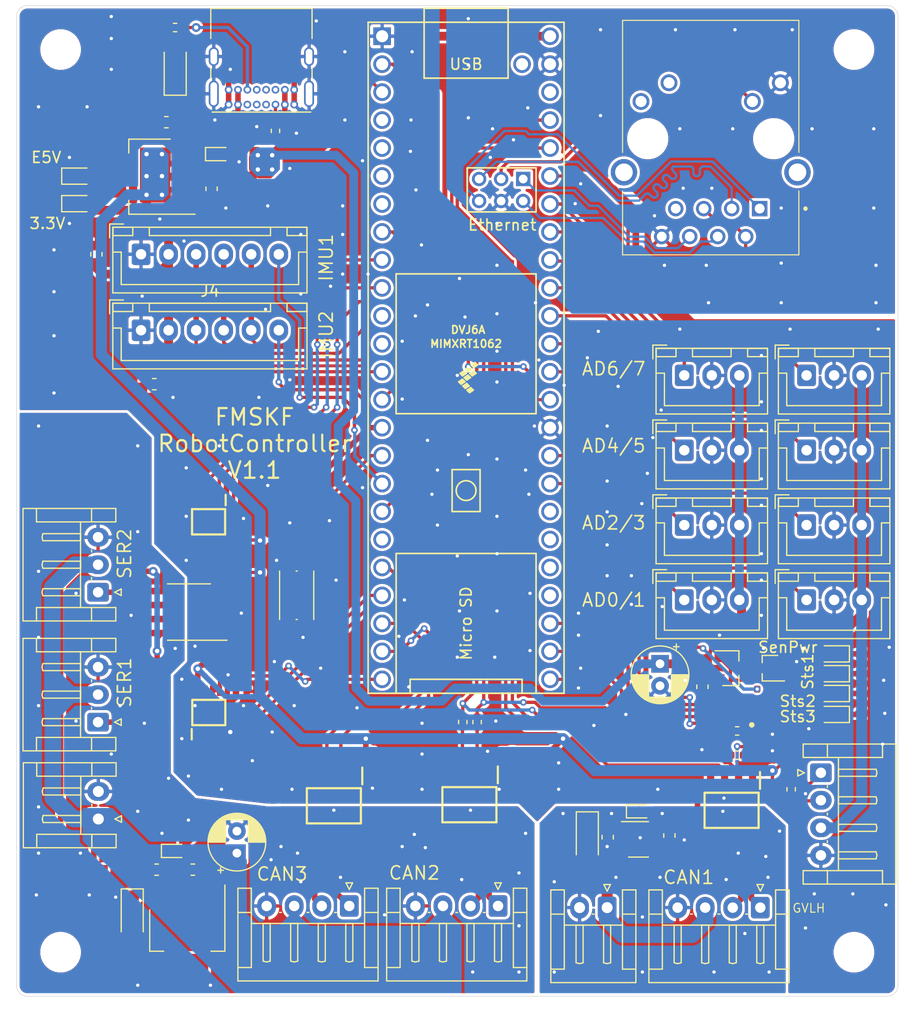
<source format=kicad_pcb>
(kicad_pcb (version 20171130) (host pcbnew "(5.1.12)-1")
  (layers (0 F.Cu signal) (31 B.Cu signal) (34 B.Paste user) (35 F.Paste user) (36 B.SilkS user) (37 F.SilkS user) (38 B.Mask user) (39 F.Mask user) (44 Edge.Cuts user))
  (net 0 "")
  (net 1 +5VL)
  (net 2 GND)
  (net 3 "Net-(C2-Pad1)")
  (net 4 +3.3VP)
  (net 5 /GND_P1)
  (net 6 /5V_P1)
  (net 7 "Net-(C17-Pad1)")
  (net 8 /GND_P3)
  (net 9 "Net-(C21-Pad2)")
  (net 10 /5V_P3)
  (net 11 "Net-(D2-Pad1)")
  (net 12 "Net-(D4-Pad1)")
  (net 13 /WALL_VCC)
  (net 14 "Net-(D6-Pad1)")
  (net 15 /VCC_P1)
  (net 16 "Net-(D11-Pad2)")
  (net 17 /CAN1_TX)
  (net 18 /CAN1_RX)
  (net 19 /CAN1_L)
  (net 20 /CAN1_H)
  (net 21 /CAN2_H)
  (net 22 /CAN2_L)
  (net 23 /CAN3_RX)
  (net 24 /CAN3_TX)
  (net 25 /SERIAL2_TX)
  (net 26 /SERIAL2_RX)
  (net 27 "Net-(IC3-Pad5)")
  (net 28 /SERIAL2_EN)
  (net 29 /SERIAL7_EN)
  (net 30 "Net-(IC4-Pad5)")
  (net 31 /SERIAL7_RX)
  (net 32 /SERIAL7_TX)
  (net 33 /IMU_SPI_MOSI)
  (net 34 /IMU_SPI_MISO)
  (net 35 /IMU_SPI_SCK)
  (net 36 /IMU_SPI_CS1)
  (net 37 /ETH_TX+)
  (net 38 /ETH_TX-)
  (net 39 /ETH_RX-)
  (net 40 /ETH_RX+)
  (net 41 "Net-(J3-Pad7)")
  (net 42 /ETH_LED)
  (net 43 "Net-(J3-Pad11)")
  (net 44 "Net-(J3-Pad12)")
  (net 45 /IMU_SPI_CS2)
  (net 46 /WALL_AD0)
  (net 47 /WALL_AD1)
  (net 48 /WALL_AD2)
  (net 49 /WALL_AD3)
  (net 50 /WALL_AD4)
  (net 51 /WALL_AD5)
  (net 52 /WALL_AD6)
  (net 53 /WALL_AD7)
  (net 54 /TTL_SERIAL1)
  (net 55 /VCC_P3)
  (net 56 /TTL_SERIAL2)
  (net 57 "Net-(Q2-Pad1)")
  (net 58 "Net-(Q2-Pad3)")
  (net 59 /WALL_PWR)
  (net 60 +3V3)
  (net 61 "Net-(R31-Pad2)")
  (net 62 "Net-(U1-Pad12)")
  (net 63 "Net-(U1-Pad31)")
  (net 64 "Net-(U1-Pad30)")
  (net 65 "Net-(U1-Pad19)")
  (net 66 "Net-(U4-Pad4)")
  (net 67 "Net-(D13-Pad1)")
  (net 68 "Net-(D13-Pad2)")
  (net 69 "Net-(D14-Pad1)")
  (net 70 "Net-(D14-Pad2)")
  (net 71 "Net-(D15-Pad2)")
  (net 72 "Net-(D15-Pad1)")
  (net 73 /CAN3_H)
  (net 74 /CAN3_L)
  (net 75 /CAN2_TX)
  (net 76 /CAN2_RX)
  (net 77 "Net-(U1-Pad11)")
  (net 78 "Net-(U1-Pad6)")
  (net 79 "Net-(U1-Pad5)")
  (net 80 "Net-(U1-Pad4)")
  (net 81 "Net-(U1-Pad7)")
  (net 82 /USER_SWITCH)
  (net 83 "Net-(J1-PadA5)")
  (net 84 "Net-(J1-PadA6)")
  (net 85 "Net-(J1-PadA7)")
  (net 86 "Net-(J1-PadA8)")
  (net 87 "Net-(J1-PadB7)")
  (net 88 "Net-(J1-PadB8)")
  (net 89 "Net-(J1-PadB5)")
  (net 90 "Net-(J1-PadB6)")
  (net 91 "Net-(IC1-Pad3)")
  (net 92 "Net-(IC1-Pad2)")
  (net 93 "Net-(IC6-Pad1)")
  (net 94 "Net-(IC6-Pad4)")
  (net 95 "Net-(IC6-Pad6)")
  (net 96 "Net-(IC6-Pad7)")
  (net 97 /WALLTOF_CAN_EN)
  (net 98 "Net-(U1-Pad49)")
  (net 99 "Net-(U1-Pad29)")
  (net 100 "Net-(U1-Pad28)")
  (module teensy_FP:Teensy41simple_onlyeth (layer F.Cu) (at 140.9 132 270)
    (fp_text reference U1 hide)
    (fp_text value Teensy4.1)
    (fp_text user DVJ6A (at -2.54 -0.08 180) (layer F.SilkS) (effects (font (size 0.7 0.7))))
    (fp_text user Ethernet (at -12.065 -3.1766) (layer F.SilkS))
    (fp_text user MIMXRT1062 (at -1.27 0.1 180) (layer F.SilkS) (effects (font (size 0.7 0.7))))
    (fp_text user "Micro SD" (at 24.13 0.1 90) (layer F.SilkS))
    (fp_text user USB (at -26.67 0.1 180) (layer F.SilkS))
    (pad 30 thru_hole circle (at 16.51 -7.52 270) (size 1.6 1.6) (drill 1.1) (layers *.Cu *.Mask) (net 64 "Net-(U1-Pad30)"))
    (pad 21 thru_hole circle (at 21.59 7.72 270) (size 1.6 1.6) (drill 1.1) (layers *.Cu *.Mask) (net 32 /SERIAL7_TX))
    (pad 29 thru_hole circle (at 19.05 -7.52 270) (size 1.6 1.6) (drill 1.1) (layers *.Cu *.Mask) (net 99 "Net-(U1-Pad29)"))
    (pad 27 thru_hole circle (at 24.13 -7.52 270) (size 1.6 1.6) (drill 1.1) (layers *.Cu *.Mask) (net 71 "Net-(D15-Pad2)"))
    (pad 63 thru_hole circle (at -14.24 -1.0816 270) (size 1.3 1.3) (drill 0.8) (layers *.Cu *.Mask) (net 37 /ETH_TX+))
    (pad 15 thru_hole circle (at 6.35 7.72 270) (size 1.6 1.6) (drill 1.1) (layers *.Cu *.Mask) (net 60 +3V3))
    (pad 25 thru_hole circle (at 29.21 -7.52 270) (size 1.6 1.6) (drill 1.1) (layers *.Cu *.Mask) (net 68 "Net-(D13-Pad2)"))
    (pad 24 thru_hole circle (at 29.21 7.72 270) (size 1.6 1.6) (drill 1.1) (layers *.Cu *.Mask) (net 29 /SERIAL7_EN))
    (pad 18 thru_hole circle (at 13.97 7.72 270) (size 1.6 1.6) (drill 1.1) (layers *.Cu *.Mask) (net 45 /IMU_SPI_CS2))
    (pad 28 thru_hole circle (at 21.59 -7.52 270) (size 1.6 1.6) (drill 1.1) (layers *.Cu *.Mask) (net 100 "Net-(U1-Pad28)"))
    (pad 23 thru_hole circle (at 26.67 7.72 270) (size 1.6 1.6) (drill 1.1) (layers *.Cu *.Mask) (net 24 /CAN3_TX))
    (pad 61 thru_hole circle (at -16.24 -3.0816 270) (size 1.3 1.3) (drill 0.8) (layers *.Cu *.Mask) (net 42 /ETH_LED))
    (pad 60 thru_hole rect (at -16.24 -5.0816 270) (size 1.3 1.3) (drill 0.8) (layers *.Cu *.Mask) (net 40 /ETH_RX+))
    (pad 65 thru_hole circle (at -14.24 -5.0816 270) (size 1.3 1.3) (drill 0.8) (layers *.Cu *.Mask) (net 39 /ETH_RX-))
    (pad 14 thru_hole circle (at 3.81 7.72 270) (size 1.6 1.6) (drill 1.1) (layers *.Cu *.Mask) (net 34 /IMU_SPI_MISO))
    (pad 19 thru_hole circle (at 16.51 7.72 270) (size 1.6 1.6) (drill 1.1) (layers *.Cu *.Mask) (net 65 "Net-(U1-Pad19)"))
    (pad 20 thru_hole circle (at 19.05 7.72 270) (size 1.6 1.6) (drill 1.1) (layers *.Cu *.Mask) (net 31 /SERIAL7_RX))
    (pad 62 thru_hole circle (at -16.24 -1.0816 270) (size 1.3 1.3) (drill 0.8) (layers *.Cu *.Mask) (net 38 /ETH_TX-))
    (pad 17 thru_hole circle (at 11.43 7.72 270) (size 1.6 1.6) (drill 1.1) (layers *.Cu *.Mask) (net 36 /IMU_SPI_CS1))
    (pad 16 thru_hole circle (at 8.89 7.72 270) (size 1.6 1.6) (drill 1.1) (layers *.Cu *.Mask) (net 82 /USER_SWITCH))
    (pad 22 thru_hole circle (at 24.13 7.72 270) (size 1.6 1.6) (drill 1.1) (layers *.Cu *.Mask) (net 23 /CAN3_RX))
    (pad 26 thru_hole circle (at 26.67 -7.52 270) (size 1.6 1.6) (drill 1.1) (layers *.Cu *.Mask) (net 70 "Net-(D14-Pad2)"))
    (pad 64 thru_hole circle (at -14.24 -3.0816 270) (size 1.3 1.3) (drill 0.8) (layers *.Cu *.Mask) (net 2 GND))
    (pad 39 thru_hole circle (at -6.35 -7.52 270) (size 1.6 1.6) (drill 1.1) (layers *.Cu *.Mask) (net 49 /WALL_AD3))
    (pad 44 thru_hole circle (at -19.05 -7.52 270) (size 1.6 1.6) (drill 1.1) (layers *.Cu *.Mask) (net 17 /CAN1_TX))
    (pad 6 thru_hole circle (at -16.51 7.72 270) (size 1.6 1.6) (drill 1.1) (layers *.Cu *.Mask) (net 78 "Net-(U1-Pad6)"))
    (pad 11 thru_hole circle (at -3.81 7.72 270) (size 1.6 1.6) (drill 1.1) (layers *.Cu *.Mask) (net 77 "Net-(U1-Pad11)"))
    (pad 48 thru_hole circle (at -29.21 -7.52 270) (size 1.6 1.6) (drill 1.1) (layers *.Cu *.Mask) (net 1 +5VL))
    (pad 7 thru_hole circle (at -13.97 7.72 270) (size 1.6 1.6) (drill 1.1) (layers *.Cu *.Mask) (net 81 "Net-(U1-Pad7)"))
    (pad 45 thru_hole circle (at -21.59 -7.52 270) (size 1.6 1.6) (drill 1.1) (layers *.Cu *.Mask) (net 18 /CAN1_RX))
    (pad 47 thru_hole circle (at -26.67 -7.52 270) (size 1.6 1.6) (drill 1.1) (layers *.Cu *.Mask) (net 2 GND))
    (pad 8 thru_hole circle (at -11.43 7.72 270) (size 1.6 1.6) (drill 1.1) (layers *.Cu *.Mask) (net 28 /SERIAL2_EN))
    (pad 5 thru_hole circle (at -19.05 7.72 270) (size 1.6 1.6) (drill 1.1) (layers *.Cu *.Mask) (net 79 "Net-(U1-Pad5)"))
    (pad 3 thru_hole circle (at -24.13 7.72 270) (size 1.6 1.6) (drill 1.1) (layers *.Cu *.Mask) (net 75 /CAN2_TX))
    (pad 37 thru_hole circle (at -1.27 -7.52 270) (size 1.6 1.6) (drill 1.1) (layers *.Cu *.Mask) (net 47 /WALL_AD1))
    (pad 38 thru_hole circle (at -3.81 -7.52 270) (size 1.6 1.6) (drill 1.1) (layers *.Cu *.Mask) (net 48 /WALL_AD2))
    (pad 41 thru_hole circle (at -11.43 -7.52 270) (size 1.6 1.6) (drill 1.1) (layers *.Cu *.Mask) (net 51 /WALL_AD5))
    (pad 31 thru_hole circle (at 13.97 -7.52 270) (size 1.6 1.6) (drill 1.1) (layers *.Cu *.Mask) (net 63 "Net-(U1-Pad31)"))
    (pad 13 thru_hole circle (at 1.27 7.72 270) (size 1.6 1.6) (drill 1.1) (layers *.Cu *.Mask) (net 33 /IMU_SPI_MOSI))
    (pad 40 thru_hole circle (at -8.89 -7.52 270) (size 1.6 1.6) (drill 1.1) (layers *.Cu *.Mask) (net 50 /WALL_AD4))
    (pad 4 thru_hole circle (at -21.59 7.72 270) (size 1.6 1.6) (drill 1.1) (layers *.Cu *.Mask) (net 80 "Net-(U1-Pad4)"))
    (pad 36 thru_hole circle (at 1.27 -7.52 270) (size 1.6 1.6) (drill 1.1) (layers *.Cu *.Mask) (net 46 /WALL_AD0))
    (pad 49 thru_hole circle (at -26.67 -4.98 270) (size 1.6 1.6) (drill 1.1) (layers *.Cu *.Mask) (net 98 "Net-(U1-Pad49)"))
    (pad 12 thru_hole circle (at -1.27 7.72 270) (size 1.6 1.6) (drill 1.1) (layers *.Cu *.Mask) (net 62 "Net-(U1-Pad12)"))
    (pad 1 thru_hole rect (at -29.21 7.72 270) (size 1.6 1.6) (drill 1.1) (layers *.Cu *.Mask) (net 2 GND))
    (pad 42 thru_hole circle (at -13.97 -7.52 270) (size 1.6 1.6) (drill 1.1) (layers *.Cu *.Mask) (net 52 /WALL_AD6))
    (pad 35 thru_hole circle (at 3.81 -7.52 270) (size 1.6 1.6) (drill 1.1) (layers *.Cu *.Mask) (net 35 /IMU_SPI_SCK))
    (pad 32 thru_hole circle (at 11.43 -7.52 270) (size 1.6 1.6) (drill 1.1) (layers *.Cu *.Mask) (net 97 /WALLTOF_CAN_EN))
    (pad 2 thru_hole circle (at -26.67 7.72 270) (size 1.6 1.6) (drill 1.1) (layers *.Cu *.Mask) (net 76 /CAN2_RX))
    (pad 33 thru_hole circle (at 8.89 -7.52 270) (size 1.6 1.6) (drill 1.1) (layers *.Cu *.Mask) (net 59 /WALL_PWR))
    (pad 34 thru_hole circle (at 6.35 -7.52 270) (size 1.6 1.6) (drill 1.1) (layers *.Cu *.Mask) (net 2 GND))
    (pad 10 thru_hole circle (at -6.35 7.72 270) (size 1.6 1.6) (drill 1.1) (layers *.Cu *.Mask) (net 25 /SERIAL2_TX))
    (pad 9 thru_hole circle (at -8.89 7.72 270) (size 1.6 1.6) (drill 1.1) (layers *.Cu *.Mask) (net 26 /SERIAL2_RX))
    (pad 43 thru_hole circle (at -16.51 -7.52 270) (size 1.6 1.6) (drill 1.1) (layers *.Cu *.Mask) (net 53 /WALL_AD7))
    (pad 46 thru_hole circle (at -24.13 -7.52 270) (size 1.6 1.6) (drill 1.1) (layers *.Cu *.Mask) (net 60 +3V3))
  )
  (module SamacSys_Parts:J1B1211CCD (layer F.Cu) (at 163 112 180)
    (fp_text reference J3 hide)
    (fp_text value RJ45_LED hide)
    (pad 1 thru_hole rect (at -4.445 -6.45 180) (size 1.4 1.4) (drill 0.9) (layers *.Cu *.Mask) (net 37 /ETH_TX+))
    (pad 2 thru_hole circle (at -3.175 -8.99 180) (size 1.4 1.4) (drill 0.9) (layers *.Cu *.Mask) (net 3 "Net-(C2-Pad1)"))
    (pad 3 thru_hole circle (at -1.905 -6.45 180) (size 1.4 1.4) (drill 0.9) (layers *.Cu *.Mask) (net 38 /ETH_TX-))
    (pad 4 thru_hole circle (at -0.635 -8.99 180) (size 1.4 1.4) (drill 0.9) (layers *.Cu *.Mask) (net 39 /ETH_RX-))
    (pad 5 thru_hole circle (at 0.635 -6.45 180) (size 1.4 1.4) (drill 0.9) (layers *.Cu *.Mask) (net 3 "Net-(C2-Pad1)"))
    (pad 6 thru_hole circle (at 1.905 -8.99 180) (size 1.4 1.4) (drill 0.9) (layers *.Cu *.Mask) (net 40 /ETH_RX+))
    (pad 7 thru_hole circle (at 3.175 -6.45 180) (size 1.4 1.4) (drill 0.9) (layers *.Cu *.Mask) (net 41 "Net-(J3-Pad7)"))
    (pad 8 thru_hole circle (at 4.445 -8.99 180) (size 1.4 1.4) (drill 0.9) (layers *.Cu *.Mask) (net 2 GND))
    (pad 9 thru_hole circle (at -6.325 4.98 180) (size 1.53 1.53) (drill 1.02) (layers *.Cu *.Mask) (net 2 GND))
    (pad 10 thru_hole circle (at -3.785 3.28 180) (size 1.53 1.53) (drill 1.02) (layers *.Cu *.Mask) (net 42 /ETH_LED))
    (pad 11 thru_hole circle (at 3.785 4.98 180) (size 1.53 1.53) (drill 1.02) (layers *.Cu *.Mask) (net 43 "Net-(J3-Pad11)"))
    (pad 12 thru_hole circle (at 6.325 3.28 180) (size 1.53 1.53) (drill 1.02) (layers *.Cu *.Mask) (net 44 "Net-(J3-Pad12)"))
    (pad 13 thru_hole circle (at -7.875 -3.15 180) (size 2.4 2.4) (drill 1.6) (layers *.Cu *.Mask))
    (pad 14 thru_hole circle (at 7.875 -3.15 180) (size 2.4 2.4) (drill 1.6) (layers *.Cu *.Mask))
    (pad 15 np_thru_hole circle (at -5.715 -0.1 180) (size 3.25 0) (drill 3.25) (layers *.Cu *.Mask))
    (pad 16 np_thru_hole circle (at 5.715 -0.1 180) (size 3.25 0) (drill 3.25) (layers *.Cu *.Mask))
  )
  (module Capacitor_SMD:C_0402_1005Metric (layer F.Cu) (at 168.3 175 90)
    (fp_text reference C15 hide)
    (fp_text value 0.1u hide)
    (pad 2 smd roundrect (at 0.485 0 90) (size 0.59 0.64) (layers F.Cu F.Paste F.Mask) (net 5 /GND_P1))
    (pad 1 smd roundrect (at -0.485 0 90) (size 0.59 0.64) (layers F.Cu F.Paste F.Mask) (net 6 /5V_P1))
  )
  (module Capacitor_SMD:C_0402_1005Metric (layer F.Cu) (at 168.3 171.2 270)
    (fp_text reference C11 hide)
    (fp_text value 0.1u hide)
    (pad 1 smd roundrect (at -0.485 0 270) (size 0.59 0.64) (layers F.Cu F.Paste F.Mask) (net 4 +3.3VP))
    (pad 2 smd roundrect (at 0.485 0 270) (size 0.59 0.64) (layers F.Cu F.Paste F.Mask) (net 2 GND))
  )
  (module Capacitor_SMD:C_0603_1608Metric (layer F.Cu) (at 153.65 175.55 270)
    (fp_text reference C17 hide)
    (fp_text value 1u hide)
    (pad 2 smd roundrect (at 0.7875 0 270) (size 0.875 0.95) (layers F.Cu F.Paste F.Mask) (net 5 /GND_P1))
    (pad 1 smd roundrect (at -0.7875 0 270) (size 0.875 0.95) (layers F.Cu F.Paste F.Mask) (net 7 "Net-(C17-Pad1)"))
  )
  (module Capacitor_SMD:C_0603_1608Metric (layer F.Cu) (at 159.25 175.4 270)
    (fp_text reference C19 hide)
    (fp_text value 1u hide)
    (pad 2 smd roundrect (at 0.7875 0 270) (size 0.875 0.95) (layers F.Cu F.Paste F.Mask) (net 5 /GND_P1))
    (pad 1 smd roundrect (at -0.7875 0 270) (size 0.875 0.95) (layers F.Cu F.Paste F.Mask) (net 6 /5V_P1))
  )
  (module Diode_SMD:D_SOD-523 (layer F.Cu) (at 156.5 173.2)
    (fp_text reference D9 hide)
    (fp_text value RB5105SM-40T hide)
    (pad 1 smd rect (at -0.7 0 180) (size 0.6 0.7) (layers F.Cu F.Paste F.Mask) (net 7 "Net-(C17-Pad1)"))
    (pad 2 smd rect (at 0.7 0 180) (size 0.6 0.7) (layers F.Cu F.Paste F.Mask) (net 6 /5V_P1))
  )
  (module Connector_JST:JST_EH_S2B-EH_1x02_P2.50mm_Horizontal (layer F.Cu) (at 153.6 181.95 180)
    (fp_text reference J16 hide)
    (fp_text value Conn_01x02 hide)
    (pad 1 thru_hole roundrect (at 0 0 180) (size 1.7 2) (drill 1) (layers *.Cu *.Mask) (roundrect_rratio 0.1470588235294118) (net 15 /VCC_P1))
    (pad 2 thru_hole oval (at 2.5 0 180) (size 1.7 2) (drill 1) (layers *.Cu *.Mask) (net 5 /GND_P1))
  )
  (module Connector_JST:JST_EH_S4B-EH_1x04_P2.50mm_Horizontal (layer F.Cu) (at 167.5 181.95 180)
    (fp_text reference J15 hide)
    (fp_text value Conn_01x04 hide)
    (pad 4 thru_hole oval (at 7.5 0 180) (size 1.7 1.95) (drill 0.95) (layers *.Cu *.Mask) (net 5 /GND_P1))
    (pad 3 thru_hole oval (at 5 0 180) (size 1.7 1.95) (drill 0.95) (layers *.Cu *.Mask) (net 15 /VCC_P1))
    (pad 2 thru_hole oval (at 2.5 0 180) (size 1.7 1.95) (drill 0.95) (layers *.Cu *.Mask) (net 19 /CAN1_L))
    (pad 1 thru_hole roundrect (at 0 0 180) (size 1.7 1.95) (drill 0.95) (layers *.Cu *.Mask) (roundrect_rratio 0.1470588235294118) (net 20 /CAN1_H))
  )
  (module Resistor_SMD:R_0402_1005Metric (layer F.Cu) (at 166.215 179.2 180)
    (fp_text reference R29 hide)
    (fp_text value 60 hide)
    (pad 2 smd roundrect (at 0.485 0 180) (size 0.59 0.64) (layers F.Cu F.Paste F.Mask) (net 19 /CAN1_L))
    (pad 1 smd roundrect (at -0.485 0 180) (size 0.59 0.64) (layers F.Cu F.Paste F.Mask) (net 20 /CAN1_H))
  )
  (module Resistor_SMD:R_0402_1005Metric (layer F.Cu) (at 154.5 178.15)
    (fp_text reference R31 hide)
    (fp_text value 10k hide)
    (pad 1 smd roundrect (at -0.485 0) (size 0.59 0.64) (layers F.Cu F.Paste F.Mask) (net 7 "Net-(C17-Pad1)"))
    (pad 2 smd roundrect (at 0.485 0) (size 0.59 0.64) (layers F.Cu F.Paste F.Mask) (net 61 "Net-(R31-Pad2)"))
  )
  (module Resistor_SMD:R_0402_1005Metric (layer F.Cu) (at 161.8 171.4 270)
    (fp_text reference R25 hide)
    (fp_text value 0 hide)
    (pad 1 smd roundrect (at -0.485 0 270) (size 0.59 0.64) (layers F.Cu F.Paste F.Mask) (net 2 GND))
    (pad 2 smd roundrect (at 0.485 0 270) (size 0.59 0.64) (layers F.Cu F.Paste F.Mask) (net 5 /GND_P1))
  )
  (module Package_TO_SOT_SMD:SOT-23-5 (layer F.Cu) (at 156.45 175.75)
    (fp_text reference U4 hide)
    (fp_text value NCP718xSN500 hide)
    (pad 5 smd rect (at 1.1 -0.95) (size 1.06 0.65) (layers F.Cu F.Paste F.Mask) (net 6 /5V_P1))
    (pad 4 smd rect (at 1.1 0.95) (size 1.06 0.65) (layers F.Cu F.Paste F.Mask) (net 66 "Net-(U4-Pad4)"))
    (pad 3 smd rect (at -1.1 0.95) (size 1.06 0.65) (layers F.Cu F.Paste F.Mask) (net 61 "Net-(R31-Pad2)"))
    (pad 2 smd rect (at -1.1 0) (size 1.06 0.65) (layers F.Cu F.Paste F.Mask) (net 5 /GND_P1))
    (pad 1 smd rect (at -1.1 -0.95) (size 1.06 0.65) (layers F.Cu F.Paste F.Mask) (net 7 "Net-(C17-Pad1)"))
  )
  (module Capacitor_SMD:C_0603_1608Metric (layer F.Cu) (at 107.25 122.6 90)
    (fp_text reference C1 hide)
    (fp_text value 1u hide)
    (pad 1 smd roundrect (at -0.7875 0 90) (size 0.875 0.95) (layers F.Cu F.Paste F.Mask) (net 1 +5VL))
    (pad 2 smd roundrect (at 0.7875 0 90) (size 0.875 0.95) (layers F.Cu F.Paste F.Mask) (net 2 GND))
  )
  (module Capacitor_SMD:C_0402_1005Metric (layer F.Cu) (at 166.7 125.3)
    (fp_text reference C2 hide)
    (fp_text value 0.1u hide)
    (pad 1 smd roundrect (at -0.485 0) (size 0.59 0.64) (layers F.Cu F.Paste F.Mask) (net 3 "Net-(C2-Pad1)"))
    (pad 2 smd roundrect (at 0.485 0) (size 0.59 0.64) (layers F.Cu F.Paste F.Mask) (net 2 GND))
  )
  (module Capacitor_SMD:C_0603_1608Metric (layer F.Cu) (at 112.5 134.4 180)
    (fp_text reference C3 hide)
    (fp_text value 1u hide)
    (pad 1 smd roundrect (at -0.7875 0 180) (size 0.875 0.95) (layers F.Cu F.Paste F.Mask) (net 1 +5VL))
    (pad 2 smd roundrect (at 0.7875 0 180) (size 0.875 0.95) (layers F.Cu F.Paste F.Mask) (net 2 GND))
  )
  (module Capacitor_SMD:C_0603_1608Metric (layer F.Cu) (at 162.25 161.8875 270)
    (fp_text reference C5 hide)
    (fp_text value 10u hide)
    (pad 2 smd roundrect (at 0.7875 0 270) (size 0.875 0.95) (layers F.Cu F.Paste F.Mask) (net 2 GND))
    (pad 1 smd roundrect (at -0.7875 0 270) (size 0.875 0.95) (layers F.Cu F.Paste F.Mask) (net 1 +5VL))
  )
  (module Capacitor_SMD:C_0603_1608Metric (layer F.Cu) (at 113.6 110.6 180)
    (fp_text reference C6 hide)
    (fp_text value 10u hide)
    (pad 1 smd roundrect (at -0.7875 0 180) (size 0.875 0.95) (layers F.Cu F.Paste F.Mask) (net 1 +5VL))
    (pad 2 smd roundrect (at 0.7875 0 180) (size 0.875 0.95) (layers F.Cu F.Paste F.Mask) (net 2 GND))
  )
  (module Capacitor_SMD:C_0603_1608Metric (layer F.Cu) (at 117.7 116.65 270)
    (fp_text reference C7 hide)
    (fp_text value 10u hide)
    (pad 1 smd roundrect (at -0.7875 0 270) (size 0.875 0.95) (layers F.Cu F.Paste F.Mask) (net 4 +3.3VP))
    (pad 2 smd roundrect (at 0.7875 0 270) (size 0.875 0.95) (layers F.Cu F.Paste F.Mask) (net 2 GND))
  )
  (module Capacitor_SMD:C_0402_1005Metric (layer F.Cu) (at 119.2 116.65 270)
    (fp_text reference C8 hide)
    (fp_text value 0.1u hide)
    (pad 1 smd roundrect (at -0.485 0 270) (size 0.59 0.64) (layers F.Cu F.Paste F.Mask) (net 4 +3.3VP))
    (pad 2 smd roundrect (at 0.485 0 270) (size 0.59 0.64) (layers F.Cu F.Paste F.Mask) (net 2 GND))
  )
  (module Capacitor_SMD:C_0402_1005Metric (layer F.Cu) (at 132.3 168.25 270)
    (fp_text reference C12 hide)
    (fp_text value 0.1u hide)
    (pad 2 smd roundrect (at 0.485 0 270) (size 0.59 0.64) (layers F.Cu F.Paste F.Mask) (net 2 GND))
    (pad 1 smd roundrect (at -0.485 0 270) (size 0.59 0.64) (layers F.Cu F.Paste F.Mask) (net 4 +3.3VP))
  )
  (module Capacitor_SMD:C_0402_1005Metric (layer F.Cu) (at 114.925 164.2 270)
    (fp_text reference C13 hide)
    (fp_text value 0.1u hide)
    (pad 1 smd roundrect (at -0.485 0 270) (size 0.59 0.64) (layers F.Cu F.Paste F.Mask) (net 4 +3.3VP))
    (pad 2 smd roundrect (at 0.485 0 270) (size 0.59 0.64) (layers F.Cu F.Paste F.Mask) (net 2 GND))
  )
  (module Capacitor_SMD:C_0402_1005Metric (layer F.Cu) (at 119.79 148.07 90)
    (fp_text reference C14 hide)
    (fp_text value 0.1u hide)
    (pad 2 smd roundrect (at 0.485 0 90) (size 0.59 0.64) (layers F.Cu F.Paste F.Mask) (net 2 GND))
    (pad 1 smd roundrect (at -0.485 0 90) (size 0.59 0.64) (layers F.Cu F.Paste F.Mask) (net 4 +3.3VP))
  )
  (module Capacitor_SMD:C_0402_1005Metric (layer F.Cu) (at 132.2 176 270)
    (fp_text reference C16 hide)
    (fp_text value 0.1u hide)
    (pad 2 smd roundrect (at 0.485 0 270) (size 0.59 0.64) (layers F.Cu F.Paste F.Mask) (net 8 /GND_P3))
    (pad 1 smd roundrect (at -0.485 0 270) (size 0.59 0.64) (layers F.Cu F.Paste F.Mask) (net 10 /5V_P3))
  )
  (module Capacitor_SMD:C_0603_1608Metric (layer F.Cu) (at 112.7125 178.5)
    (fp_text reference C21 hide)
    (fp_text value 1u hide)
    (pad 1 smd roundrect (at -0.7875 0) (size 0.875 0.95) (layers F.Cu F.Paste F.Mask) (net 8 /GND_P3))
    (pad 2 smd roundrect (at 0.7875 0) (size 0.875 0.95) (layers F.Cu F.Paste F.Mask) (net 9 "Net-(C21-Pad2)"))
  )
  (module Capacitor_SMD:C_0603_1608Metric (layer F.Cu) (at 116 178.5 180)
    (fp_text reference C22 hide)
    (fp_text value 10u hide)
    (pad 2 smd roundrect (at 0.7875 0 180) (size 0.875 0.95) (layers F.Cu F.Paste F.Mask) (net 10 /5V_P3))
    (pad 1 smd roundrect (at -0.7875 0 180) (size 0.875 0.95) (layers F.Cu F.Paste F.Mask) (net 8 /GND_P3))
  )
  (module LED_SMD:LED_0603_1608Metric (layer F.Cu) (at 105.5875 115.5)
    (fp_text reference D2 hide)
    (fp_text value LED hide)
    (pad 2 smd roundrect (at 0.7875 0) (size 0.875 0.95) (layers F.Cu F.Paste F.Mask) (net 1 +5VL))
    (pad 1 smd roundrect (at -0.7875 0) (size 0.875 0.95) (layers F.Cu F.Paste F.Mask) (net 11 "Net-(D2-Pad1)"))
  )
  (module LED_SMD:LED_0603_1608Metric (layer F.Cu) (at 174.1 158.9 180)
    (fp_text reference D4 hide)
    (fp_text value LED hide)
    (pad 1 smd roundrect (at -0.7875 0 180) (size 0.875 0.95) (layers F.Cu F.Paste F.Mask) (net 12 "Net-(D4-Pad1)"))
    (pad 2 smd roundrect (at 0.7875 0 180) (size 0.875 0.95) (layers F.Cu F.Paste F.Mask) (net 13 /WALL_VCC))
  )
  (module Diode_SMD:D_SOD-523 (layer F.Cu) (at 118.3 113.5)
    (fp_text reference D5 hide)
    (fp_text value RB5105SM-40T hide)
    (pad 1 smd rect (at -0.7 0 180) (size 0.6 0.7) (layers F.Cu F.Paste F.Mask) (net 1 +5VL))
    (pad 2 smd rect (at 0.7 0 180) (size 0.6 0.7) (layers F.Cu F.Paste F.Mask) (net 4 +3.3VP))
  )
  (module LED_SMD:LED_0603_1608Metric (layer F.Cu) (at 105.5875 118)
    (fp_text reference D6 hide)
    (fp_text value LED hide)
    (pad 1 smd roundrect (at -0.7875 0) (size 0.875 0.95) (layers F.Cu F.Paste F.Mask) (net 14 "Net-(D6-Pad1)"))
    (pad 2 smd roundrect (at 0.7875 0) (size 0.875 0.95) (layers F.Cu F.Paste F.Mask) (net 4 +3.3VP))
  )
  (module Diode_SMD:D_SOD-523 (layer F.Cu) (at 114.3 176.8)
    (fp_text reference D12 hide)
    (fp_text value RB5105SM-40T hide)
    (pad 2 smd rect (at 0.7 0 180) (size 0.6 0.7) (layers F.Cu F.Paste F.Mask) (net 10 /5V_P3))
    (pad 1 smd rect (at -0.7 0 180) (size 0.6 0.7) (layers F.Cu F.Paste F.Mask) (net 9 "Net-(C21-Pad2)"))
  )
  (module SamacSys_Parts:SOP65P400X110-8N (layer F.Cu) (at 117.45 164.225 90)
    (fp_text reference IC3 hide)
    (fp_text value 74LVC2G125DP,125 hide)
    (pad 1 smd rect (at -1.975 -0.975 180) (size 0.45 0.95) (layers F.Cu F.Paste F.Mask) (net 32 /SERIAL7_TX))
    (pad 2 smd rect (at -1.975 -0.325 180) (size 0.45 0.95) (layers F.Cu F.Paste F.Mask) (net 2 GND))
    (pad 3 smd rect (at -1.975 0.325 180) (size 0.45 0.95) (layers F.Cu F.Paste F.Mask) (net 31 /SERIAL7_RX))
    (pad 4 smd rect (at -1.975 0.975 180) (size 0.45 0.95) (layers F.Cu F.Paste F.Mask) (net 2 GND))
    (pad 5 smd rect (at 1.975 0.975 180) (size 0.45 0.95) (layers F.Cu F.Paste F.Mask) (net 27 "Net-(IC3-Pad5)"))
    (pad 6 smd rect (at 1.975 0.325 180) (size 0.45 0.95) (layers F.Cu F.Paste F.Mask) (net 27 "Net-(IC3-Pad5)"))
    (pad 7 smd rect (at 1.975 -0.325 180) (size 0.45 0.95) (layers F.Cu F.Paste F.Mask) (net 29 /SERIAL7_EN))
    (pad 8 smd rect (at 1.975 -0.975 180) (size 0.45 0.95) (layers F.Cu F.Paste F.Mask) (net 4 +3.3VP))
  )
  (module SamacSys_Parts:SOP65P400X110-8N (layer F.Cu) (at 117.43 146.9 270)
    (fp_text reference IC4 hide)
    (fp_text value 74LVC2G125DP,125 hide)
    (pad 8 smd rect (at 1.975 -0.975) (size 0.45 0.95) (layers F.Cu F.Paste F.Mask) (net 4 +3.3VP))
    (pad 7 smd rect (at 1.975 -0.325) (size 0.45 0.95) (layers F.Cu F.Paste F.Mask) (net 28 /SERIAL2_EN))
    (pad 6 smd rect (at 1.975 0.325) (size 0.45 0.95) (layers F.Cu F.Paste F.Mask) (net 30 "Net-(IC4-Pad5)"))
    (pad 5 smd rect (at 1.975 0.975) (size 0.45 0.95) (layers F.Cu F.Paste F.Mask) (net 30 "Net-(IC4-Pad5)"))
    (pad 4 smd rect (at -1.975 0.975) (size 0.45 0.95) (layers F.Cu F.Paste F.Mask) (net 2 GND))
    (pad 3 smd rect (at -1.975 0.325) (size 0.45 0.95) (layers F.Cu F.Paste F.Mask) (net 26 /SERIAL2_RX))
    (pad 2 smd rect (at -1.975 -0.325) (size 0.45 0.95) (layers F.Cu F.Paste F.Mask) (net 2 GND))
    (pad 1 smd rect (at -1.975 -0.975) (size 0.45 0.95) (layers F.Cu F.Paste F.Mask) (net 25 /SERIAL2_TX))
  )
  (module Connector_JST:JST_EH_S4B-EH_1x04_P2.50mm_Horizontal (layer F.Cu) (at 130.2 181.8 180)
    (fp_text reference J17 hide)
    (fp_text value Conn_01x04 hide)
    (pad 4 thru_hole oval (at 7.5 0 180) (size 1.7 1.95) (drill 0.95) (layers *.Cu *.Mask) (net 8 /GND_P3))
    (pad 3 thru_hole oval (at 5 0 180) (size 1.7 1.95) (drill 0.95) (layers *.Cu *.Mask) (net 55 /VCC_P3))
    (pad 2 thru_hole oval (at 2.5 0 180) (size 1.7 1.95) (drill 0.95) (layers *.Cu *.Mask) (net 74 /CAN3_L))
    (pad 1 thru_hole roundrect (at 0 0 180) (size 1.7 1.95) (drill 0.95) (layers *.Cu *.Mask) (roundrect_rratio 0.1470588235294118) (net 73 /CAN3_H))
  )
  (module Connector_JST:JST_EH_S3B-EH_1x03_P2.50mm_Horizontal (layer F.Cu) (at 107.4 165.1 90)
    (fp_text reference J19 hide)
    (fp_text value Conn_01x03 hide)
    (pad 1 thru_hole roundrect (at 0 0 90) (size 1.7 1.95) (drill 0.95) (layers *.Cu *.Mask) (roundrect_rratio 0.1470588235294118) (net 54 /TTL_SERIAL1))
    (pad 2 thru_hole oval (at 2.5 0 90) (size 1.7 1.95) (drill 0.95) (layers *.Cu *.Mask) (net 55 /VCC_P3))
    (pad 3 thru_hole oval (at 5 0 90) (size 1.7 1.95) (drill 0.95) (layers *.Cu *.Mask) (net 8 /GND_P3))
  )
  (module Connector_JST:JST_EH_S2B-EH_1x02_P2.50mm_Horizontal (layer F.Cu) (at 107.425 173.9 90)
    (fp_text reference J20 hide)
    (fp_text value Conn_01x02 hide)
    (pad 2 thru_hole oval (at 2.5 0 90) (size 1.7 2) (drill 1) (layers *.Cu *.Mask) (net 8 /GND_P3))
    (pad 1 thru_hole roundrect (at 0 0 90) (size 1.7 2) (drill 1) (layers *.Cu *.Mask) (roundrect_rratio 0.1470588235294118) (net 55 /VCC_P3))
  )
  (module Connector_JST:JST_EH_S3B-EH_1x03_P2.50mm_Horizontal (layer F.Cu) (at 107.4 153.3 90)
    (fp_text reference J21 hide)
    (fp_text value Conn_01x03 hide)
    (pad 1 thru_hole roundrect (at 0 0 90) (size 1.7 1.95) (drill 0.95) (layers *.Cu *.Mask) (roundrect_rratio 0.1470588235294118) (net 56 /TTL_SERIAL2))
    (pad 2 thru_hole oval (at 2.5 0 90) (size 1.7 1.95) (drill 0.95) (layers *.Cu *.Mask) (net 55 /VCC_P3))
    (pad 3 thru_hole oval (at 5 0 90) (size 1.7 1.95) (drill 0.95) (layers *.Cu *.Mask) (net 8 /GND_P3))
  )
  (module Package_TO_SOT_SMD:SOT-323_SC-70 (layer F.Cu) (at 168.4 160.2 180)
    (fp_text reference Q2 hide)
    (fp_text value 2SC4116 hide)
    (pad 1 smd rect (at -1 -0.65 90) (size 0.45 0.7) (layers F.Cu F.Paste F.Mask) (net 57 "Net-(Q2-Pad1)"))
    (pad 2 smd rect (at -1 0.65 90) (size 0.45 0.7) (layers F.Cu F.Paste F.Mask) (net 2 GND))
    (pad 3 smd rect (at 1 0 90) (size 0.45 0.7) (layers F.Cu F.Paste F.Mask) (net 58 "Net-(Q2-Pad3)"))
  )
  (module Package_TO_SOT_SMD:SOT-23 (layer F.Cu) (at 164.8 160.2)
    (fp_text reference Q4 hide)
    (fp_text value IRLML6402 hide)
    (pad 1 smd rect (at -1 -0.95) (size 0.9 0.8) (layers F.Cu F.Paste F.Mask) (net 58 "Net-(Q2-Pad3)"))
    (pad 2 smd rect (at -1 0.95) (size 0.9 0.8) (layers F.Cu F.Paste F.Mask) (net 1 +5VL))
    (pad 3 smd rect (at 1 0) (size 0.9 0.8) (layers F.Cu F.Paste F.Mask) (net 13 /WALL_VCC))
  )
  (module Resistor_SMD:R_0402_1005Metric (layer F.Cu) (at 102.685 115.5 180)
    (fp_text reference R3 hide)
    (fp_text value 1k hide)
    (pad 2 smd roundrect (at 0.485 0 180) (size 0.59 0.64) (layers F.Cu F.Paste F.Mask) (net 2 GND))
    (pad 1 smd roundrect (at -0.485 0 180) (size 0.59 0.64) (layers F.Cu F.Paste F.Mask) (net 11 "Net-(D2-Pad1)"))
  )
  (module Resistor_SMD:R_0402_1005Metric (layer F.Cu) (at 167.7 162.1)
    (fp_text reference R10 hide)
    (fp_text value 10k hide)
    (pad 2 smd roundrect (at 0.485 0) (size 0.59 0.64) (layers F.Cu F.Paste F.Mask) (net 57 "Net-(Q2-Pad1)"))
    (pad 1 smd roundrect (at -0.485 0) (size 0.59 0.64) (layers F.Cu F.Paste F.Mask) (net 59 /WALL_PWR))
  )
  (module Resistor_SMD:R_0402_1005Metric (layer F.Cu) (at 164.3 162.65)
    (fp_text reference R12 hide)
    (fp_text value 10k hide)
    (pad 2 smd roundrect (at 0.485 0) (size 0.59 0.64) (layers F.Cu F.Paste F.Mask) (net 58 "Net-(Q2-Pad3)"))
    (pad 1 smd roundrect (at -0.485 0) (size 0.59 0.64) (layers F.Cu F.Paste F.Mask) (net 1 +5VL))
  )
  (module Resistor_SMD:R_0402_1005Metric (layer F.Cu) (at 169.8 162.1)
    (fp_text reference R14 hide)
    (fp_text value 10k hide)
    (pad 1 smd roundrect (at -0.485 0) (size 0.59 0.64) (layers F.Cu F.Paste F.Mask) (net 57 "Net-(Q2-Pad1)"))
    (pad 2 smd roundrect (at 0.485 0) (size 0.59 0.64) (layers F.Cu F.Paste F.Mask) (net 2 GND))
  )
  (module Resistor_SMD:R_0402_1005Metric (layer F.Cu) (at 176.9 158.9)
    (fp_text reference R16 hide)
    (fp_text value 1k hide)
    (pad 1 smd roundrect (at -0.485 0) (size 0.59 0.64) (layers F.Cu F.Paste F.Mask) (net 12 "Net-(D4-Pad1)"))
    (pad 2 smd roundrect (at 0.485 0) (size 0.59 0.64) (layers F.Cu F.Paste F.Mask) (net 2 GND))
  )
  (module Resistor_SMD:R_0402_1005Metric (layer F.Cu) (at 102.7 118 180)
    (fp_text reference R22 hide)
    (fp_text value 1k hide)
    (pad 1 smd roundrect (at -0.485 0 180) (size 0.59 0.64) (layers F.Cu F.Paste F.Mask) (net 14 "Net-(D6-Pad1)"))
    (pad 2 smd roundrect (at 0.485 0 180) (size 0.59 0.64) (layers F.Cu F.Paste F.Mask) (net 2 GND))
  )
  (module Resistor_SMD:R_0402_1005Metric (layer F.Cu) (at 120.4 162.3)
    (fp_text reference R23 hide)
    (fp_text value 10k hide)
    (pad 2 smd roundrect (at 0.485 0) (size 0.59 0.64) (layers F.Cu F.Paste F.Mask) (net 2 GND))
    (pad 1 smd roundrect (at -0.485 0) (size 0.59 0.64) (layers F.Cu F.Paste F.Mask) (net 29 /SERIAL7_EN))
  )
  (module Resistor_SMD:R_0402_1005Metric (layer F.Cu) (at 120 150.3)
    (fp_text reference R24 hide)
    (fp_text value 10k hide)
    (pad 1 smd roundrect (at -0.485 0) (size 0.59 0.64) (layers F.Cu F.Paste F.Mask) (net 28 /SERIAL2_EN))
    (pad 2 smd roundrect (at 0.485 0) (size 0.59 0.64) (layers F.Cu F.Paste F.Mask) (net 2 GND))
  )
  (module Resistor_SMD:R_0402_1005Metric (layer F.Cu) (at 123.3 172.7 270)
    (fp_text reference R26 hide)
    (fp_text value 0 hide)
    (pad 2 smd roundrect (at 0.485 0 270) (size 0.59 0.64) (layers F.Cu F.Paste F.Mask) (net 8 /GND_P3))
    (pad 1 smd roundrect (at -0.485 0 270) (size 0.59 0.64) (layers F.Cu F.Paste F.Mask) (net 2 GND))
  )
  (module Resistor_SMD:R_0402_1005Metric (layer F.Cu) (at 117.925 159.9)
    (fp_text reference R27 hide)
    (fp_text value 10k hide)
    (pad 1 smd roundrect (at -0.485 0) (size 0.59 0.64) (layers F.Cu F.Paste F.Mask) (net 4 +3.3VP))
    (pad 2 smd roundrect (at 0.485 0) (size 0.59 0.64) (layers F.Cu F.Paste F.Mask) (net 27 "Net-(IC3-Pad5)"))
  )
  (module Resistor_SMD:R_0402_1005Metric (layer F.Cu) (at 120 151.5 180)
    (fp_text reference R28 hide)
    (fp_text value 10k hide)
    (pad 1 smd roundrect (at -0.485 0 180) (size 0.59 0.64) (layers F.Cu F.Paste F.Mask) (net 4 +3.3VP))
    (pad 2 smd roundrect (at 0.485 0 180) (size 0.59 0.64) (layers F.Cu F.Paste F.Mask) (net 30 "Net-(IC4-Pad5)"))
  )
  (module Resistor_SMD:R_0402_1005Metric (layer F.Cu) (at 127.55 179.15 180)
    (fp_text reference R30 hide)
    (fp_text value 60 hide)
    (pad 2 smd roundrect (at 0.485 0 180) (size 0.59 0.64) (layers F.Cu F.Paste F.Mask) (net 74 /CAN3_L))
    (pad 1 smd roundrect (at -0.485 0 180) (size 0.59 0.64) (layers F.Cu F.Paste F.Mask) (net 73 /CAN3_H))
  )
  (module Resistor_SMD:R_0402_1005Metric (layer F.Cu) (at 107.5 178.4)
    (fp_text reference R33 hide)
    (fp_text value 0 hide)
    (pad 1 smd roundrect (at -0.485 0) (size 0.59 0.64) (layers F.Cu F.Paste F.Mask) (net 55 /VCC_P3))
    (pad 2 smd roundrect (at 0.485 0) (size 0.59 0.64) (layers F.Cu F.Paste F.Mask) (net 16 "Net-(D11-Pad2)"))
  )
  (module Resistor_SMD:R_0402_1005Metric (layer F.Cu) (at 111.1 151.9 270)
    (fp_text reference R36 hide)
    (fp_text value 10k hide)
    (pad 2 smd roundrect (at 0.485 0 270) (size 0.59 0.64) (layers F.Cu F.Paste F.Mask) (net 56 /TTL_SERIAL2))
    (pad 1 smd roundrect (at -0.485 0 270) (size 0.59 0.64) (layers F.Cu F.Paste F.Mask) (net 10 /5V_P3))
  )
  (module Resistor_SMD:R_0402_1005Metric (layer F.Cu) (at 112.275 160.6 180)
    (fp_text reference R37 hide)
    (fp_text value 10k hide)
    (pad 2 smd roundrect (at 0.485 0 180) (size 0.59 0.64) (layers F.Cu F.Paste F.Mask) (net 54 /TTL_SERIAL1))
    (pad 1 smd roundrect (at -0.485 0 180) (size 0.59 0.64) (layers F.Cu F.Paste F.Mask) (net 10 /5V_P3))
  )
  (module Package_TO_SOT_SMD:SOT-223 (layer F.Cu) (at 112.1 115.55 180)
    (fp_text reference U2 hide)
    (fp_text value AZ1117-3.3 hide)
    (pad 4 smd rect (at 3.15 0 180) (size 2 3.8) (layers F.Cu F.Paste F.Mask))
    (pad 2 smd rect (at -3.15 0 180) (size 2 1.5) (layers F.Cu F.Paste F.Mask) (net 4 +3.3VP))
    (pad 3 smd rect (at -3.15 2.3 180) (size 2 1.5) (layers F.Cu F.Paste F.Mask) (net 1 +5VL))
    (pad 1 smd rect (at -3.15 -2.3 180) (size 2 1.5) (layers F.Cu F.Paste F.Mask) (net 2 GND))
  )
  (module Package_SO:SOIC-8_3.9x4.9mm_P1.27mm (layer F.Cu) (at 115.65 155.1 180)
    (fp_text reference U3 hide)
    (fp_text value ISO1540 hide)
    (pad 1 smd roundrect (at -2.475 -1.905 180) (size 1.95 0.6) (layers F.Cu F.Paste F.Mask) (net 4 +3.3VP))
    (pad 2 smd roundrect (at -2.475 -0.635 180) (size 1.95 0.6) (layers F.Cu F.Paste F.Mask) (net 27 "Net-(IC3-Pad5)"))
    (pad 3 smd roundrect (at -2.475 0.635 180) (size 1.95 0.6) (layers F.Cu F.Paste F.Mask) (net 30 "Net-(IC4-Pad5)"))
    (pad 4 smd roundrect (at -2.475 1.905 180) (size 1.95 0.6) (layers F.Cu F.Paste F.Mask) (net 2 GND))
    (pad 5 smd roundrect (at 2.475 1.905 180) (size 1.95 0.6) (layers F.Cu F.Paste F.Mask) (net 8 /GND_P3))
    (pad 6 smd roundrect (at 2.475 0.635 180) (size 1.95 0.6) (layers F.Cu F.Paste F.Mask) (net 56 /TTL_SERIAL2))
    (pad 7 smd roundrect (at 2.475 -0.635 180) (size 1.95 0.6) (layers F.Cu F.Paste F.Mask) (net 54 /TTL_SERIAL1))
    (pad 8 smd roundrect (at 2.475 -1.905 180) (size 1.95 0.6) (layers F.Cu F.Paste F.Mask) (net 10 /5V_P3))
  )
  (module MountingHole:MountingHole_3.2mm_M3 (layer F.Cu) (at 104 104)
    (fp_text reference H1 hide)
    (fp_text value MountingHole hide)
    (pad 1 np_thru_hole circle (at 0 0) (size 3.2 3.2) (drill 3.2) (layers *.Cu *.Mask))
  )
  (module MountingHole:MountingHole_3.2mm_M3 (layer F.Cu) (at 104 186)
    (fp_text reference H2 hide)
    (fp_text value MountingHole hide)
    (pad 1 np_thru_hole circle (at 0 0) (size 3.2 3.2) (drill 3.2) (layers *.Cu *.Mask))
  )
  (module MountingHole:MountingHole_3.2mm_M3 (layer F.Cu) (at 176 104)
    (fp_text reference H3 hide)
    (fp_text value MountingHole hide)
    (pad 1 np_thru_hole circle (at 0 0) (size 3.2 3.2) (drill 3.2) (layers *.Cu *.Mask))
  )
  (module MountingHole:MountingHole_3.2mm_M3 (layer F.Cu) (at 176 186)
    (fp_text reference H4 hide)
    (fp_text value MountingHole hide)
    (pad 1 np_thru_hole circle (at 0 0) (size 3.2 3.2) (drill 3.2) (layers *.Cu *.Mask))
  )
  (module Connector_JST:JST_XH_B6B-XH-A_1x06_P2.50mm_Vertical (layer F.Cu) (at 111.3 122.6)
    (fp_text reference J2 hide)
    (fp_text value Conn_01x06 hide)
    (pad 1 thru_hole roundrect (at 0 0) (size 1.7 1.95) (drill 0.95) (layers *.Cu *.Mask) (roundrect_rratio 0.1470588235294118) (net 2 GND))
    (pad 2 thru_hole oval (at 2.5 0) (size 1.7 1.95) (drill 0.95) (layers *.Cu *.Mask) (net 1 +5VL))
    (pad 3 thru_hole oval (at 5 0) (size 1.7 1.95) (drill 0.95) (layers *.Cu *.Mask) (net 33 /IMU_SPI_MOSI))
    (pad 4 thru_hole oval (at 7.5 0) (size 1.7 1.95) (drill 0.95) (layers *.Cu *.Mask) (net 34 /IMU_SPI_MISO))
    (pad 5 thru_hole oval (at 10 0) (size 1.7 1.95) (drill 0.95) (layers *.Cu *.Mask) (net 35 /IMU_SPI_SCK))
    (pad 6 thru_hole oval (at 12.5 0) (size 1.7 1.95) (drill 0.95) (layers *.Cu *.Mask) (net 36 /IMU_SPI_CS1))
  )
  (module Diode_SMD:D_SOD-123 (layer F.Cu) (at 151.8 175.5 270)
    (fp_text reference D7 hide)
    (fp_text value PMEG6010CEGWJ hide)
    (pad 2 smd rect (at 1.65 0 270) (size 0.9 1.2) (layers F.Cu F.Paste F.Mask) (net 15 /VCC_P1))
    (pad 1 smd rect (at -1.65 0 270) (size 0.9 1.2) (layers F.Cu F.Paste F.Mask) (net 7 "Net-(C17-Pad1)"))
  )
  (module Diode_SMD:D_SOD-123 (layer F.Cu) (at 110.5 182.5 270)
    (fp_text reference D11 hide)
    (fp_text value PMEG6010CEGWJ hide)
    (pad 1 smd rect (at -1.65 0 270) (size 0.9 1.2) (layers F.Cu F.Paste F.Mask) (net 9 "Net-(C21-Pad2)"))
    (pad 2 smd rect (at 1.65 0 270) (size 0.9 1.2) (layers F.Cu F.Paste F.Mask) (net 16 "Net-(D11-Pad2)"))
  )
  (module Capacitor_THT:CP_Radial_D5.0mm_P2.00mm (layer F.Cu) (at 158.4 159.8 270)
    (fp_text reference C24 hide)
    (fp_text value 47u hide)
    (pad 1 thru_hole rect (at 0 0 270) (size 1.6 1.6) (drill 0.8) (layers *.Cu *.Mask) (net 1 +5VL))
    (pad 2 thru_hole circle (at 2 0 270) (size 1.6 1.6) (drill 0.8) (layers *.Cu *.Mask) (net 2 GND))
  )
  (module LED_SMD:LED_0603_1608Metric (layer F.Cu) (at 174.1 164.4 180)
    (fp_text reference D13 hide)
    (fp_text value LED)
    (pad 1 smd roundrect (at -0.7875 0 180) (size 0.875 0.95) (layers F.Cu F.Paste F.Mask) (net 67 "Net-(D13-Pad1)"))
    (pad 2 smd roundrect (at 0.7875 0 180) (size 0.875 0.95) (layers F.Cu F.Paste F.Mask) (net 68 "Net-(D13-Pad2)"))
  )
  (module LED_SMD:LED_0603_1608Metric (layer F.Cu) (at 174.1 162.5 180)
    (fp_text reference D14 hide)
    (fp_text value LED)
    (pad 1 smd roundrect (at -0.7875 0 180) (size 0.875 0.95) (layers F.Cu F.Paste F.Mask) (net 69 "Net-(D14-Pad1)"))
    (pad 2 smd roundrect (at 0.7875 0 180) (size 0.875 0.95) (layers F.Cu F.Paste F.Mask) (net 70 "Net-(D14-Pad2)"))
  )
  (module LED_SMD:LED_0603_1608Metric (layer F.Cu) (at 174.1 160.7 180)
    (fp_text reference D15 hide)
    (fp_text value LED)
    (pad 2 smd roundrect (at 0.7875 0 180) (size 0.875 0.95) (layers F.Cu F.Paste F.Mask) (net 71 "Net-(D15-Pad2)"))
    (pad 1 smd roundrect (at -0.7875 0 180) (size 0.875 0.95) (layers F.Cu F.Paste F.Mask) (net 72 "Net-(D15-Pad1)"))
  )
  (module Resistor_SMD:R_0402_1005Metric (layer F.Cu) (at 176.915 164.3)
    (fp_text reference R38 hide)
    (fp_text value 1k)
    (pad 1 smd roundrect (at -0.485 0) (size 0.59 0.64) (layers F.Cu F.Paste F.Mask) (net 67 "Net-(D13-Pad1)"))
    (pad 2 smd roundrect (at 0.485 0) (size 0.59 0.64) (layers F.Cu F.Paste F.Mask) (net 2 GND))
  )
  (module Resistor_SMD:R_0402_1005Metric (layer F.Cu) (at 176.915 162.5)
    (fp_text reference R39 hide)
    (fp_text value 1k)
    (pad 2 smd roundrect (at 0.485 0) (size 0.59 0.64) (layers F.Cu F.Paste F.Mask) (net 2 GND))
    (pad 1 smd roundrect (at -0.485 0) (size 0.59 0.64) (layers F.Cu F.Paste F.Mask) (net 69 "Net-(D14-Pad1)"))
  )
  (module Resistor_SMD:R_0402_1005Metric (layer F.Cu) (at 176.9 160.7)
    (fp_text reference R40 hide)
    (fp_text value 1k)
    (pad 1 smd roundrect (at -0.485 0) (size 0.59 0.64) (layers F.Cu F.Paste F.Mask) (net 72 "Net-(D15-Pad1)"))
    (pad 2 smd roundrect (at 0.485 0) (size 0.59 0.64) (layers F.Cu F.Paste F.Mask) (net 2 GND))
  )
  (module Capacitor_SMD:C_0402_1005Metric (layer F.Cu) (at 145 168.2 270)
    (fp_text reference C18 hide)
    (fp_text value 0.1u)
    (pad 2 smd roundrect (at 0.485 0 270) (size 0.59 0.64) (layers F.Cu F.Paste F.Mask) (net 2 GND))
    (pad 1 smd roundrect (at -0.485 0 270) (size 0.59 0.64) (layers F.Cu F.Paste F.Mask) (net 4 +3.3VP))
  )
  (module Capacitor_SMD:C_0402_1005Metric (layer F.Cu) (at 144.5 175.915 270)
    (fp_text reference C20 hide)
    (fp_text value 0.1u)
    (pad 1 smd roundrect (at -0.485 0 270) (size 0.59 0.64) (layers F.Cu F.Paste F.Mask) (net 10 /5V_P3))
    (pad 2 smd roundrect (at 0.485 0 270) (size 0.59 0.64) (layers F.Cu F.Paste F.Mask) (net 8 /GND_P3))
  )
  (module Connector_JST:JST_EH_S4B-EH_1x04_P2.50mm_Horizontal (layer F.Cu) (at 143.7 181.8 180)
    (fp_text reference J18 hide)
    (fp_text value Conn_01x04)
    (pad 1 thru_hole roundrect (at 0 0 180) (size 1.7 1.95) (drill 0.95) (layers *.Cu *.Mask) (roundrect_rratio 0.1470588235294118) (net 21 /CAN2_H))
    (pad 2 thru_hole oval (at 2.5 0 180) (size 1.7 1.95) (drill 0.95) (layers *.Cu *.Mask) (net 22 /CAN2_L))
    (pad 3 thru_hole oval (at 5 0 180) (size 1.7 1.95) (drill 0.95) (layers *.Cu *.Mask) (net 55 /VCC_P3))
    (pad 4 thru_hole oval (at 7.5 0 180) (size 1.7 1.95) (drill 0.95) (layers *.Cu *.Mask) (net 8 /GND_P3))
  )
  (module Resistor_SMD:R_0402_1005Metric (layer F.Cu) (at 142.4 179.2 180)
    (fp_text reference R35 hide)
    (fp_text value 60)
    (pad 1 smd roundrect (at -0.485 0 180) (size 0.59 0.64) (layers F.Cu F.Paste F.Mask) (net 21 /CAN2_H))
    (pad 2 smd roundrect (at 0.485 0 180) (size 0.59 0.64) (layers F.Cu F.Paste F.Mask) (net 22 /CAN2_L))
  )
  (module Package_TO_SOT_SMD:SOT-223-3_TabPin2 (layer F.Cu) (at 115.5 184 270)
    (fp_text reference U5 hide)
    (fp_text value LD1117S50TR_SOT223)
    (pad 2 smd rect (at 3.15 0 270) (size 2 3.8) (layers F.Cu F.Paste F.Mask) (net 10 /5V_P3))
    (pad 2 smd rect (at -3.15 0 270) (size 2 1.5) (layers F.Cu F.Paste F.Mask) (net 10 /5V_P3))
    (pad 3 smd rect (at -3.15 2.3 270) (size 2 1.5) (layers F.Cu F.Paste F.Mask) (net 9 "Net-(C21-Pad2)"))
    (pad 1 smd rect (at -3.15 -2.3 270) (size 2 1.5) (layers F.Cu F.Paste F.Mask) (net 8 /GND_P3))
  )
  (module Capacitor_THT:CP_Radial_D5.0mm_P2.00mm (layer F.Cu) (at 120 177 90)
    (fp_text reference C25 hide)
    (fp_text value 47u hide)
    (pad 1 thru_hole rect (at 0 0 90) (size 1.6 1.6) (drill 0.8) (layers *.Cu *.Mask) (net 55 /VCC_P3))
    (pad 2 thru_hole circle (at 2 0 90) (size 1.6 1.6) (drill 0.8) (layers *.Cu *.Mask) (net 8 /GND_P3))
  )
  (module Capacitor_SMD:C_0402_1005Metric (layer F.Cu) (at 125.4 149.6)
    (fp_text reference C4 hide)
    (fp_text value 0.1u)
    (pad 1 smd roundrect (at -0.485 0) (size 0.59 0.64) (layers F.Cu F.Paste F.Mask) (net 60 +3V3))
    (pad 2 smd roundrect (at 0.485 0) (size 0.59 0.64) (layers F.Cu F.Paste F.Mask) (net 82 /USER_SWITCH))
  )
  (module Resistor_SMD:R_0402_1005Metric (layer F.Cu) (at 125.415 148.4)
    (fp_text reference R1 hide)
    (fp_text value 10k)
    (pad 1 smd roundrect (at -0.485 0) (size 0.59 0.64) (layers F.Cu F.Paste F.Mask) (net 2 GND))
    (pad 2 smd roundrect (at 0.485 0) (size 0.59 0.64) (layers F.Cu F.Paste F.Mask) (net 82 /USER_SWITCH))
  )
  (module Button_Switch_SMD:SW_Push_1P1T_NO_CK_KMR2 (layer F.Cu) (at 125.425001 153.574999 90)
    (fp_text reference SW1 hide)
    (fp_text value SW_SPST)
    (pad 1 smd rect (at -2.05 -0.8 90) (size 0.9 1) (layers F.Cu F.Paste F.Mask) (net 60 +3V3))
    (pad 2 smd rect (at -2.05 0.8 90) (size 0.9 1) (layers F.Cu F.Paste F.Mask) (net 82 /USER_SWITCH))
    (pad 1 smd rect (at 2.05 -0.8 90) (size 0.9 1) (layers F.Cu F.Paste F.Mask) (net 60 +3V3))
    (pad 2 smd rect (at 2.05 0.8 90) (size 0.9 1) (layers F.Cu F.Paste F.Mask) (net 82 /USER_SWITCH))
  )
  (module Connector_JST:JST_XH_B3B-XH-A_1x03_P2.50mm_Vertical (layer F.Cu) (at 160.6 154)
    (fp_text reference J5 hide)
    (fp_text value Conn_01x03)
    (pad 1 thru_hole roundrect (at 0 0) (size 1.7 1.95) (drill 0.95) (layers *.Cu *.Mask) (roundrect_rratio 0.1470588235294118) (net 46 /WALL_AD0))
    (pad 2 thru_hole oval (at 2.5 0) (size 1.7 1.95) (drill 0.95) (layers *.Cu *.Mask) (net 2 GND))
    (pad 3 thru_hole oval (at 5 0) (size 1.7 1.95) (drill 0.95) (layers *.Cu *.Mask) (net 13 /WALL_VCC))
  )
  (module Connector_JST:JST_XH_B3B-XH-A_1x03_P2.50mm_Vertical (layer F.Cu) (at 171.7 154)
    (fp_text reference J6 hide)
    (fp_text value Conn_01x03)
    (pad 1 thru_hole roundrect (at 0 0) (size 1.7 1.95) (drill 0.95) (layers *.Cu *.Mask) (roundrect_rratio 0.1470588235294118) (net 47 /WALL_AD1))
    (pad 2 thru_hole oval (at 2.5 0) (size 1.7 1.95) (drill 0.95) (layers *.Cu *.Mask) (net 2 GND))
    (pad 3 thru_hole oval (at 5 0) (size 1.7 1.95) (drill 0.95) (layers *.Cu *.Mask) (net 13 /WALL_VCC))
  )
  (module Connector_JST:JST_XH_B3B-XH-A_1x03_P2.50mm_Vertical (layer F.Cu) (at 160.6 147.2)
    (fp_text reference J7 hide)
    (fp_text value Conn_01x03)
    (pad 1 thru_hole roundrect (at 0 0) (size 1.7 1.95) (drill 0.95) (layers *.Cu *.Mask) (roundrect_rratio 0.1470588235294118) (net 48 /WALL_AD2))
    (pad 2 thru_hole oval (at 2.5 0) (size 1.7 1.95) (drill 0.95) (layers *.Cu *.Mask) (net 2 GND))
    (pad 3 thru_hole oval (at 5 0) (size 1.7 1.95) (drill 0.95) (layers *.Cu *.Mask) (net 13 /WALL_VCC))
  )
  (module Connector_JST:JST_XH_B3B-XH-A_1x03_P2.50mm_Vertical (layer F.Cu) (at 171.7 147.2)
    (fp_text reference J8 hide)
    (fp_text value Conn_01x03)
    (pad 3 thru_hole oval (at 5 0) (size 1.7 1.95) (drill 0.95) (layers *.Cu *.Mask) (net 13 /WALL_VCC))
    (pad 2 thru_hole oval (at 2.5 0) (size 1.7 1.95) (drill 0.95) (layers *.Cu *.Mask) (net 2 GND))
    (pad 1 thru_hole roundrect (at 0 0) (size 1.7 1.95) (drill 0.95) (layers *.Cu *.Mask) (roundrect_rratio 0.1470588235294118) (net 49 /WALL_AD3))
  )
  (module Connector_JST:JST_XH_B3B-XH-A_1x03_P2.50mm_Vertical (layer F.Cu) (at 160.6 140.4)
    (fp_text reference J9 hide)
    (fp_text value Conn_01x03)
    (pad 3 thru_hole oval (at 5 0) (size 1.7 1.95) (drill 0.95) (layers *.Cu *.Mask) (net 13 /WALL_VCC))
    (pad 2 thru_hole oval (at 2.5 0) (size 1.7 1.95) (drill 0.95) (layers *.Cu *.Mask) (net 2 GND))
    (pad 1 thru_hole roundrect (at 0 0) (size 1.7 1.95) (drill 0.95) (layers *.Cu *.Mask) (roundrect_rratio 0.1470588235294118) (net 50 /WALL_AD4))
  )
  (module Connector_JST:JST_XH_B3B-XH-A_1x03_P2.50mm_Vertical (layer F.Cu) (at 171.7 140.4)
    (fp_text reference J10 hide)
    (fp_text value Conn_01x03)
    (pad 1 thru_hole roundrect (at 0 0) (size 1.7 1.95) (drill 0.95) (layers *.Cu *.Mask) (roundrect_rratio 0.1470588235294118) (net 51 /WALL_AD5))
    (pad 2 thru_hole oval (at 2.5 0) (size 1.7 1.95) (drill 0.95) (layers *.Cu *.Mask) (net 2 GND))
    (pad 3 thru_hole oval (at 5 0) (size 1.7 1.95) (drill 0.95) (layers *.Cu *.Mask) (net 13 /WALL_VCC))
  )
  (module Connector_JST:JST_XH_B3B-XH-A_1x03_P2.50mm_Vertical (layer F.Cu) (at 160.6 133.6)
    (fp_text reference J11 hide)
    (fp_text value Conn_01x03)
    (pad 3 thru_hole oval (at 5 0) (size 1.7 1.95) (drill 0.95) (layers *.Cu *.Mask) (net 13 /WALL_VCC))
    (pad 2 thru_hole oval (at 2.5 0) (size 1.7 1.95) (drill 0.95) (layers *.Cu *.Mask) (net 2 GND))
    (pad 1 thru_hole roundrect (at 0 0) (size 1.7 1.95) (drill 0.95) (layers *.Cu *.Mask) (roundrect_rratio 0.1470588235294118) (net 52 /WALL_AD6))
  )
  (module Connector_JST:JST_XH_B3B-XH-A_1x03_P2.50mm_Vertical (layer F.Cu) (at 171.7 133.6)
    (fp_text reference J12 hide)
    (fp_text value Conn_01x03)
    (pad 1 thru_hole roundrect (at 0 0) (size 1.7 1.95) (drill 0.95) (layers *.Cu *.Mask) (roundrect_rratio 0.1470588235294118) (net 53 /WALL_AD7))
    (pad 2 thru_hole oval (at 2.5 0) (size 1.7 1.95) (drill 0.95) (layers *.Cu *.Mask) (net 2 GND))
    (pad 3 thru_hole oval (at 5 0) (size 1.7 1.95) (drill 0.95) (layers *.Cu *.Mask) (net 13 /WALL_VCC))
  )
  (module Connector_JST:JST_XH_B6B-XH-A_1x06_P2.50mm_Vertical (layer F.Cu) (at 111.3 129.5)
    (fp_text reference J4 (at 6.25 -3.55) (layer F.SilkS))
    (fp_text value Conn_01x06)
    (pad 1 thru_hole roundrect (at 0 0) (size 1.7 1.95) (drill 0.95) (layers *.Cu *.Mask) (roundrect_rratio 0.1470588235294118) (net 2 GND))
    (pad 2 thru_hole oval (at 2.5 0) (size 1.7 1.95) (drill 0.95) (layers *.Cu *.Mask) (net 1 +5VL))
    (pad 3 thru_hole oval (at 5 0) (size 1.7 1.95) (drill 0.95) (layers *.Cu *.Mask) (net 33 /IMU_SPI_MOSI))
    (pad 4 thru_hole oval (at 7.5 0) (size 1.7 1.95) (drill 0.95) (layers *.Cu *.Mask) (net 34 /IMU_SPI_MISO))
    (pad 5 thru_hole oval (at 10 0) (size 1.7 1.95) (drill 0.95) (layers *.Cu *.Mask) (net 35 /IMU_SPI_SCK))
    (pad 6 thru_hole oval (at 12.5 0) (size 1.7 1.95) (drill 0.95) (layers *.Cu *.Mask) (net 45 /IMU_SPI_CS2))
  )
  (module Diode_SMD:D_SOD-123 (layer F.Cu) (at 114.4 105.9 90)
    (fp_text reference D1 hide)
    (fp_text value PMEG6010CEGWJ hide)
    (pad 1 smd rect (at -1.65 0 90) (size 0.9 1.2) (layers F.Cu F.Paste F.Mask) (net 1 +5VL))
    (pad 2 smd rect (at 1.65 0 90) (size 0.9 1.2) (layers F.Cu F.Paste F.Mask) (net 2 GND))
  )
  (module Connector_USB:USB_C_Receptacle_GCT_USB4085 (layer F.Cu) (at 125.2 109 180)
    (fp_text reference J1 hide)
    (fp_text value USB_C_Receptacle_USB2.0 hide)
    (pad A1 thru_hole circle (at 0 0 180) (size 0.7 0.7) (drill 0.4) (layers *.Cu *.Mask) (net 2 GND))
    (pad A4 thru_hole circle (at 0.85 0 180) (size 0.7 0.7) (drill 0.4) (layers *.Cu *.Mask) (net 1 +5VL))
    (pad A5 thru_hole circle (at 1.7 0 180) (size 0.7 0.7) (drill 0.4) (layers *.Cu *.Mask) (net 83 "Net-(J1-PadA5)"))
    (pad A6 thru_hole circle (at 2.55 0 180) (size 0.7 0.7) (drill 0.4) (layers *.Cu *.Mask) (net 84 "Net-(J1-PadA6)"))
    (pad A7 thru_hole circle (at 3.4 0 180) (size 0.7 0.7) (drill 0.4) (layers *.Cu *.Mask) (net 85 "Net-(J1-PadA7)"))
    (pad A8 thru_hole circle (at 4.25 0 180) (size 0.7 0.7) (drill 0.4) (layers *.Cu *.Mask) (net 86 "Net-(J1-PadA8)"))
    (pad A9 thru_hole circle (at 5.1 0 180) (size 0.7 0.7) (drill 0.4) (layers *.Cu *.Mask) (net 1 +5VL))
    (pad A12 thru_hole circle (at 5.95 0 180) (size 0.7 0.7) (drill 0.4) (layers *.Cu *.Mask) (net 2 GND))
    (pad B9 thru_hole circle (at 0.85 1.35 180) (size 0.7 0.7) (drill 0.4) (layers *.Cu *.Mask) (net 1 +5VL))
    (pad B7 thru_hole circle (at 2.55 1.35 180) (size 0.7 0.7) (drill 0.4) (layers *.Cu *.Mask) (net 87 "Net-(J1-PadB7)"))
    (pad B8 thru_hole circle (at 1.7 1.35 180) (size 0.7 0.7) (drill 0.4) (layers *.Cu *.Mask) (net 88 "Net-(J1-PadB8)"))
    (pad B12 thru_hole circle (at 0 1.35 180) (size 0.7 0.7) (drill 0.4) (layers *.Cu *.Mask) (net 2 GND))
    (pad B5 thru_hole circle (at 4.25 1.35 180) (size 0.7 0.7) (drill 0.4) (layers *.Cu *.Mask) (net 89 "Net-(J1-PadB5)"))
    (pad B4 thru_hole circle (at 5.1 1.35 180) (size 0.7 0.7) (drill 0.4) (layers *.Cu *.Mask) (net 1 +5VL))
    (pad B1 thru_hole circle (at 5.95 1.35 180) (size 0.7 0.7) (drill 0.4) (layers *.Cu *.Mask) (net 2 GND))
    (pad B6 thru_hole circle (at 3.4 1.35 180) (size 0.7 0.7) (drill 0.4) (layers *.Cu *.Mask) (net 90 "Net-(J1-PadB6)"))
    (pad S1 thru_hole oval (at -1.35 0.98 180) (size 0.9 2.4) (drill oval 0.6 2.1) (layers *.Cu *.Mask) (net 2 GND))
    (pad S1 thru_hole oval (at 7.3 0.98 180) (size 0.9 2.4) (drill oval 0.6 2.1) (layers *.Cu *.Mask) (net 2 GND))
    (pad S1 thru_hole oval (at -1.35 4.36 180) (size 0.9 1.7) (drill oval 0.6 1.4) (layers *.Cu *.Mask) (net 2 GND))
    (pad S1 thru_hole oval (at 7.3 4.36 180) (size 0.9 1.7) (drill oval 0.6 1.4) (layers *.Cu *.Mask) (net 2 GND))
  )
  (module Resistor_SMD:R_0402_1005Metric (layer F.Cu) (at 123.5 111.39 270)
    (fp_text reference R2 hide)
    (fp_text value 5.1k hide)
    (pad 2 smd roundrect (at 0.51 0 270) (size 0.54 0.64) (layers F.Cu F.Paste F.Mask) (net 2 GND))
    (pad 1 smd roundrect (at -0.51 0 270) (size 0.54 0.64) (layers F.Cu F.Paste F.Mask) (net 83 "Net-(J1-PadA5)"))
  )
  (module Resistor_SMD:R_0402_1005Metric (layer F.Cu) (at 114.39 102)
    (fp_text reference R5 hide)
    (fp_text value 5.1k hide)
    (pad 1 smd roundrect (at -0.51 0) (size 0.54 0.64) (layers F.Cu F.Paste F.Mask) (net 2 GND))
    (pad 2 smd roundrect (at 0.51 0) (size 0.54 0.64) (layers F.Cu F.Paste F.Mask) (net 89 "Net-(J1-PadB5)"))
  )
  (module SamacSys_Parts:SOIC127P600X175-8N (layer F.Cu) (at 141.1 172.6 270)
    (fp_text reference IC1 hide)
    (fp_text value ISO1044BDR hide)
    (pad 8 smd rect (at 2.711 -1.905) (size 0.65 1.528) (layers F.Cu F.Paste F.Mask) (net 10 /5V_P3))
    (pad 7 smd rect (at 2.711 -0.635) (size 0.65 1.528) (layers F.Cu F.Paste F.Mask) (net 8 /GND_P3))
    (pad 6 smd rect (at 2.711 0.635) (size 0.65 1.528) (layers F.Cu F.Paste F.Mask) (net 21 /CAN2_H))
    (pad 5 smd rect (at 2.711 1.905) (size 0.65 1.528) (layers F.Cu F.Paste F.Mask) (net 22 /CAN2_L))
    (pad 4 smd rect (at -2.711 1.905) (size 0.65 1.528) (layers F.Cu F.Paste F.Mask) (net 2 GND))
    (pad 3 smd rect (at -2.711 0.635) (size 0.65 1.528) (layers F.Cu F.Paste F.Mask) (net 91 "Net-(IC1-Pad3)"))
    (pad 2 smd rect (at -2.711 -0.635) (size 0.65 1.528) (layers F.Cu F.Paste F.Mask) (net 92 "Net-(IC1-Pad2)"))
    (pad 1 smd rect (at -2.711 -1.905) (size 0.65 1.528) (layers F.Cu F.Paste F.Mask) (net 4 +3.3VP))
  )
  (module SamacSys_Parts:SOIC127P600X175-8N (layer F.Cu) (at 128.8 172.7 270)
    (fp_text reference IC2 hide)
    (fp_text value ISO1044BDR hide)
    (pad 1 smd rect (at -2.711 -1.905) (size 0.65 1.528) (layers F.Cu F.Paste F.Mask) (net 4 +3.3VP))
    (pad 2 smd rect (at -2.711 -0.635) (size 0.65 1.528) (layers F.Cu F.Paste F.Mask) (net 24 /CAN3_TX))
    (pad 3 smd rect (at -2.711 0.635) (size 0.65 1.528) (layers F.Cu F.Paste F.Mask) (net 23 /CAN3_RX))
    (pad 4 smd rect (at -2.711 1.905) (size 0.65 1.528) (layers F.Cu F.Paste F.Mask) (net 2 GND))
    (pad 5 smd rect (at 2.711 1.905) (size 0.65 1.528) (layers F.Cu F.Paste F.Mask) (net 74 /CAN3_L))
    (pad 6 smd rect (at 2.711 0.635) (size 0.65 1.528) (layers F.Cu F.Paste F.Mask) (net 73 /CAN3_H))
    (pad 7 smd rect (at 2.711 -0.635) (size 0.65 1.528) (layers F.Cu F.Paste F.Mask) (net 8 /GND_P3))
    (pad 8 smd rect (at 2.711 -1.905) (size 0.65 1.528) (layers F.Cu F.Paste F.Mask) (net 10 /5V_P3))
  )
  (module SamacSys_Parts:SOIC127P600X175-8N (layer F.Cu) (at 164.895 173.111 270)
    (fp_text reference IC5 hide)
    (fp_text value ISO1044BDR hide)
    (pad 1 smd rect (at -2.711 -1.905) (size 0.65 1.528) (layers F.Cu F.Paste F.Mask) (net 4 +3.3VP))
    (pad 2 smd rect (at -2.711 -0.635) (size 0.65 1.528) (layers F.Cu F.Paste F.Mask) (net 17 /CAN1_TX))
    (pad 3 smd rect (at -2.711 0.635) (size 0.65 1.528) (layers F.Cu F.Paste F.Mask) (net 18 /CAN1_RX))
    (pad 4 smd rect (at -2.711 1.905) (size 0.65 1.528) (layers F.Cu F.Paste F.Mask) (net 2 GND))
    (pad 5 smd rect (at 2.711 1.905) (size 0.65 1.528) (layers F.Cu F.Paste F.Mask) (net 19 /CAN1_L))
    (pad 6 smd rect (at 2.711 0.635) (size 0.65 1.528) (layers F.Cu F.Paste F.Mask) (net 20 /CAN1_H))
    (pad 7 smd rect (at 2.711 -0.635) (size 0.65 1.528) (layers F.Cu F.Paste F.Mask) (net 5 /GND_P1))
    (pad 8 smd rect (at 2.711 -1.905) (size 0.65 1.528) (layers F.Cu F.Paste F.Mask) (net 6 /5V_P1))
  )
  (module SamacSys_Parts:SON65P300X300X110-9N (layer F.Cu) (at 168.6 167)
    (fp_text reference IC6 hide)
    (fp_text value TLT9251VLEXUMA1 hide)
    (pad 1 smd rect (at -1.45 -0.975 90) (size 0.35 0.85) (layers F.Cu F.Paste F.Mask) (net 93 "Net-(IC6-Pad1)"))
    (pad 2 smd rect (at -1.45 -0.325 90) (size 0.35 0.85) (layers F.Cu F.Paste F.Mask) (net 2 GND))
    (pad 3 smd rect (at -1.45 0.325 90) (size 0.35 0.85) (layers F.Cu F.Paste F.Mask) (net 4 +3.3VP))
    (pad 4 smd rect (at -1.45 0.975 90) (size 0.35 0.85) (layers F.Cu F.Paste F.Mask) (net 94 "Net-(IC6-Pad4)"))
    (pad 5 smd rect (at 1.45 0.975 90) (size 0.35 0.85) (layers F.Cu F.Paste F.Mask) (net 4 +3.3VP))
    (pad 6 smd rect (at 1.45 0.325 90) (size 0.35 0.85) (layers F.Cu F.Paste F.Mask) (net 95 "Net-(IC6-Pad6)"))
    (pad 7 smd rect (at 1.45 -0.325 90) (size 0.35 0.85) (layers F.Cu F.Paste F.Mask) (net 96 "Net-(IC6-Pad7)"))
    (pad 8 smd rect (at 1.45 -0.975 90) (size 0.35 0.85) (layers F.Cu F.Paste F.Mask) (net 97 /WALLTOF_CAN_EN))
    (pad 9 smd rect (at 0 0) (size 1.68 2.5) (layers F.Cu F.Paste F.Mask) (net 2 GND))
  )
  (module Connector_JST:JST_EH_S4B-EH_1x04_P2.50mm_Horizontal (layer F.Cu) (at 173 169.7 270)
    (fp_text reference J13 hide)
    (fp_text value Conn_01x04)
    (pad 1 thru_hole roundrect (at 0 0 270) (size 1.7 1.95) (drill 0.95) (layers *.Cu *.Mask) (roundrect_rratio 0.1470588235294118) (net 96 "Net-(IC6-Pad7)"))
    (pad 2 thru_hole oval (at 2.5 0 270) (size 1.7 1.95) (drill 0.95) (layers *.Cu *.Mask) (net 95 "Net-(IC6-Pad6)"))
    (pad 3 thru_hole oval (at 5 0 270) (size 1.7 1.95) (drill 0.95) (layers *.Cu *.Mask) (net 13 /WALL_VCC))
    (pad 4 thru_hole oval (at 7.5 0 270) (size 1.7 1.95) (drill 0.95) (layers *.Cu *.Mask) (net 2 GND))
  )
  (module Resistor_SMD:R_0402_1005Metric (layer F.Cu) (at 165.4 165.9)
    (fp_text reference R4 hide)
    (fp_text value 0)
    (pad 2 smd roundrect (at 0.51 0) (size 0.54 0.64) (layers F.Cu F.Paste F.Mask) (net 93 "Net-(IC6-Pad1)"))
    (pad 1 smd roundrect (at -0.51 0) (size 0.54 0.64) (layers F.Cu F.Paste F.Mask) (net 75 /CAN2_TX))
  )
  (module Resistor_SMD:R_0402_1005Metric (layer F.Cu) (at 165.4 168.1)
    (fp_text reference R6 hide)
    (fp_text value 0)
    (pad 1 smd roundrect (at -0.51 0) (size 0.54 0.64) (layers F.Cu F.Paste F.Mask) (net 76 /CAN2_RX))
    (pad 2 smd roundrect (at 0.51 0) (size 0.54 0.64) (layers F.Cu F.Paste F.Mask) (net 94 "Net-(IC6-Pad4)"))
  )
  (module Resistor_SMD:R_0402_1005Metric (layer F.Cu) (at 170.3 171.2 270)
    (fp_text reference R7 hide)
    (fp_text value 60)
    (pad 1 smd roundrect (at -0.51 0 270) (size 0.54 0.64) (layers F.Cu F.Paste F.Mask) (net 96 "Net-(IC6-Pad7)"))
    (pad 2 smd roundrect (at 0.51 0 270) (size 0.54 0.64) (layers F.Cu F.Paste F.Mask) (net 95 "Net-(IC6-Pad6)"))
  )
  (module Resistor_SMD:R_0402_1005Metric (layer F.Cu) (at 141.8 165.1 270)
    (fp_text reference R8 hide)
    (fp_text value 0)
    (pad 1 smd roundrect (at -0.51 0 270) (size 0.54 0.64) (layers F.Cu F.Paste F.Mask) (net 75 /CAN2_TX))
    (pad 2 smd roundrect (at 0.51 0 270) (size 0.54 0.64) (layers F.Cu F.Paste F.Mask) (net 92 "Net-(IC1-Pad2)"))
  )
  (module Resistor_SMD:R_0402_1005Metric (layer F.Cu) (at 140.5 165.09 270)
    (fp_text reference R9 hide)
    (fp_text value 0)
    (pad 1 smd roundrect (at -0.51 0 270) (size 0.54 0.64) (layers F.Cu F.Paste F.Mask) (net 76 /CAN2_RX))
    (pad 2 smd roundrect (at 0.51 0 270) (size 0.54 0.64) (layers F.Cu F.Paste F.Mask) (net 91 "Net-(IC1-Pad3)"))
  )
  (gr_text GVLH (at 171.9 182) (layer F.SilkS) (effects (font (size 0.8 0.8) (thickness 0.1))))
  (gr_arc (start 101 189) (end 100 189) (angle -90) (layer Edge.Cuts) (width 0.05))
  (gr_arc (start 101 101) (end 101 100) (angle -90) (layer Edge.Cuts) (width 0.05))
  (gr_arc (start 179 189) (end 179 190) (angle -90) (layer Edge.Cuts) (width 0.05))
  (gr_arc (start 179 101) (end 180 101) (angle -90) (layer Edge.Cuts) (width 0.05))
  (gr_text CAN3 (at 124.1 178.9) (layer F.SilkS) (effects (font (size 1.2 1.2))))
  (gr_text Sts1 (at 171.8 160.5 90) (layer F.SilkS) (effects (font (size 1 1))))
  (gr_text "FMSKF\nRobotController\nV1.1" (at 121.6 139.8) (layer F.SilkS) (effects (font (size 1.5 1.5) (thickness 0.2))))
  (gr_text Sts3 (at 170.9 164.6) (layer F.SilkS) (effects (font (size 1 1))))
  (gr_text Sts2 (at 170.9 163.2) (layer F.SilkS) (effects (font (size 1 1))))
  (gr_text SenPwr (at 170 158.3) (layer F.SilkS) (effects (font (size 1 1))))
  (gr_text AD6/7 (at 154.2 133) (layer F.SilkS) (effects (font (size 1.2 1.2))))
  (gr_text AD4/5 (at 154.2 140) (layer F.SilkS) (effects (font (size 1.2 1.2))))
  (gr_text AD2/3 (at 154.2 147) (layer F.SilkS) (effects (font (size 1.2 1.2))))
  (gr_text AD0/1 (at 154.2 154) (layer F.SilkS) (effects (font (size 1.2 1.2))))
  (gr_text CAN2 (at 136.1 178.8) (layer F.SilkS) (effects (font (size 1.2 1.2))))
  (gr_text CAN1 (at 161 179.2) (layer F.SilkS) (effects (font (size 1.2 1.2))))
  (gr_text SER1 (at 109.8 161.5 90) (layer F.SilkS) (effects (font (size 1.2 1.2))))
  (gr_text SER2 (at 109.8 149.8 90) (layer F.SilkS) (effects (font (size 1.2 1.2))))
  (gr_text IMU2 (at 128.1 129.9 90) (layer F.SilkS) (effects (font (size 1.2 1.2))))
  (gr_text IMU1 (at 128.1 122.9 90) (layer F.SilkS) (effects (font (size 1.2 1.2))))
  (gr_text 3.3V (at 102.8 119.8) (layer F.SilkS) (effects (font (size 1 1))))
  (gr_text E5V (at 102.7 113.8) (layer F.SilkS) (effects (font (size 1 1))))
  (gr_line (start 100 189) (end 100 101) (layer Edge.Cuts) (width 0.05))
  (gr_line (start 179 190) (end 101 190) (layer Edge.Cuts) (width 0.05))
  (gr_line (start 180 101) (end 180 189) (layer Edge.Cuts) (width 0.05))
  (gr_line (start 101 100) (end 179 100) (layer Edge.Cuts) (width 0.05))
  (segment (start 163.75 161.1) (end 163.8 161.15) (width 0.8) (layer F.Cu) (net 1))
  (segment (start 162.25 161.1) (end 163.75 161.1) (width 0.8) (layer F.Cu) (net 1))
  (segment (start 160.95 159.8) (end 162.25 161.1) (width 0.8) (layer F.Cu) (net 1))
  (segment (start 158.4 159.8) (end 160.95 159.8) (width 0.8) (layer F.Cu) (net 1))
  (segment (start 163.8 162.635) (end 163.815 162.65) (width 0.5) (layer F.Cu) (net 1))
  (segment (start 163.8 161.15) (end 163.8 162.635) (width 0.5) (layer F.Cu) (net 1))
  (segment (start 120.1 107.65) (end 120.1 109) (width 0.5) (layer F.Cu) (net 1))
  (segment (start 124.35 107.65) (end 124.35 109) (width 0.5) (layer F.Cu) (net 1))
  (segment (start 120.1 111.8) (end 120.1 109) (width 0.5) (layer F.Cu) (net 1))
  (segment (start 121.4 113.1) (end 120.1 111.8) (width 0.5) (layer F.Cu) (net 1))
  (segment (start 115.5 113.5) (end 115.25 113.25) (width 0.8) (layer F.Cu) (net 1))
  (segment (start 117.6 113.5) (end 115.5 113.5) (width 0.8) (layer F.Cu) (net 1))
  (segment (start 114.3875 110.6) (end 114.8 110.6) (width 0.8) (layer F.Cu) (net 1))
  (segment (start 114.8 110.6) (end 115.25 111.05) (width 0.8) (layer F.Cu) (net 1))
  (segment (start 114.4 110.5875) (end 114.3875 110.6) (width 0.8) (layer F.Cu) (net 1))
  (segment (start 114.4 107.55) (end 114.4 110.5875) (width 0.8) (layer F.Cu) (net 1))
  (segment (start 120.05 111.75) (end 120.1 111.8) (width 0.8) (layer F.Cu) (net 1))
  (segment (start 115.25 111.75) (end 120.05 111.75) (width 0.8) (layer F.Cu) (net 1))
  (segment (start 115.25 111.05) (end 115.25 111.75) (width 0.8) (layer F.Cu) (net 1))
  (segment (start 115.25 111.75) (end 115.25 113.25) (width 0.8) (layer F.Cu) (net 1))
  (segment (start 111.45 107.55) (end 114.4 107.55) (width 0.5) (layer F.Cu) (net 1))
  (segment (start 106.375 112.625) (end 111.45 107.55) (width 0.5) (layer F.Cu) (net 1))
  (segment (start 106.375 115.5) (end 106.375 112.625) (width 0.5) (layer F.Cu) (net 1))
  (segment (start 123.95 112.95) (end 123.8 113.1) (width 0.5) (layer F.Cu) (net 1))
  (segment (start 124.35 112.55) (end 123.95 112.95) (width 0.5) (layer F.Cu) (net 1))
  (segment (start 124.45 112.25) (end 125.15 112.95) (width 0.5) (layer F.Cu) (net 1))
  (segment (start 124.35 112.25) (end 124.45 112.25) (width 0.5) (layer F.Cu) (net 1))
  (segment (start 125.15 112.95) (end 123.95 112.95) (width 0.8) (layer F.Cu) (net 1))
  (segment (start 124.35 109) (end 124.35 112.25) (width 0.5) (layer F.Cu) (net 1))
  (segment (start 124.35 112.25) (end 124.35 112.55) (width 0.5) (layer F.Cu) (net 1))
  (segment (start 113.8 122.6) (end 113.8 121.2) (width 0.8) (layer F.Cu) (net 1))
  (segment (start 113.8 121.2) (end 115 120) (width 0.8) (layer F.Cu) (net 1))
  (segment (start 115 120) (end 119.9 120) (width 0.8) (layer F.Cu) (net 1))
  (segment (start 119.9 120) (end 121.4 118.5) (width 0.8) (layer F.Cu) (net 1))
  (segment (start 107.25 123.3875) (end 107.25 123.85) (width 0.8) (layer F.Cu) (net 1))
  (segment (start 107.25 123.85) (end 107.8 124.4) (width 0.8) (layer F.Cu) (net 1))
  (segment (start 113.8 133.8875) (end 113.2875 134.4) (width 0.8) (layer F.Cu) (net 1))
  (segment (start 113.8 129.5) (end 113.8 133.8875) (width 0.8) (layer F.Cu) (net 1))
  (segment (start 113 124.2) (end 113.8 123.4) (width 0.8) (layer F.Cu) (net 1))
  (segment (start 113 124.4) (end 113 124.2) (width 0.8) (layer F.Cu) (net 1))
  (segment (start 113.8 123.4) (end 113.8 124.4) (width 0.8) (layer F.Cu) (net 1))
  (segment (start 113.8 122.6) (end 113.8 123.4) (width 0.8) (layer F.Cu) (net 1))
  (segment (start 107.8 124.4) (end 113 124.4) (width 0.8) (layer F.Cu) (net 1))
  (segment (start 113 124.4) (end 113.8 124.4) (width 0.8) (layer F.Cu) (net 1))
  (segment (start 113 124.4) (end 113.8 125.2) (width 0.8) (layer F.Cu) (net 1))
  (segment (start 113.8 125.2) (end 113.8 129.5) (width 0.8) (layer F.Cu) (net 1))
  (segment (start 113.8 124.4) (end 113.8 125.2) (width 0.8) (layer F.Cu) (net 1))
  (via (at 121.9 113.6) (size 0.8) (drill 0.4) (layers F.Cu B.Cu) (net 1))
  (via (at 123.2 113.6) (size 0.8) (drill 0.4) (layers F.Cu B.Cu) (net 1))
  (via (at 123.2 114.9) (size 0.8) (drill 0.4) (layers F.Cu B.Cu) (net 1))
  (via (at 121.9 114.9) (size 0.8) (drill 0.4) (layers F.Cu B.Cu) (net 1))
  (segment (start 121.4 115.4) (end 121.9 114.9) (width 0.8) (layer F.Cu) (net 1))
  (segment (start 121.4 118.5) (end 121.4 115.4) (width 0.8) (layer F.Cu) (net 1))
  (segment (start 123.85 112.95) (end 123.2 113.6) (width 0.8) (layer F.Cu) (net 1))
  (segment (start 123.95 112.95) (end 123.85 112.95) (width 0.8) (layer F.Cu) (net 1))
  (segment (start 121.4 113.1) (end 121.9 113.6) (width 0.5) (layer F.Cu) (net 1))
  (segment (start 121.4 113.1) (end 121.4 113.6) (width 0.5) (layer F.Cu) (net 1))
  (segment (start 121.4 113.1) (end 121.9 113.1) (width 0.5) (layer F.Cu) (net 1))
  (segment (start 121.4 115.4) (end 121.4 114.6) (width 0.5) (layer F.Cu) (net 1))
  (segment (start 127.65 112.95) (end 125.15 112.95) (width 0.8) (layer F.Cu) (net 1))
  (segment (start 128.4 112.2) (end 127.65 112.95) (width 0.8) (layer F.Cu) (net 1))
  (segment (start 128.4 102.7) (end 128.4 112.2) (width 0.8) (layer F.Cu) (net 1))
  (segment (start 129.8 101.3) (end 128.4 102.7) (width 0.8) (layer F.Cu) (net 1))
  (segment (start 134.4 101.3) (end 129.8 101.3) (width 0.8) (layer F.Cu) (net 1))
  (segment (start 135.89 102.79) (end 134.4 101.3) (width 0.8) (layer F.Cu) (net 1))
  (segment (start 146.92 102.79) (end 135.89 102.79) (width 0.8) (layer F.Cu) (net 1))
  (segment (start 146.92 102.79) (end 148.42 102.79) (width 0.8) (layer F.Cu) (net 1))
  (segment (start 156.6 159.8) (end 158.4 159.8) (width 0.8) (layer B.Cu) (net 1))
  (segment (start 153.2 163.2) (end 156.6 159.8) (width 0.8) (layer B.Cu) (net 1))
  (segment (start 130.8 162) (end 132 163.2) (width 0.8) (layer B.Cu) (net 1))
  (segment (start 130.6 115.2) (end 130.6 136.8) (width 0.8) (layer B.Cu) (net 1))
  (segment (start 129.2 143.4) (end 130.8 145) (width 0.8) (layer B.Cu) (net 1))
  (segment (start 130.6 136.8) (end 129.2 138.2) (width 0.8) (layer B.Cu) (net 1))
  (segment (start 130.8 145) (end 130.8 162) (width 0.8) (layer B.Cu) (net 1))
  (segment (start 132 163.2) (end 138.6 163.2) (width 0.8) (layer B.Cu) (net 1))
  (segment (start 123.2 113.6) (end 129 113.6) (width 0.8) (layer B.Cu) (net 1))
  (segment (start 138.6 163.2) (end 139.8 162) (width 0.8) (layer B.Cu) (net 1))
  (segment (start 139.8 162) (end 146.6 162) (width 0.8) (layer B.Cu) (net 1))
  (segment (start 129 113.6) (end 130.6 115.2) (width 0.8) (layer B.Cu) (net 1))
  (segment (start 146.6 162) (end 147.8 163.2) (width 0.8) (layer B.Cu) (net 1))
  (segment (start 129.2 138.2) (end 129.2 143.4) (width 0.8) (layer B.Cu) (net 1))
  (segment (start 147.8 163.2) (end 153.2 163.2) (width 0.8) (layer B.Cu) (net 1))
  (via (at 168.6 167.7) (size 0.6) (drill 0.3) (layers F.Cu B.Cu) (net 2))
  (via (at 168.6 166.2) (size 0.6) (drill 0.3) (layers F.Cu B.Cu) (net 2))
  (via (at 119.4 166) (size 0.8) (drill 0.4) (layers F.Cu B.Cu) (net 2))
  (via (at 120.6 163.6) (size 0.6) (drill 0.3) (layers F.Cu B.Cu) (net 2))
  (via (at 116.2 163.6) (size 0.6) (drill 0.3) (layers F.Cu B.Cu) (net 2))
  (via (at 115 161.2) (size 0.6) (drill 0.3) (layers F.Cu B.Cu) (net 2))
  (via (at 115 166.6) (size 0.6) (drill 0.3) (layers F.Cu B.Cu) (net 2))
  (via (at 115.6 170) (size 0.6) (drill 0.3) (layers F.Cu B.Cu) (net 2))
  (via (at 118.6 171.2) (size 0.6) (drill 0.3) (layers F.Cu B.Cu) (net 2))
  (via (at 121.4 168.6) (size 0.6) (drill 0.3) (layers F.Cu B.Cu) (net 2))
  (via (at 123.2 166) (size 0.6) (drill 0.3) (layers F.Cu B.Cu) (net 2))
  (via (at 125 171.2) (size 0.6) (drill 0.3) (layers F.Cu B.Cu) (net 2))
  (via (at 132.3 171.1) (size 0.6) (drill 0.3) (layers F.Cu B.Cu) (net 2))
  (via (at 136.8 171.2) (size 0.6) (drill 0.3) (layers F.Cu B.Cu) (net 2))
  (via (at 136.8 168) (size 0.6) (drill 0.3) (layers F.Cu B.Cu) (net 2))
  (via (at 143.8 171.2) (size 0.6) (drill 0.3) (layers F.Cu B.Cu) (net 2))
  (via (at 149.2 168.8) (size 0.6) (drill 0.3) (layers F.Cu B.Cu) (net 2))
  (via (at 149.2 171.2) (size 0.6) (drill 0.3) (layers F.Cu B.Cu) (net 2))
  (via (at 158.2 171.2) (size 0.6) (drill 0.3) (layers F.Cu B.Cu) (net 2))
  (via (at 164.2 172) (size 0.6) (drill 0.3) (layers F.Cu B.Cu) (net 2))
  (via (at 171.6 171.6) (size 0.6) (drill 0.3) (layers F.Cu B.Cu) (net 2))
  (via (at 178.9 181.7) (size 0.6) (drill 0.3) (layers F.Cu B.Cu) (net 2))
  (via (at 172.4 180.7) (size 0.6) (drill 0.3) (layers F.Cu B.Cu) (net 2))
  (via (at 175.9 180.7) (size 0.6) (drill 0.3) (layers F.Cu B.Cu) (net 2))
  (via (at 162.2 167.6) (size 0.6) (drill 0.3) (layers F.Cu B.Cu) (net 2))
  (via (at 178.6 167.1) (size 0.6) (drill 0.3) (layers F.Cu B.Cu) (net 2))
  (via (at 178.8 164.3) (size 0.6) (drill 0.3) (layers F.Cu B.Cu) (net 2))
  (via (at 160.7 161.3) (size 0.6) (drill 0.3) (layers F.Cu B.Cu) (net 2))
  (via (at 170.8 159.6) (size 0.6) (drill 0.3) (layers F.Cu B.Cu) (net 2))
  (via (at 171.4 158.4) (size 0.6) (drill 0.3) (layers F.Cu B.Cu) (net 2))
  (via (at 167.8 158.4) (size 0.6) (drill 0.3) (layers F.Cu B.Cu) (net 2))
  (via (at 178.7 161.3) (size 0.6) (drill 0.3) (layers F.Cu B.Cu) (net 2))
  (via (at 179.2 158.3) (size 0.6) (drill 0.3) (layers F.Cu B.Cu) (net 2))
  (via (at 171.9 165.7) (size 0.6) (drill 0.3) (layers F.Cu B.Cu) (net 2))
  (via (at 163.8 157.2) (size 0.6) (drill 0.3) (layers F.Cu B.Cu) (net 2))
  (via (at 158.6 154.6) (size 0.6) (drill 0.3) (layers F.Cu B.Cu) (net 2))
  (via (at 167.6 155.4) (size 0.6) (drill 0.3) (layers F.Cu B.Cu) (net 2))
  (via (at 167.6 152.2) (size 0.6) (drill 0.3) (layers F.Cu B.Cu) (net 2))
  (via (at 167.6 149.8) (size 0.6) (drill 0.3) (layers F.Cu B.Cu) (net 2))
  (via (at 167.6 145.4) (size 0.6) (drill 0.3) (layers F.Cu B.Cu) (net 2))
  (via (at 167.6 143) (size 0.6) (drill 0.3) (layers F.Cu B.Cu) (net 2))
  (via (at 167.6 138.6) (size 0.6) (drill 0.3) (layers F.Cu B.Cu) (net 2))
  (via (at 167.6 136) (size 0.6) (drill 0.3) (layers F.Cu B.Cu) (net 2))
  (via (at 167.6 131.8) (size 0.6) (drill 0.3) (layers F.Cu B.Cu) (net 2))
  (via (at 170.2 129.4) (size 0.6) (drill 0.3) (layers F.Cu B.Cu) (net 2))
  (via (at 160.2 129.4) (size 0.6) (drill 0.3) (layers F.Cu B.Cu) (net 2))
  (via (at 178.2 129.4) (size 0.6) (drill 0.3) (layers F.Cu B.Cu) (net 2))
  (via (at 154.6 134.6) (size 0.6) (drill 0.3) (layers F.Cu B.Cu) (net 2))
  (via (at 151.8 132) (size 0.6) (drill 0.3) (layers F.Cu B.Cu) (net 2))
  (via (at 152.8 129.6) (size 0.6) (drill 0.3) (layers F.Cu B.Cu) (net 2))
  (via (at 147.1 127) (size 0.6) (drill 0.3) (layers F.Cu B.Cu) (net 2))
  (via (at 147.4 132.2) (size 0.6) (drill 0.3) (layers F.Cu B.Cu) (net 2))
  (via (at 149.7 134.5) (size 0.6) (drill 0.3) (layers F.Cu B.Cu) (net 2))
  (via (at 147 138.2) (size 0.6) (drill 0.3) (layers F.Cu B.Cu) (net 2))
  (via (at 153.6 138.2) (size 0.6) (drill 0.3) (layers F.Cu B.Cu) (net 2))
  (via (at 153.6 143.2) (size 0.6) (drill 0.3) (layers F.Cu B.Cu) (net 2))
  (via (at 146.2 142.2) (size 0.6) (drill 0.3) (layers F.Cu B.Cu) (net 2))
  (via (at 153.6 146) (size 0.6) (drill 0.3) (layers F.Cu B.Cu) (net 2))
  (via (at 153.6 149) (size 0.6) (drill 0.3) (layers F.Cu B.Cu) (net 2))
  (via (at 153.6 151.8) (size 0.6) (drill 0.3) (layers F.Cu B.Cu) (net 2))
  (via (at 155.8 151.8) (size 0.6) (drill 0.3) (layers F.Cu B.Cu) (net 2))
  (via (at 155.8 154.4) (size 0.6) (drill 0.3) (layers F.Cu B.Cu) (net 2))
  (via (at 146.6 153.4) (size 0.6) (drill 0.3) (layers F.Cu B.Cu) (net 2))
  (via (at 151 155.2) (size 0.6) (drill 0.3) (layers F.Cu B.Cu) (net 2))
  (via (at 151 157.2) (size 0.6) (drill 0.3) (layers F.Cu B.Cu) (net 2))
  (via (at 146.6 158.6) (size 0.6) (drill 0.3) (layers F.Cu B.Cu) (net 2))
  (via (at 151.2 160.2) (size 0.6) (drill 0.3) (layers F.Cu B.Cu) (net 2))
  (via (at 151 162) (size 0.6) (drill 0.3) (layers F.Cu B.Cu) (net 2))
  (via (at 155.3 164.4) (size 0.6) (drill 0.3) (layers F.Cu B.Cu) (net 2))
  (via (at 143.6 155) (size 0.6) (drill 0.3) (layers F.Cu B.Cu) (net 2))
  (via (at 143.6 149.8) (size 0.6) (drill 0.3) (layers F.Cu B.Cu) (net 2))
  (via (at 143.6 146.4) (size 0.6) (drill 0.3) (layers F.Cu B.Cu) (net 2))
  (via (at 143.6 141.2) (size 0.6) (drill 0.3) (layers F.Cu B.Cu) (net 2))
  (via (at 143.6 134.2) (size 0.6) (drill 0.3) (layers F.Cu B.Cu) (net 2))
  (via (at 143.6 131.4) (size 0.6) (drill 0.3) (layers F.Cu B.Cu) (net 2))
  (via (at 143.6 128) (size 0.6) (drill 0.3) (layers F.Cu B.Cu) (net 2))
  (via (at 143.6 123.6) (size 0.6) (drill 0.3) (layers F.Cu B.Cu) (net 2))
  (via (at 162.8 127) (size 0.6) (drill 0.3) (layers F.Cu B.Cu) (net 2))
  (via (at 169.4 127) (size 0.6) (drill 0.3) (layers F.Cu B.Cu) (net 2))
  (via (at 178 127) (size 0.6) (drill 0.3) (layers F.Cu B.Cu) (net 2))
  (via (at 158.8 123.6) (size 0.6) (drill 0.3) (layers F.Cu B.Cu) (net 2))
  (via (at 162.6 123.6) (size 0.6) (drill 0.3) (layers F.Cu B.Cu) (net 2))
  (via (at 169.4 123.4) (size 0.6) (drill 0.3) (layers F.Cu B.Cu) (net 2))
  (via (at 169.4 118.4) (size 0.6) (drill 0.3) (layers F.Cu B.Cu) (net 2))
  (via (at 178 123.6) (size 0.6) (drill 0.3) (layers F.Cu B.Cu) (net 2))
  (via (at 177.8 118.4) (size 0.6) (drill 0.3) (layers F.Cu B.Cu) (net 2))
  (via (at 177.8 111.2) (size 0.6) (drill 0.3) (layers F.Cu B.Cu) (net 2))
  (via (at 172.2 111.2) (size 0.6) (drill 0.3) (layers F.Cu B.Cu) (net 2))
  (via (at 165 111.2) (size 0.6) (drill 0.3) (layers F.Cu B.Cu) (net 2))
  (via (at 160.2 111.2) (size 0.6) (drill 0.3) (layers F.Cu B.Cu) (net 2))
  (via (at 170.4 102.2) (size 0.6) (drill 0.3) (layers F.Cu B.Cu) (net 2))
  (via (at 165.2 102.2) (size 0.6) (drill 0.3) (layers F.Cu B.Cu) (net 2))
  (via (at 159.8 102.2) (size 0.6) (drill 0.3) (layers F.Cu B.Cu) (net 2))
  (via (at 153 102.2) (size 0.6) (drill 0.3) (layers F.Cu B.Cu) (net 2))
  (via (at 153 110) (size 0.6) (drill 0.3) (layers F.Cu B.Cu) (net 2))
  (via (at 141 101.2) (size 0.6) (drill 0.3) (layers F.Cu B.Cu) (net 2))
  (via (at 141 105.4) (size 0.6) (drill 0.3) (layers F.Cu B.Cu) (net 2))
  (via (at 141 110.2) (size 0.6) (drill 0.3) (layers F.Cu B.Cu) (net 2))
  (via (at 143.6 119.8) (size 0.6) (drill 0.3) (layers F.Cu B.Cu) (net 2))
  (via (at 140.7 128.3) (size 0.6) (drill 0.3) (layers F.Cu B.Cu) (net 2))
  (via (at 140.2 124.8) (size 0.6) (drill 0.3) (layers F.Cu B.Cu) (net 2))
  (via (at 136.75 121.75) (size 0.6) (drill 0.3) (layers F.Cu B.Cu) (net 2))
  (via (at 136.2 128.2) (size 0.6) (drill 0.3) (layers F.Cu B.Cu) (net 2))
  (via (at 128.5 125.5) (size 0.6) (drill 0.3) (layers F.Cu B.Cu) (net 2))
  (via (at 137.3 127.2) (size 0.6) (drill 0.3) (layers F.Cu B.Cu) (net 2))
  (via (at 129.6 124.4) (size 0.6) (drill 0.3) (layers F.Cu B.Cu) (net 2))
  (via (at 135 130.5) (size 0.6) (drill 0.3) (layers F.Cu B.Cu) (net 2))
  (via (at 129.6 120.8) (size 0.6) (drill 0.3) (layers F.Cu B.Cu) (net 2))
  (via (at 122.6 127.6) (size 0.6) (drill 0.3) (layers F.Cu B.Cu) (net 2))
  (via (at 125.8 126.2) (size 0.6) (drill 0.3) (layers F.Cu B.Cu) (net 2))
  (via (at 125.8 120.8) (size 0.6) (drill 0.3) (layers F.Cu B.Cu) (net 2))
  (via (at 115.2 121.4) (size 0.6) (drill 0.3) (layers F.Cu B.Cu) (net 2))
  (via (at 124.8 114.8) (size 0.6) (drill 0.3) (layers F.Cu B.Cu) (net 2))
  (via (at 122.8 118.2) (size 0.6) (drill 0.3) (layers F.Cu B.Cu) (net 2))
  (via (at 129.6 118.2) (size 0.6) (drill 0.3) (layers F.Cu B.Cu) (net 2))
  (via (at 136.25 116.75) (size 0.6) (drill 0.3) (layers F.Cu B.Cu) (net 2))
  (via (at 135.75 113.25) (size 0.6) (drill 0.3) (layers F.Cu B.Cu) (net 2))
  (via (at 129.8 110.4) (size 0.6) (drill 0.3) (layers F.Cu B.Cu) (net 2))
  (via (at 129.8 104.2) (size 0.6) (drill 0.3) (layers F.Cu B.Cu) (net 2))
  (via (at 127.2 101.4) (size 0.6) (drill 0.3) (layers F.Cu B.Cu) (net 2))
  (via (at 108.6 101) (size 0.6) (drill 0.3) (layers F.Cu B.Cu) (net 2))
  (via (at 108.6 103) (size 0.6) (drill 0.3) (layers F.Cu B.Cu) (net 2))
  (via (at 108.6 105.8) (size 0.6) (drill 0.3) (layers F.Cu B.Cu) (net 2))
  (via (at 102 109.2) (size 0.6) (drill 0.3) (layers F.Cu B.Cu) (net 2))
  (via (at 106.4 109.2) (size 0.6) (drill 0.3) (layers F.Cu B.Cu) (net 2))
  (via (at 104.8 113.8) (size 0.6) (drill 0.3) (layers F.Cu B.Cu) (net 2))
  (via (at 104.8 119.8) (size 0.6) (drill 0.3) (layers F.Cu B.Cu) (net 2))
  (via (at 113 119.4) (size 0.6) (drill 0.3) (layers F.Cu B.Cu) (net 2))
  (via (at 119 118.4) (size 0.6) (drill 0.3) (layers F.Cu B.Cu) (net 2))
  (via (at 120.2 114.2) (size 0.6) (drill 0.3) (layers F.Cu B.Cu) (net 2))
  (via (at 103.4 122.2) (size 0.6) (drill 0.3) (layers F.Cu B.Cu) (net 2))
  (via (at 103.4 126) (size 0.6) (drill 0.3) (layers F.Cu B.Cu) (net 2))
  (via (at 103.4 130) (size 0.6) (drill 0.3) (layers F.Cu B.Cu) (net 2))
  (via (at 111.4 126.4) (size 0.6) (drill 0.3) (layers F.Cu B.Cu) (net 2))
  (via (at 103.4 135.2) (size 0.6) (drill 0.3) (layers F.Cu B.Cu) (net 2))
  (via (at 114.2 135.6) (size 0.6) (drill 0.3) (layers F.Cu B.Cu) (net 2))
  (via (at 122 135.6) (size 0.6) (drill 0.3) (layers F.Cu B.Cu) (net 2))
  (via (at 118.4 140) (size 0.6) (drill 0.3) (layers F.Cu B.Cu) (net 2))
  (via (at 126.2 140.4) (size 0.6) (drill 0.3) (layers F.Cu B.Cu) (net 2))
  (via (at 122.8 143.6) (size 0.6) (drill 0.3) (layers F.Cu B.Cu) (net 2))
  (via (at 120.6 146.6) (size 0.6) (drill 0.3) (layers F.Cu B.Cu) (net 2))
  (via (at 115.4 146.4) (size 0.6) (drill 0.3) (layers F.Cu B.Cu) (net 2))
  (via (at 115.4 150.4) (size 0.6) (drill 0.3) (layers F.Cu B.Cu) (net 2))
  (via (at 115.4 142) (size 0.6) (drill 0.3) (layers F.Cu B.Cu) (net 2))
  (via (at 116.2 158.2) (size 0.6) (drill 0.3) (layers F.Cu B.Cu) (net 2))
  (via (at 120.4 155.2) (size 0.6) (drill 0.3) (layers F.Cu B.Cu) (net 2))
  (via (at 119.2 160.8) (size 0.6) (drill 0.3) (layers F.Cu B.Cu) (net 2))
  (via (at 123.4 159.6) (size 0.6) (drill 0.3) (layers F.Cu B.Cu) (net 2))
  (via (at 123.6 150.4) (size 0.6) (drill 0.3) (layers F.Cu B.Cu) (net 2))
  (via (at 126 157.4) (size 0.6) (drill 0.3) (layers F.Cu B.Cu) (net 2))
  (via (at 129 152.2) (size 0.6) (drill 0.3) (layers F.Cu B.Cu) (net 2))
  (via (at 128.4 146.8) (size 0.6) (drill 0.3) (layers F.Cu B.Cu) (net 2))
  (via (at 124.8 147) (size 0.6) (drill 0.3) (layers F.Cu B.Cu) (net 2))
  (via (at 137.3 139.5) (size 0.6) (drill 0.3) (layers F.Cu B.Cu) (net 2))
  (via (at 138.2 142.2) (size 0.6) (drill 0.3) (layers F.Cu B.Cu) (net 2))
  (via (at 137.7 144.4) (size 0.6) (drill 0.3) (layers F.Cu B.Cu) (net 2))
  (via (at 138.2 147.2) (size 0.6) (drill 0.3) (layers F.Cu B.Cu) (net 2))
  (via (at 135.2 154) (size 0.6) (drill 0.3) (layers F.Cu B.Cu) (net 2))
  (via (at 140 150) (size 0.6) (drill 0.3) (layers F.Cu B.Cu) (net 2))
  (via (at 140.2 155) (size 0.6) (drill 0.3) (layers F.Cu B.Cu) (net 2))
  (via (at 136.8 165.2) (size 0.6) (drill 0.3) (layers F.Cu B.Cu) (net 2))
  (via (at 125.4 111.6) (size 0.6) (drill 0.3) (layers F.Cu B.Cu) (net 2))
  (via (at 121.8 111) (size 0.6) (drill 0.3) (layers F.Cu B.Cu) (net 2))
  (via (at 118 110.4) (size 0.6) (drill 0.3) (layers F.Cu B.Cu) (net 2))
  (via (at 119.4 105.8) (size 0.6) (drill 0.3) (layers F.Cu B.Cu) (net 2))
  (segment (start 125.2 107.65) (end 125.2 109) (width 0.5) (layer F.Cu) (net 2))
  (segment (start 125.2 107.65) (end 125.2 106.4) (width 0.5) (layer F.Cu) (net 2))
  (segment (start 119.25 109) (end 119.25 107.65) (width 0.5) (layer F.Cu) (net 2))
  (segment (start 119.25 105.95) (end 119.4 105.8) (width 0.5) (layer F.Cu) (net 2))
  (segment (start 119.25 107.65) (end 119.25 105.95) (width 0.5) (layer F.Cu) (net 2))
  (via (at 134.7 157.3) (size 0.6) (drill 0.3) (layers F.Cu B.Cu) (net 2))
  (via (at 127.6 160.2) (size 0.6) (drill 0.3) (layers F.Cu B.Cu) (net 2))
  (via (at 125.2 163.6) (size 0.6) (drill 0.3) (layers F.Cu B.Cu) (net 2))
  (via (at 124.8 134) (size 0.6) (drill 0.3) (layers F.Cu B.Cu) (net 2))
  (via (at 135 135.75) (size 0.6) (drill 0.3) (layers F.Cu B.Cu) (net 2))
  (via (at 140 133.6) (size 0.6) (drill 0.3) (layers F.Cu B.Cu) (net 2))
  (via (at 141 140.8) (size 0.6) (drill 0.3) (layers F.Cu B.Cu) (net 2))
  (via (at 135.9 104.2) (size 0.6) (drill 0.3) (layers F.Cu B.Cu) (net 2))
  (via (at 135.8 110.4) (size 0.6) (drill 0.3) (layers F.Cu B.Cu) (net 2))
  (via (at 146.5 144.4) (size 0.6) (drill 0.3) (layers F.Cu B.Cu) (net 2))
  (via (at 171.6 183.8) (size 0.6) (drill 0.3) (layers F.Cu B.Cu) (net 2))
  (segment (start 168.275 166.675) (end 168.6 167) (width 0.3) (layer F.Cu) (net 2))
  (segment (start 167.15 166.675) (end 168.275 166.675) (width 0.3) (layer F.Cu) (net 2))
  (via (at 142.75 167.75) (size 0.6) (drill 0.3) (layers F.Cu B.Cu) (net 2))
  (via (at 143.5 165) (size 0.6) (drill 0.3) (layers F.Cu B.Cu) (net 2))
  (via (at 157.75 139.25) (size 0.6) (drill 0.3) (layers F.Cu B.Cu) (net 2))
  (via (at 158.5 136.75) (size 0.6) (drill 0.3) (layers F.Cu B.Cu) (net 2))
  (via (at 157.25 142.5) (size 0.6) (drill 0.3) (layers F.Cu B.Cu) (net 2))
  (via (at 156.75 145.25) (size 0.6) (drill 0.3) (layers F.Cu B.Cu) (net 2))
  (segment (start 160.875 161.3) (end 162.25 162.675) (width 0.3) (layer F.Cu) (net 2))
  (segment (start 160.7 161.3) (end 160.875 161.3) (width 0.3) (layer F.Cu) (net 2))
  (via (at 152.4 165.4) (size 0.6) (drill 0.3) (layers F.Cu B.Cu) (net 2))
  (via (at 140 159.2) (size 0.6) (drill 0.3) (layers F.Cu B.Cu) (net 2))
  (via (at 143.4 159.2) (size 0.6) (drill 0.3) (layers F.Cu B.Cu) (net 2))
  (via (at 143.2 111.2) (size 0.6) (drill 0.3) (layers F.Cu B.Cu) (net 2))
  (via (at 145.1 112.2) (size 0.6) (drill 0.3) (layers F.Cu B.Cu) (net 2))
  (via (at 143 113.8) (size 0.6) (drill 0.3) (layers F.Cu B.Cu) (net 2))
  (via (at 150.7 118) (size 0.6) (drill 0.3) (layers F.Cu B.Cu) (net 2))
  (via (at 151.2 116.2) (size 0.6) (drill 0.3) (layers F.Cu B.Cu) (net 2))
  (via (at 163.1 116.6) (size 0.6) (drill 0.3) (layers F.Cu B.Cu) (net 2))
  (via (at 160.5 116.6) (size 0.6) (drill 0.3) (layers F.Cu B.Cu) (net 2))
  (via (at 157.9 119.1) (size 0.6) (drill 0.3) (layers F.Cu B.Cu) (net 2))
  (via (at 146.4 109.3) (size 0.6) (drill 0.3) (layers F.Cu B.Cu) (net 2))
  (via (at 135.6 161.9) (size 0.6) (drill 0.3) (layers F.Cu B.Cu) (net 2))
  (via (at 130.9 163.8) (size 0.6) (drill 0.3) (layers F.Cu B.Cu) (net 2))
  (via (at 131.4 143.8) (size 0.6) (drill 0.3) (layers F.Cu B.Cu) (net 2))
  (via (at 131.4 114.1) (size 0.6) (drill 0.3) (layers F.Cu B.Cu) (net 2))
  (via (at 131.9 124.4) (size 0.6) (drill 0.3) (layers F.Cu B.Cu) (net 2))
  (segment (start 162.365 118.45) (end 163.515 119.6) (width 0.3) (layer F.Cu) (net 3))
  (segment (start 164.785 119.6) (end 166.175 120.99) (width 0.3) (layer F.Cu) (net 3))
  (segment (start 163.515 119.6) (end 164.785 119.6) (width 0.3) (layer F.Cu) (net 3))
  (segment (start 166.175 125.26) (end 166.215 125.3) (width 0.3) (layer F.Cu) (net 3))
  (segment (start 166.175 120.99) (end 166.175 125.26) (width 0.3) (layer F.Cu) (net 3))
  (segment (start 115.5625 115.8625) (end 115.25 115.55) (width 0.8) (layer F.Cu) (net 4))
  (segment (start 117.7 115.8625) (end 115.5625 115.8625) (width 0.8) (layer F.Cu) (net 4))
  (segment (start 118.0025 116.165) (end 117.7 115.8625) (width 0.5) (layer F.Cu) (net 4))
  (segment (start 119.2 116.165) (end 118.0025 116.165) (width 0.5) (layer F.Cu) (net 4))
  (segment (start 119 115.965) (end 119.2 116.165) (width 0.5) (layer F.Cu) (net 4))
  (segment (start 119 113.5) (end 119 115.965) (width 0.5) (layer F.Cu) (net 4))
  (segment (start 114.15 115.55) (end 115.25 115.55) (width 0.8) (layer F.Cu) (net 4))
  (via (at 111.8 113.5) (size 0.8) (drill 0.4) (layers F.Cu B.Cu) (net 4))
  (via (at 113.2 113.5) (size 0.8) (drill 0.4) (layers F.Cu B.Cu) (net 4))
  (via (at 111.8 115.5) (size 0.8) (drill 0.4) (layers F.Cu B.Cu) (net 4))
  (via (at 113.2 115.5) (size 0.8) (drill 0.4) (layers F.Cu B.Cu) (net 4))
  (via (at 113.2 117.2) (size 0.8) (drill 0.4) (layers F.Cu B.Cu) (net 4))
  (via (at 111.8 117.2) (size 0.8) (drill 0.4) (layers F.Cu B.Cu) (net 4))
  (segment (start 111.8 118.3) (end 111.8 117.2) (width 0.8) (layer F.Cu) (net 4))
  (segment (start 111.5 118.6) (end 111.8 118.3) (width 0.8) (layer F.Cu) (net 4))
  (segment (start 107.2 118.6) (end 111.5 118.6) (width 0.8) (layer F.Cu) (net 4))
  (segment (start 106.6 118) (end 107.2 118.6) (width 0.8) (layer F.Cu) (net 4))
  (segment (start 106.375 118) (end 106.6 118) (width 0.8) (layer F.Cu) (net 4))
  (segment (start 111.8 117.2) (end 110.1 117.2) (width 1) (layer B.Cu) (net 4))
  (segment (start 110.1 117.2) (end 107.7 119.6) (width 1) (layer B.Cu) (net 4))
  (segment (start 107.7 119.6) (end 107.7 131.7) (width 1) (layer B.Cu) (net 4))
  (segment (start 107.7 131.7) (end 122.1 146.1) (width 1) (layer B.Cu) (net 4))
  (segment (start 122.1 162.8) (end 125.9 166.6) (width 1) (layer B.Cu) (net 4))
  (segment (start 149.6 166.6) (end 152.5 169.5) (width 1) (layer B.Cu) (net 4))
  (via (at 168.6 169.5) (size 0.8) (drill 0.4) (layers F.Cu B.Cu) (net 4))
  (segment (start 168.715 169.615) (end 168.6 169.5) (width 0.5) (layer F.Cu) (net 4))
  (via (at 149.6 166.6) (size 0.8) (drill 0.4) (layers F.Cu B.Cu) (net 4))
  (segment (start 148.485 167.715) (end 149.6 166.6) (width 0.5) (layer F.Cu) (net 4))
  (via (at 131.7 166.6) (size 0.8) (drill 0.4) (layers F.Cu B.Cu) (net 4))
  (segment (start 131.7 166.6) (end 149.6 166.6) (width 1) (layer B.Cu) (net 4))
  (segment (start 125.9 166.6) (end 131.7 166.6) (width 1) (layer B.Cu) (net 4))
  (segment (start 117.44 159.9) (end 117.44 159.06) (width 0.5) (layer F.Cu) (net 4))
  (segment (start 118.125 158.375) (end 118.125 157.005) (width 0.5) (layer F.Cu) (net 4))
  (segment (start 117.44 159.06) (end 118.125 158.375) (width 0.5) (layer F.Cu) (net 4))
  (segment (start 117.44 159.9) (end 116.8 159.9) (width 0.5) (layer F.Cu) (net 4))
  (segment (start 116.449999 160.250001) (end 116.449999 162.25) (width 0.5) (layer F.Cu) (net 4))
  (segment (start 116.8 159.9) (end 116.449999 160.250001) (width 0.5) (layer F.Cu) (net 4))
  (segment (start 114.925 163.715) (end 114.925 162.675) (width 0.5) (layer F.Cu) (net 4))
  (segment (start 115.35 162.25) (end 116.449999 162.25) (width 0.5) (layer F.Cu) (net 4))
  (segment (start 114.925 162.675) (end 115.35 162.25) (width 0.5) (layer F.Cu) (net 4))
  (via (at 116.449999 160.250001) (size 0.8) (drill 0.4) (layers F.Cu B.Cu) (net 4))
  (segment (start 118.999998 162.8) (end 116.449999 160.250001) (width 0.5) (layer B.Cu) (net 4))
  (segment (start 122.1 162.8) (end 118.999998 162.8) (width 0.5) (layer B.Cu) (net 4))
  (segment (start 119.47 148.875) (end 119.79 148.555) (width 0.3) (layer F.Cu) (net 4))
  (segment (start 118.405 148.875) (end 119.47 148.875) (width 0.3) (layer F.Cu) (net 4))
  (via (at 122.1 151.5) (size 0.8) (drill 0.4) (layers F.Cu B.Cu) (net 4))
  (segment (start 120.485 151.5) (end 122.1 151.5) (width 0.3) (layer F.Cu) (net 4))
  (segment (start 122.1 151.5) (end 122.1 162.8) (width 1) (layer B.Cu) (net 4))
  (via (at 122.1 148.6) (size 0.8) (drill 0.4) (layers F.Cu B.Cu) (net 4))
  (segment (start 122.055 148.555) (end 122.1 148.6) (width 0.3) (layer F.Cu) (net 4))
  (segment (start 119.79 148.555) (end 122.055 148.555) (width 0.3) (layer F.Cu) (net 4))
  (segment (start 122.1 148.6) (end 122.1 151.5) (width 1) (layer B.Cu) (net 4))
  (segment (start 122.1 146.1) (end 122.1 148.6) (width 1) (layer B.Cu) (net 4))
  (via (at 165.4 167.3) (size 0.6) (drill 0.3) (layers F.Cu B.Cu) (net 4))
  (segment (start 165.425 167.325) (end 165.4 167.3) (width 0.3) (layer F.Cu) (net 4))
  (segment (start 167.15 167.325) (end 165.425 167.325) (width 0.3) (layer F.Cu) (net 4))
  (segment (start 170.05 167.975) (end 170.05 168.25) (width 0.3) (layer F.Cu) (net 4))
  (segment (start 168.8 169.5) (end 168.6 169.5) (width 0.3) (layer F.Cu) (net 4))
  (segment (start 170.05 168.25) (end 168.8 169.5) (width 0.3) (layer F.Cu) (net 4))
  (segment (start 165.4 169.4) (end 165.3 169.5) (width 0.3) (layer B.Cu) (net 4))
  (segment (start 165.4 167.3) (end 165.4 169.4) (width 0.3) (layer B.Cu) (net 4))
  (segment (start 165.3 169.5) (end 168.6 169.5) (width 1) (layer B.Cu) (net 4))
  (segment (start 152.5 169.5) (end 165.3 169.5) (width 1) (layer B.Cu) (net 4))
  (segment (start 168.6 170.415) (end 168.3 170.715) (width 0.3) (layer F.Cu) (net 4))
  (segment (start 168.6 169.5) (end 168.6 170.415) (width 0.3) (layer F.Cu) (net 4))
  (segment (start 167.985 170.4) (end 168.3 170.715) (width 0.3) (layer F.Cu) (net 4))
  (segment (start 166.8 170.4) (end 167.985 170.4) (width 0.3) (layer F.Cu) (net 4))
  (segment (start 143.005 168.695) (end 143.005 169.889) (width 0.5) (layer F.Cu) (net 4))
  (segment (start 143.95 167.75) (end 143.005 168.695) (width 0.5) (layer F.Cu) (net 4))
  (segment (start 130.705 169.989) (end 130.705 168.395) (width 0.5) (layer F.Cu) (net 4))
  (segment (start 130.705 168.395) (end 131.335 167.765) (width 0.5) (layer F.Cu) (net 4))
  (segment (start 131.7 167.7) (end 131.635 167.765) (width 0.5) (layer F.Cu) (net 4))
  (segment (start 131.7 166.6) (end 131.7 167.7) (width 0.5) (layer F.Cu) (net 4))
  (segment (start 131.635 167.765) (end 132.3 167.765) (width 0.5) (layer F.Cu) (net 4))
  (segment (start 131.335 167.765) (end 131.635 167.765) (width 0.5) (layer F.Cu) (net 4))
  (segment (start 144.965 167.75) (end 145 167.715) (width 0.5) (layer F.Cu) (net 4))
  (segment (start 143.95 167.75) (end 144.965 167.75) (width 0.5) (layer F.Cu) (net 4))
  (segment (start 145 167.715) (end 148.485 167.715) (width 0.5) (layer F.Cu) (net 4))
  (via (at 153.6 176.4) (size 0.6) (drill 0.3) (layers F.Cu B.Cu) (net 5))
  (segment (start 161.8 171.885) (end 161.8 173) (width 0.5) (layer F.Cu) (net 5))
  (via (at 148.8 187.8) (size 0.6) (drill 0.3) (layers F.Cu B.Cu) (net 5))
  (via (at 156.8 187.8) (size 0.6) (drill 0.3) (layers F.Cu B.Cu) (net 5))
  (via (at 163.3 187.8) (size 0.6) (drill 0.3) (layers F.Cu B.Cu) (net 5))
  (via (at 168.3 187.8) (size 0.6) (drill 0.3) (layers F.Cu B.Cu) (net 5))
  (via (at 168.2 179.2) (size 0.6) (drill 0.3) (layers F.Cu B.Cu) (net 5))
  (via (at 166.1 184.3) (size 0.6) (drill 0.3) (layers F.Cu B.Cu) (net 5))
  (via (at 158.6 173.4) (size 0.6) (drill 0.3) (layers F.Cu B.Cu) (net 5))
  (via (at 164.1 173.2) (size 0.6) (drill 0.3) (layers F.Cu B.Cu) (net 5))
  (via (at 154 173.4) (size 0.6) (drill 0.3) (layers F.Cu B.Cu) (net 5))
  (via (at 149.6 173.4) (size 0.6) (drill 0.3) (layers F.Cu B.Cu) (net 5))
  (via (at 160.6 175.8) (size 0.6) (drill 0.3) (layers F.Cu B.Cu) (net 5))
  (via (at 164.4 179.4) (size 0.6) (drill 0.3) (layers F.Cu B.Cu) (net 5))
  (via (at 156.6 175.6) (size 0.6) (drill 0.3) (layers F.Cu B.Cu) (net 5))
  (via (at 154.4 179.2) (size 0.6) (drill 0.3) (layers F.Cu B.Cu) (net 5))
  (via (at 158.4 179.2) (size 0.6) (drill 0.3) (layers F.Cu B.Cu) (net 5))
  (via (at 156.8 182.8) (size 0.6) (drill 0.3) (layers F.Cu B.Cu) (net 5))
  (via (at 148.8 179.6) (size 0.6) (drill 0.3) (layers F.Cu B.Cu) (net 5))
  (via (at 168 177.3) (size 0.6) (drill 0.3) (layers F.Cu B.Cu) (net 5))
  (via (at 169.25 175) (size 0.6) (drill 0.3) (layers F.Cu B.Cu) (net 5))
  (via (at 165.5 177) (size 0.6) (drill 0.3) (layers F.Cu B.Cu) (net 5))
  (segment (start 165.53 176.97) (end 165.5 177) (width 0.5) (layer F.Cu) (net 5))
  (segment (start 165.53 175.822) (end 165.53 176.97) (width 0.5) (layer F.Cu) (net 5))
  (segment (start 157.2 174.45) (end 157.55 174.8) (width 0.5) (layer F.Cu) (net 6))
  (segment (start 157.2 173.2) (end 157.2 174.45) (width 0.5) (layer F.Cu) (net 6))
  (segment (start 159.0625 174.8) (end 159.25 174.6125) (width 0.5) (layer F.Cu) (net 6))
  (segment (start 157.55 174.8) (end 159.0625 174.8) (width 0.5) (layer F.Cu) (net 6))
  (segment (start 167.137 175.485) (end 166.8 175.822) (width 0.5) (layer F.Cu) (net 6))
  (segment (start 168.3 175.485) (end 167.137 175.485) (width 0.5) (layer F.Cu) (net 6))
  (segment (start 159.6625 174.2) (end 159.25 174.6125) (width 0.5) (layer F.Cu) (net 6))
  (segment (start 166.5 174.2) (end 159.6625 174.2) (width 0.5) (layer F.Cu) (net 6))
  (segment (start 166.9125 174.6125) (end 166.5 174.2) (width 0.5) (layer F.Cu) (net 6))
  (segment (start 166.9125 175.7095) (end 166.9125 174.6125) (width 0.5) (layer F.Cu) (net 6))
  (segment (start 166.8 175.822) (end 166.9125 175.7095) (width 0.5) (layer F.Cu) (net 6))
  (segment (start 152.7125 174.7625) (end 151.8 173.85) (width 0.5) (layer F.Cu) (net 7))
  (segment (start 153.65 174.7625) (end 152.7125 174.7625) (width 0.5) (layer F.Cu) (net 7))
  (segment (start 155.3125 174.7625) (end 155.35 174.8) (width 0.5) (layer F.Cu) (net 7))
  (segment (start 153.65 174.7625) (end 155.3125 174.7625) (width 0.5) (layer F.Cu) (net 7))
  (segment (start 155.8 174.35) (end 155.35 174.8) (width 0.5) (layer F.Cu) (net 7))
  (segment (start 155.8 173.2) (end 155.8 174.35) (width 0.5) (layer F.Cu) (net 7))
  (segment (start 153.72 178.15) (end 152.8 177.23) (width 0.25) (layer F.Cu) (net 7))
  (segment (start 154.015 178.15) (end 153.72 178.15) (width 0.25) (layer F.Cu) (net 7))
  (segment (start 152.8 174.85) (end 152.7125 174.7625) (width 0.25) (layer F.Cu) (net 7))
  (segment (start 152.8 177.23) (end 152.8 174.85) (width 0.25) (layer F.Cu) (net 7))
  (via (at 102 138.2) (size 0.6) (drill 0.3) (layers F.Cu B.Cu) (net 8))
  (via (at 111 140) (size 0.6) (drill 0.3) (layers F.Cu B.Cu) (net 8))
  (via (at 111 147.8) (size 0.6) (drill 0.3) (layers F.Cu B.Cu) (net 8))
  (via (at 102 151.4) (size 0.6) (drill 0.3) (layers F.Cu B.Cu) (net 8))
  (via (at 110.4 155.4) (size 0.6) (drill 0.3) (layers F.Cu B.Cu) (net 8))
  (via (at 114.4 158.4) (size 0.6) (drill 0.3) (layers F.Cu B.Cu) (net 8))
  (via (at 113.8 170.2) (size 0.6) (drill 0.3) (layers F.Cu B.Cu) (net 8))
  (via (at 115.6 174) (size 0.6) (drill 0.3) (layers F.Cu B.Cu) (net 8))
  (via (at 123.1 177.6) (size 0.6) (drill 0.3) (layers F.Cu B.Cu) (net 8))
  (via (at 125.5 177) (size 0.6) (drill 0.3) (layers F.Cu B.Cu) (net 8))
  (via (at 137.1 176.5) (size 0.6) (drill 0.3) (layers F.Cu B.Cu) (net 8))
  (via (at 146.2 175.2) (size 0.6) (drill 0.3) (layers F.Cu B.Cu) (net 8))
  (via (at 145.6 178.8) (size 0.6) (drill 0.3) (layers F.Cu B.Cu) (net 8))
  (via (at 145.6 183.6) (size 0.6) (drill 0.3) (layers F.Cu B.Cu) (net 8))
  (via (at 145.6 187.8) (size 0.6) (drill 0.3) (layers F.Cu B.Cu) (net 8))
  (via (at 141.4 187.8) (size 0.6) (drill 0.3) (layers F.Cu B.Cu) (net 8))
  (via (at 129.4 179.2) (size 0.6) (drill 0.3) (layers F.Cu B.Cu) (net 8))
  (via (at 140.4 179.4) (size 0.6) (drill 0.3) (layers F.Cu B.Cu) (net 8))
  (via (at 135 176.4) (size 0.6) (drill 0.3) (layers F.Cu B.Cu) (net 8))
  (via (at 136.1 175.3) (size 0.6) (drill 0.3) (layers F.Cu B.Cu) (net 8))
  (via (at 133.4 182.6) (size 0.6) (drill 0.3) (layers F.Cu B.Cu) (net 8))
  (via (at 124 176.4) (size 0.6) (drill 0.3) (layers F.Cu B.Cu) (net 8))
  (via (at 125.8 179.6) (size 0.6) (drill 0.3) (layers F.Cu B.Cu) (net 8))
  (via (at 117.6 189) (size 0.6) (drill 0.3) (layers F.Cu B.Cu) (net 8))
  (via (at 111 189) (size 0.6) (drill 0.3) (layers F.Cu B.Cu) (net 8))
  (via (at 109 181) (size 0.6) (drill 0.3) (layers F.Cu B.Cu) (net 8))
  (via (at 113.2 175.2) (size 0.6) (drill 0.3) (layers F.Cu B.Cu) (net 8))
  (via (at 111 173.2) (size 0.6) (drill 0.3) (layers F.Cu B.Cu) (net 8))
  (via (at 106.6 180.8) (size 0.6) (drill 0.3) (layers F.Cu B.Cu) (net 8))
  (via (at 101.8 180.8) (size 0.6) (drill 0.3) (layers F.Cu B.Cu) (net 8))
  (via (at 105.8 177) (size 0.6) (drill 0.3) (layers F.Cu B.Cu) (net 8))
  (via (at 102 177) (size 0.6) (drill 0.3) (layers F.Cu B.Cu) (net 8))
  (via (at 102 172.8) (size 0.6) (drill 0.3) (layers F.Cu B.Cu) (net 8))
  (via (at 105.4 165) (size 0.6) (drill 0.3) (layers F.Cu B.Cu) (net 8))
  (via (at 111.6 165.2) (size 0.6) (drill 0.3) (layers F.Cu B.Cu) (net 8))
  (via (at 108.6 168) (size 0.6) (drill 0.3) (layers F.Cu B.Cu) (net 8))
  (via (at 109.4 163.6) (size 0.6) (drill 0.3) (layers F.Cu B.Cu) (net 8))
  (via (at 102 163.6) (size 0.6) (drill 0.3) (layers F.Cu B.Cu) (net 8))
  (via (at 102 157.4) (size 0.6) (drill 0.3) (layers F.Cu B.Cu) (net 8))
  (via (at 105.4 153.4) (size 0.6) (drill 0.3) (layers F.Cu B.Cu) (net 8))
  (via (at 128.8 173.1) (size 0.6) (drill 0.3) (layers F.Cu B.Cu) (net 8))
  (via (at 141.2 173.1) (size 0.6) (drill 0.3) (layers F.Cu B.Cu) (net 8))
  (segment (start 113.6 178.4) (end 113.5 178.5) (width 0.5) (layer F.Cu) (net 9))
  (segment (start 113.6 176.8) (end 113.6 178.4) (width 0.5) (layer F.Cu) (net 9))
  (segment (start 113.5 180.55) (end 113.2 180.85) (width 0.5) (layer F.Cu) (net 9))
  (segment (start 113.5 178.5) (end 113.5 180.55) (width 0.5) (layer F.Cu) (net 9))
  (segment (start 110.5 180.85) (end 113.2 180.85) (width 0.5) (layer F.Cu) (net 9))
  (segment (start 115.2125 176.3875) (end 115.2125 178.5) (width 0.5) (layer F.Cu) (net 10))
  (segment (start 115.5 178.7875) (end 115.2125 178.5) (width 0.5) (layer F.Cu) (net 10))
  (segment (start 115.5 180.85) (end 115.5 178.7875) (width 0.5) (layer F.Cu) (net 10))
  (segment (start 112.76 157.42) (end 113.175 157.005) (width 0.5) (layer F.Cu) (net 10))
  (segment (start 112.76 160.6) (end 112.76 158.64) (width 0.5) (layer F.Cu) (net 10))
  (segment (start 112.76 158.64) (end 112.76 157.42) (width 0.5) (layer F.Cu) (net 10))
  (via (at 112.76 158.64) (size 0.8) (drill 0.4) (layers F.Cu B.Cu) (net 10))
  (via (at 112.4 151.4) (size 0.8) (drill 0.4) (layers F.Cu B.Cu) (net 10))
  (segment (start 112.76 151.76) (end 112.4 151.4) (width 0.5) (layer B.Cu) (net 10))
  (segment (start 112.76 158.64) (end 112.76 151.76) (width 0.5) (layer B.Cu) (net 10))
  (segment (start 111.115 151.4) (end 111.1 151.415) (width 0.5) (layer F.Cu) (net 10))
  (segment (start 112.4 151.4) (end 111.115 151.4) (width 0.5) (layer F.Cu) (net 10))
  (segment (start 112.76 160.6) (end 112.76 173.06) (width 0.5) (layer F.Cu) (net 10))
  (segment (start 112.76 173.06) (end 115 175.3) (width 0.5) (layer F.Cu) (net 10))
  (segment (start 115.1 175.8) (end 115.45 176.15) (width 0.5) (layer F.Cu) (net 10))
  (segment (start 115 175.8) (end 115.1 175.8) (width 0.5) (layer F.Cu) (net 10))
  (segment (start 115.45 176.15) (end 115.2125 176.3875) (width 0.5) (layer F.Cu) (net 10))
  (segment (start 115.65 175.95) (end 115.45 176.15) (width 0.5) (layer F.Cu) (net 10))
  (segment (start 115 175.3) (end 115 175.8) (width 0.5) (layer F.Cu) (net 10))
  (segment (start 115 175.8) (end 115 176.8) (width 0.5) (layer F.Cu) (net 10))
  (segment (start 116 175.6) (end 115.65 175.95) (width 0.5) (layer F.Cu) (net 10))
  (segment (start 115.3 175.6) (end 116 175.6) (width 0.5) (layer F.Cu) (net 10))
  (segment (start 115 175.3) (end 115.3 175.6) (width 0.5) (layer F.Cu) (net 10))
  (segment (start 115.3 175.6) (end 115.65 175.95) (width 0.5) (layer F.Cu) (net 10))
  (segment (start 143.9 174) (end 144.5 174.6) (width 0.5) (layer F.Cu) (net 10))
  (segment (start 121.6 173.4) (end 122.2 174) (width 0.5) (layer F.Cu) (net 10))
  (segment (start 118.2 173.4) (end 121.6 173.4) (width 0.5) (layer F.Cu) (net 10))
  (segment (start 144.5 174.6) (end 144.5 175.43) (width 0.5) (layer F.Cu) (net 10))
  (segment (start 116 175.6) (end 118.2 173.4) (width 0.5) (layer F.Cu) (net 10))
  (segment (start 143.124 175.43) (end 143.005 175.311) (width 0.5) (layer F.Cu) (net 10))
  (segment (start 144.5 175.43) (end 143.124 175.43) (width 0.5) (layer F.Cu) (net 10))
  (segment (start 132.2 174.2) (end 132.4 174) (width 0.5) (layer F.Cu) (net 10))
  (segment (start 132.2 175.515) (end 132.2 174.2) (width 0.5) (layer F.Cu) (net 10))
  (segment (start 132.4 174) (end 143.9 174) (width 0.5) (layer F.Cu) (net 10))
  (segment (start 122.2 174) (end 132.4 174) (width 0.5) (layer F.Cu) (net 10))
  (segment (start 130.809 175.515) (end 130.705 175.411) (width 0.5) (layer F.Cu) (net 10))
  (segment (start 132.2 175.515) (end 130.809 175.515) (width 0.5) (layer F.Cu) (net 10))
  (segment (start 104.8 115.5) (end 103.17 115.5) (width 0.5) (layer F.Cu) (net 11))
  (segment (start 174.8875 158.9) (end 176.415 158.9) (width 0.5) (layer F.Cu) (net 12))
  (segment (start 165.6 154) (end 165.6 147.2) (width 0.8) (layer B.Cu) (net 13))
  (segment (start 165.6 147.2) (end 165.6 140.4) (width 0.8) (layer B.Cu) (net 13))
  (segment (start 165.6 140.4) (end 165.6 133.6) (width 0.8) (layer B.Cu) (net 13))
  (segment (start 176.7 133.6) (end 176.7 140.4) (width 0.8) (layer B.Cu) (net 13))
  (segment (start 176.7 140.4) (end 176.7 147.2) (width 0.8) (layer B.Cu) (net 13))
  (segment (start 176.7 147.2) (end 176.7 154) (width 0.8) (layer B.Cu) (net 13))
  (segment (start 165.8 154.2) (end 165.6 154) (width 0.8) (layer F.Cu) (net 13))
  (segment (start 176.7 154) (end 176.7 155.3) (width 0.8) (layer F.Cu) (net 13))
  (segment (start 176.7 155.3) (end 175.2 156.8) (width 0.8) (layer F.Cu) (net 13))
  (segment (start 165.8 156.8) (end 165.8 154.2) (width 0.8) (layer F.Cu) (net 13))
  (segment (start 165.8 160.2) (end 165.8 156.8) (width 0.8) (layer F.Cu) (net 13))
  (segment (start 172.9 156.8) (end 165.8 156.8) (width 0.8) (layer F.Cu) (net 13))
  (segment (start 175.2 156.8) (end 172.9 156.8) (width 0.8) (layer F.Cu) (net 13))
  (segment (start 173.3125 157.2125) (end 172.9 156.8) (width 0.8) (layer F.Cu) (net 13))
  (segment (start 176.7 154) (end 176.7 172.5) (width 1) (layer B.Cu) (net 13))
  (segment (start 174.5 174.7) (end 173 174.7) (width 1) (layer B.Cu) (net 13))
  (segment (start 176.7 172.5) (end 174.5 174.7) (width 1) (layer B.Cu) (net 13))
  (segment (start 173.3125 157.2125) (end 173.3125 158.9) (width 0.8) (layer F.Cu) (net 13))
  (segment (start 104.8 118) (end 103.185 118) (width 0.5) (layer F.Cu) (net 14))
  (segment (start 151.8 177.15) (end 151.8 178.6) (width 1) (layer F.Cu) (net 15))
  (segment (start 153.6 180.4) (end 153.6 181.95) (width 1) (layer F.Cu) (net 15))
  (segment (start 151.8 178.6) (end 153.6 180.4) (width 1) (layer F.Cu) (net 15))
  (segment (start 161.3 184.4) (end 162.5 183.2) (width 1.5) (layer B.Cu) (net 15))
  (segment (start 155 184.4) (end 161.3 184.4) (width 1.5) (layer B.Cu) (net 15))
  (segment (start 162.5 183.2) (end 162.5 181.95) (width 1.5) (layer B.Cu) (net 15))
  (segment (start 153.6 183) (end 155 184.4) (width 1.5) (layer B.Cu) (net 15))
  (segment (start 153.6 181.95) (end 153.6 183) (width 1.5) (layer B.Cu) (net 15))
  (segment (start 110.5 184.15) (end 110.35 184.15) (width 0.5) (layer F.Cu) (net 16))
  (segment (start 107.985 181.785) (end 107.985 179.5) (width 0.5) (layer F.Cu) (net 16))
  (segment (start 110.35 184.15) (end 107.985 181.785) (width 0.5) (layer F.Cu) (net 16))
  (segment (start 107.985 178.4) (end 107.985 179.5) (width 0.5) (layer F.Cu) (net 16))
  (segment (start 164.67001 168.77001) (end 165.53 169.63) (width 0.3) (layer F.Cu) (net 17))
  (segment (start 141.3 112.95) (end 140 114.25) (width 0.3) (layer F.Cu) (net 17))
  (segment (start 146.7 165) (end 150.7 165) (width 0.3) (layer F.Cu) (net 17))
  (segment (start 140 114.25) (end 140 118.330878) (width 0.3) (layer F.Cu) (net 17))
  (segment (start 140 118.330878) (end 144.919122 123.25) (width 0.3) (layer F.Cu) (net 17))
  (segment (start 165.53 169.63) (end 165.53 170.4) (width 0.3) (layer F.Cu) (net 17))
  (segment (start 144.919122 123.25) (end 145 123.25) (width 0.3) (layer F.Cu) (net 17))
  (segment (start 145 123.25) (end 145 163.3) (width 0.3) (layer F.Cu) (net 17))
  (segment (start 150.7 165) (end 154.1 168.4) (width 0.3) (layer F.Cu) (net 17))
  (segment (start 148.42 112.95) (end 141.3 112.95) (width 0.3) (layer F.Cu) (net 17))
  (segment (start 163.9 168.4) (end 164.27001 168.77001) (width 0.3) (layer F.Cu) (net 17))
  (segment (start 145 163.3) (end 146.7 165) (width 0.3) (layer F.Cu) (net 17))
  (segment (start 154.1 168.4) (end 163.9 168.4) (width 0.3) (layer F.Cu) (net 17))
  (segment (start 164.27001 168.77001) (end 164.67001 168.77001) (width 0.3) (layer F.Cu) (net 17))
  (segment (start 139.5 118.537998) (end 139.5 113.75) (width 0.3) (layer F.Cu) (net 18))
  (segment (start 144.4 123.437998) (end 139.5 118.537998) (width 0.3) (layer F.Cu) (net 18))
  (segment (start 144.4 163.8) (end 144.4 123.437998) (width 0.3) (layer F.Cu) (net 18))
  (segment (start 142.79 110.41) (end 148.42 110.41) (width 0.3) (layer F.Cu) (net 18))
  (segment (start 146.2 165.6) (end 144.4 163.8) (width 0.3) (layer F.Cu) (net 18))
  (segment (start 139.5 113.75) (end 139.75 113.5) (width 0.3) (layer F.Cu) (net 18))
  (segment (start 150.2 165.6) (end 146.2 165.6) (width 0.3) (layer F.Cu) (net 18))
  (segment (start 153.6 169) (end 150.2 165.6) (width 0.3) (layer F.Cu) (net 18))
  (segment (start 163.7 169) (end 153.6 169) (width 0.3) (layer F.Cu) (net 18))
  (segment (start 139.75 113.5) (end 142.79 110.41) (width 0.3) (layer F.Cu) (net 18))
  (segment (start 164.26 169.56) (end 163.7 169) (width 0.3) (layer F.Cu) (net 18))
  (segment (start 164.26 170.4) (end 164.26 169.56) (width 0.3) (layer F.Cu) (net 18))
  (segment (start 165.73 181.22) (end 165 181.95) (width 0.5) (layer F.Cu) (net 19))
  (segment (start 165.73 179.2) (end 165.73 181.22) (width 0.5) (layer F.Cu) (net 19))
  (segment (start 165.179999 178.649999) (end 164.049999 178.649999) (width 0.5) (layer F.Cu) (net 19))
  (segment (start 165.73 179.2) (end 165.179999 178.649999) (width 0.5) (layer F.Cu) (net 19))
  (segment (start 162.99 177.59) (end 162.99 175.822) (width 0.5) (layer F.Cu) (net 19))
  (segment (start 164.049999 178.649999) (end 162.99 177.59) (width 0.5) (layer F.Cu) (net 19))
  (segment (start 166.7 181.15) (end 167.5 181.95) (width 0.5) (layer F.Cu) (net 20))
  (segment (start 166.7 179.2) (end 166.7 181.15) (width 0.5) (layer F.Cu) (net 20))
  (segment (start 164.26 175.822) (end 164.26 177.26) (width 0.5) (layer F.Cu) (net 20))
  (segment (start 166.7 178.88) (end 166.7 179.2) (width 0.5) (layer F.Cu) (net 20))
  (segment (start 164.949989 177.949989) (end 165.769989 177.949989) (width 0.5) (layer F.Cu) (net 20))
  (segment (start 165.769989 177.949989) (end 166.7 178.88) (width 0.5) (layer F.Cu) (net 20))
  (segment (start 164.26 177.26) (end 164.949989 177.949989) (width 0.5) (layer F.Cu) (net 20))
  (segment (start 142.885 180.985) (end 143.7 181.8) (width 0.5) (layer F.Cu) (net 21))
  (segment (start 142.885 179.2) (end 142.885 180.985) (width 0.5) (layer F.Cu) (net 21))
  (segment (start 140.465 175.311) (end 140.465 176.765) (width 0.5) (layer F.Cu) (net 21))
  (segment (start 140.465 176.765) (end 141.2 177.5) (width 0.5) (layer F.Cu) (net 21))
  (segment (start 141.2 177.5) (end 142.1 177.5) (width 0.5) (layer F.Cu) (net 21))
  (segment (start 142.885 178.285) (end 142.885 179.2) (width 0.5) (layer F.Cu) (net 21))
  (segment (start 142.1 177.5) (end 142.885 178.285) (width 0.5) (layer F.Cu) (net 21))
  (segment (start 141.915 181.085) (end 141.2 181.8) (width 0.5) (layer F.Cu) (net 22))
  (segment (start 141.915 179.2) (end 141.915 181.085) (width 0.5) (layer F.Cu) (net 22))
  (segment (start 141.915 179.2) (end 141.915 178.715) (width 0.5) (layer F.Cu) (net 22))
  (segment (start 141.915 178.715) (end 141.5 178.3) (width 0.5) (layer F.Cu) (net 22))
  (segment (start 141.5 178.3) (end 140.2 178.3) (width 0.5) (layer F.Cu) (net 22))
  (segment (start 139.195 177.295) (end 139.195 175.311) (width 0.5) (layer F.Cu) (net 22))
  (segment (start 140.2 178.3) (end 139.195 177.295) (width 0.5) (layer F.Cu) (net 22))
  (segment (start 136.7 162.5) (end 134.4 164.8) (width 0.3) (layer F.Cu) (net 23))
  (segment (start 136.7 157.5) (end 136.7 162.5) (width 0.3) (layer F.Cu) (net 23))
  (segment (start 135.33 156.13) (end 136.7 157.5) (width 0.3) (layer F.Cu) (net 23))
  (segment (start 134.88 156.13) (end 135.33 156.13) (width 0.3) (layer F.Cu) (net 23))
  (segment (start 134.4 164.8) (end 129.9 164.8) (width 0.3) (layer F.Cu) (net 23))
  (segment (start 128.165 166.535) (end 128.165 169.989) (width 0.3) (layer F.Cu) (net 23))
  (segment (start 129.9 164.8) (end 128.165 166.535) (width 0.3) (layer F.Cu) (net 23))
  (segment (start 134.88 156.13) (end 133.18 156.13) (width 0.3) (layer F.Cu) (net 23))
  (segment (start 134.8 165.4) (end 137.4 162.8) (width 0.3) (layer F.Cu) (net 24))
  (segment (start 129.435 169.989) (end 129.435 166.565) (width 0.3) (layer F.Cu) (net 24))
  (segment (start 130.6 165.4) (end 134.8 165.4) (width 0.3) (layer F.Cu) (net 24))
  (segment (start 129.435 166.565) (end 130.6 165.4) (width 0.3) (layer F.Cu) (net 24))
  (via (at 137 156.6) (size 0.6) (drill 0.3) (layers F.Cu B.Cu) (net 24))
  (segment (start 137.4 157) (end 137 156.6) (width 0.3) (layer F.Cu) (net 24))
  (segment (start 137.4 162.8) (end 137.4 157) (width 0.3) (layer F.Cu) (net 24))
  (via (at 135.8 157.7) (size 0.6) (drill 0.3) (layers F.Cu B.Cu) (net 24))
  (segment (start 136.9 156.6) (end 135.8 157.7) (width 0.3) (layer B.Cu) (net 24))
  (segment (start 137 156.6) (end 136.9 156.6) (width 0.3) (layer B.Cu) (net 24))
  (segment (start 134.83 158.67) (end 133.18 158.67) (width 0.3) (layer F.Cu) (net 24))
  (segment (start 135.8 157.7) (end 134.83 158.67) (width 0.3) (layer F.Cu) (net 24))
  (via (at 128.1 136.5) (size 0.6) (drill 0.3) (layers F.Cu B.Cu) (net 25))
  (segment (start 128.2 136.4) (end 128.1 136.5) (width 0.3) (layer B.Cu) (net 25))
  (segment (start 127.4 137.2) (end 128.1 136.5) (width 0.3) (layer F.Cu) (net 25))
  (segment (start 124.2 137.2) (end 127.4 137.2) (width 0.3) (layer F.Cu) (net 25))
  (segment (start 118.405 142.995) (end 124.2 137.2) (width 0.3) (layer F.Cu) (net 25))
  (segment (start 118.405 144.925) (end 118.405 142.995) (width 0.3) (layer F.Cu) (net 25))
  (segment (start 128.2 130.8) (end 128.2 136.4) (width 0.3) (layer B.Cu) (net 25))
  (via (at 128.2 130.8) (size 0.6) (drill 0.3) (layers F.Cu B.Cu) (net 25))
  (segment (start 128.2 126.8) (end 128.2 130.8) (width 0.3) (layer F.Cu) (net 25))
  (segment (start 129.35 125.65) (end 128.2 126.8) (width 0.3) (layer F.Cu) (net 25))
  (segment (start 129.35 125.65) (end 133.18 125.65) (width 0.3) (layer F.Cu) (net 25))
  (segment (start 117.105 143.395) (end 117.105 144.925) (width 0.3) (layer F.Cu) (net 26))
  (segment (start 124 136.5) (end 117.105 143.395) (width 0.3) (layer F.Cu) (net 26))
  (segment (start 127 136.5) (end 124 136.5) (width 0.3) (layer F.Cu) (net 26))
  (via (at 127 136.5) (size 0.6) (drill 0.3) (layers F.Cu B.Cu) (net 26))
  (segment (start 127.3 136.2) (end 127 136.5) (width 0.3) (layer B.Cu) (net 26))
  (segment (start 127.3 130.8) (end 127.3 136.2) (width 0.3) (layer B.Cu) (net 26))
  (via (at 127.3 130.8) (size 0.6) (drill 0.3) (layers F.Cu B.Cu) (net 26))
  (segment (start 127.3 125.3) (end 127.3 130.8) (width 0.3) (layer F.Cu) (net 26))
  (segment (start 129.49 123.11) (end 127.3 125.3) (width 0.3) (layer F.Cu) (net 26))
  (segment (start 131.68 123.11) (end 129.49 123.11) (width 0.3) (layer F.Cu) (net 26))
  (segment (start 131.68 123.11) (end 133.18 123.11) (width 0.3) (layer F.Cu) (net 26))
  (segment (start 117.775 162.25) (end 118.425 162.25) (width 0.3) (layer F.Cu) (net 27))
  (segment (start 118.425 159.915) (end 118.41 159.9) (width 0.3) (layer F.Cu) (net 27))
  (segment (start 118.425 162.25) (end 118.425 159.915) (width 0.3) (layer F.Cu) (net 27))
  (segment (start 119.5 159.9) (end 118.41 159.9) (width 0.3) (layer F.Cu) (net 27))
  (segment (start 120.1 159.3) (end 119.5 159.9) (width 0.3) (layer F.Cu) (net 27))
  (segment (start 120.1 156.6) (end 120.1 159.3) (width 0.3) (layer F.Cu) (net 27))
  (segment (start 119.235 155.735) (end 120.1 156.6) (width 0.3) (layer F.Cu) (net 27))
  (segment (start 118.125 155.735) (end 119.235 155.735) (width 0.3) (layer F.Cu) (net 27))
  (segment (start 118.405 150.3) (end 119.515 150.3) (width 0.3) (layer F.Cu) (net 28))
  (segment (start 117.755 149.65) (end 118.405 150.3) (width 0.3) (layer F.Cu) (net 28))
  (segment (start 117.755 148.875) (end 117.755 149.65) (width 0.3) (layer F.Cu) (net 28))
  (segment (start 117.755 147.745) (end 117.755 148.875) (width 0.3) (layer F.Cu) (net 28))
  (segment (start 119.7 145.8) (end 117.755 147.745) (width 0.3) (layer F.Cu) (net 28))
  (segment (start 119.7 142.6) (end 119.7 145.8) (width 0.3) (layer F.Cu) (net 28))
  (segment (start 124.4 137.9) (end 119.7 142.6) (width 0.3) (layer F.Cu) (net 28))
  (segment (start 127.7 137.9) (end 124.4 137.9) (width 0.3) (layer F.Cu) (net 28))
  (segment (start 129.1 136.5) (end 127.7 137.9) (width 0.3) (layer F.Cu) (net 28))
  (via (at 129.1 136.5) (size 0.6) (drill 0.3) (layers F.Cu B.Cu) (net 28))
  (segment (start 129.1 130.8) (end 129.1 136.5) (width 0.3) (layer B.Cu) (net 28))
  (via (at 129.1 130.8) (size 0.6) (drill 0.3) (layers F.Cu B.Cu) (net 28))
  (segment (start 129.1 130.8) (end 129.1 128.9) (width 0.3) (layer F.Cu) (net 28))
  (segment (start 129.1 128.9) (end 131.1 126.9) (width 0.3) (layer F.Cu) (net 28))
  (segment (start 131.1 126.9) (end 134.3 126.9) (width 0.3) (layer F.Cu) (net 28))
  (segment (start 134.88 126.32) (end 134.88 122.98) (width 0.3) (layer F.Cu) (net 28))
  (segment (start 134.3 126.9) (end 134.88 126.32) (width 0.3) (layer F.Cu) (net 28))
  (segment (start 133.18 120.57) (end 134.13 120.57) (width 0.3) (layer F.Cu) (net 28))
  (segment (start 134.13 120.57) (end 134.88 121.32) (width 0.3) (layer F.Cu) (net 28))
  (segment (start 134.88 121.32) (end 134.88 122.98) (width 0.3) (layer F.Cu) (net 28))
  (via (at 126.2 161.4) (size 0.6) (drill 0.3) (layers F.Cu B.Cu) (net 29))
  (segment (start 126.39 161.21) (end 126.2 161.4) (width 0.3) (layer F.Cu) (net 29))
  (via (at 124.69038 159.99038) (size 0.6) (drill 0.3) (layers F.Cu B.Cu) (net 29))
  (segment (start 126.1 161.4) (end 124.69038 159.99038) (width 0.3) (layer B.Cu) (net 29))
  (segment (start 126.2 161.4) (end 126.1 161.4) (width 0.3) (layer B.Cu) (net 29))
  (segment (start 124.69038 159.99038) (end 123.78076 160.9) (width 0.3) (layer F.Cu) (net 29))
  (segment (start 123.78076 160.9) (end 120.4 160.9) (width 0.3) (layer F.Cu) (net 29))
  (segment (start 119.915 161.385) (end 119.915 162.3) (width 0.3) (layer F.Cu) (net 29))
  (segment (start 120.4 160.9) (end 119.915 161.385) (width 0.3) (layer F.Cu) (net 29))
  (segment (start 117.125 162.25) (end 117.125 162.925) (width 0.3) (layer F.Cu) (net 29))
  (segment (start 117.125 162.925) (end 117.4 163.2) (width 0.3) (layer F.Cu) (net 29))
  (segment (start 119.915 162.985) (end 119.915 162.3) (width 0.3) (layer F.Cu) (net 29))
  (segment (start 119.7 163.2) (end 119.915 162.985) (width 0.3) (layer F.Cu) (net 29))
  (segment (start 117.4 163.2) (end 119.7 163.2) (width 0.3) (layer F.Cu) (net 29))
  (segment (start 133.18 161.21) (end 126.39 161.21) (width 0.3) (layer F.Cu) (net 29))
  (segment (start 118.125 154.465) (end 119.435 154.465) (width 0.3) (layer F.Cu) (net 30))
  (segment (start 119.435 154.465) (end 120.1 153.8) (width 0.3) (layer F.Cu) (net 30))
  (segment (start 120.1 153.8) (end 120.1 152.9) (width 0.3) (layer F.Cu) (net 30))
  (segment (start 119.515 152.315) (end 119.515 151.5) (width 0.3) (layer F.Cu) (net 30))
  (segment (start 120.1 152.9) (end 119.515 152.315) (width 0.3) (layer F.Cu) (net 30))
  (segment (start 116.455 148.875) (end 117.105 148.875) (width 0.3) (layer F.Cu) (net 30))
  (segment (start 119.515 151.5) (end 118.6 151.5) (width 0.3) (layer F.Cu) (net 30))
  (segment (start 117.105 150.005) (end 117.105 148.875) (width 0.3) (layer F.Cu) (net 30))
  (segment (start 118.6 151.5) (end 117.105 150.005) (width 0.3) (layer F.Cu) (net 30))
  (segment (start 133.75 151.05) (end 133.18 151.05) (width 0.3) (layer F.Cu) (net 31))
  (segment (start 134.4 151.7) (end 133.75 151.05) (width 0.3) (layer F.Cu) (net 31))
  (segment (start 134.4 154.2) (end 134.4 151.7) (width 0.3) (layer F.Cu) (net 31))
  (segment (start 133.8 154.8) (end 134.4 154.2) (width 0.3) (layer F.Cu) (net 31))
  (segment (start 119.3 167.3) (end 131.8 154.8) (width 0.3) (layer F.Cu) (net 31))
  (segment (start 118.1 167.3) (end 119.3 167.3) (width 0.3) (layer F.Cu) (net 31))
  (segment (start 117.775 166.975) (end 118.1 167.3) (width 0.3) (layer F.Cu) (net 31))
  (segment (start 131.8 154.8) (end 133.8 154.8) (width 0.3) (layer F.Cu) (net 31))
  (segment (start 117.775 166.2) (end 117.775 166.975) (width 0.3) (layer F.Cu) (net 31))
  (segment (start 116.475 165.519998) (end 116.475 166.2) (width 0.3) (layer F.Cu) (net 32))
  (segment (start 116.894998 165.1) (end 116.475 165.519998) (width 0.3) (layer F.Cu) (net 32))
  (segment (start 120.5 165.1) (end 116.894998 165.1) (width 0.3) (layer F.Cu) (net 32))
  (segment (start 132.01 153.59) (end 120.5 165.1) (width 0.3) (layer F.Cu) (net 32))
  (segment (start 133.18 153.59) (end 132.01 153.59) (width 0.3) (layer F.Cu) (net 32))
  (segment (start 116.3 129.5) (end 116.3 122.6) (width 0.5) (layer F.Cu) (net 33))
  (segment (start 116.3 131.4) (end 116.3 129.5) (width 0.3) (layer F.Cu) (net 33))
  (segment (start 118.17 133.27) (end 116.3 131.4) (width 0.3) (layer F.Cu) (net 33))
  (segment (start 131.68 133.27) (end 118.17 133.27) (width 0.3) (layer F.Cu) (net 33))
  (segment (start 131.68 133.27) (end 133.18 133.27) (width 0.3) (layer F.Cu) (net 33))
  (segment (start 118.8 129.5) (end 118.8 122.6) (width 0.5) (layer F.Cu) (net 34))
  (segment (start 118.8 130.6) (end 118.8 129.5) (width 0.3) (layer F.Cu) (net 34))
  (segment (start 120.4 132.2) (end 118.8 130.6) (width 0.3) (layer F.Cu) (net 34))
  (segment (start 133.18 135.81) (end 134.7 134.29) (width 0.3) (layer F.Cu) (net 34))
  (segment (start 134.7 134.29) (end 134.7 132.5) (width 0.3) (layer F.Cu) (net 34))
  (segment (start 134.7 132.5) (end 134.2 132) (width 0.3) (layer F.Cu) (net 34))
  (segment (start 132.1 132) (end 131.9 132.2) (width 0.3) (layer F.Cu) (net 34))
  (segment (start 134.2 132) (end 132.1 132) (width 0.3) (layer F.Cu) (net 34))
  (segment (start 131.9 132.2) (end 120.4 132.2) (width 0.3) (layer F.Cu) (net 34))
  (segment (start 121.3 122.6) (end 121.3 129.5) (width 0.5) (layer F.Cu) (net 35))
  (via (at 141 132.8) (size 0.6) (drill 0.3) (layers F.Cu B.Cu) (net 35))
  (segment (start 141 132.8) (end 146 132.8) (width 0.3) (layer B.Cu) (net 35))
  (via (at 146 132.8) (size 0.6) (drill 0.3) (layers F.Cu B.Cu) (net 35))
  (segment (start 146 132.8) (end 146.7 133.5) (width 0.3) (layer F.Cu) (net 35))
  (segment (start 146.7 133.5) (end 146.7 135.59) (width 0.3) (layer F.Cu) (net 35))
  (segment (start 146.7 135.59) (end 146.92 135.81) (width 0.3) (layer F.Cu) (net 35))
  (segment (start 141 132.8) (end 141 132) (width 0.3) (layer F.Cu) (net 35))
  (segment (start 141 132) (end 138.5 129.5) (width 0.3) (layer F.Cu) (net 35))
  (segment (start 121.3 130.3) (end 121.3 129.5) (width 0.3) (layer F.Cu) (net 35))
  (segment (start 122.6 131.6) (end 121.3 130.3) (width 0.3) (layer F.Cu) (net 35))
  (segment (start 129.262002 131.6) (end 122.6 131.6) (width 0.3) (layer F.Cu) (net 35))
  (segment (start 131.3 129.562002) (end 129.262002 131.6) (width 0.3) (layer F.Cu) (net 35))
  (segment (start 138.5 129.5) (end 131.3 129.5) (width 0.3) (layer F.Cu) (net 35))
  (segment (start 146.92 135.81) (end 148.42 135.81) (width 0.3) (layer F.Cu) (net 35))
  (segment (start 123.8 122.6) (end 123.8 126.7) (width 0.3) (layer B.Cu) (net 36))
  (segment (start 123.8 126.7) (end 125.7 128.6) (width 0.3) (layer B.Cu) (net 36))
  (segment (start 125.7 128.6) (end 125.7 135.6) (width 0.3) (layer B.Cu) (net 36))
  (via (at 125.7 135.6) (size 0.6) (drill 0.3) (layers F.Cu B.Cu) (net 36))
  (segment (start 125.7 133.5) (end 125.7 135.6) (width 0.3) (layer B.Cu) (net 36))
  (segment (start 133.18 143.43) (end 130.7 140.95) (width 0.3) (layer B.Cu) (net 36))
  (via (at 130.669669 138.569669) (size 0.6) (drill 0.3) (layers F.Cu B.Cu) (net 36))
  (segment (start 130.7 138.6) (end 130.669669 138.569669) (width 0.3) (layer B.Cu) (net 36))
  (segment (start 130.7 140.95) (end 130.7 138.6) (width 0.3) (layer B.Cu) (net 36))
  (segment (start 130.669669 138.569669) (end 130.669669 136.669669) (width 0.3) (layer F.Cu) (net 36))
  (segment (start 129.6 135.6) (end 129.4 135.6) (width 0.3) (layer F.Cu) (net 36))
  (segment (start 130.669669 136.669669) (end 129.6 135.6) (width 0.3) (layer F.Cu) (net 36))
  (segment (start 125.7 135.6) (end 129.4 135.6) (width 0.3) (layer F.Cu) (net 36))
  (segment (start 141.6316 117.31) (end 142.0816 117.76) (width 0.2) (layer B.Cu) (net 37))
  (segment (start 163.17 114.175) (end 167.445 118.45) (width 0.2) (layer B.Cu) (net 37))
  (segment (start 163.17 114.175) (end 165.223198 116.228198) (width 0.2) (layer B.Cu) (net 37))
  (segment (start 140.9 114.7818) (end 140.9 116.6784) (width 0.2) (layer B.Cu) (net 37))
  (segment (start 144.2818 111.4) (end 140.9 114.7818) (width 0.2) (layer B.Cu) (net 37))
  (segment (start 146.2 111.4) (end 144.2818 111.4) (width 0.2) (layer B.Cu) (net 37))
  (segment (start 149.1182 111.7) (end 146.5 111.7) (width 0.2) (layer B.Cu) (net 37))
  (segment (start 146.5 111.7) (end 146.2 111.4) (width 0.2) (layer B.Cu) (net 37))
  (segment (start 154.6932 117.275) (end 149.1182 111.7) (width 0.2) (layer B.Cu) (net 37))
  (segment (start 156.3068 117.275) (end 154.6932 117.275) (width 0.2) (layer B.Cu) (net 37))
  (segment (start 159.4068 114.175) (end 156.3068 117.275) (width 0.2) (layer B.Cu) (net 37))
  (segment (start 140.9 116.6784) (end 141.9816 117.76) (width 0.2) (layer B.Cu) (net 37))
  (segment (start 163.17 114.175) (end 159.4068 114.175) (width 0.2) (layer B.Cu) (net 37))
  (segment (start 143.5416 114.2) (end 141.9816 115.76) (width 0.2) (layer B.Cu) (net 38))
  (segment (start 150.9818 114.2) (end 143.5416 114.2) (width 0.2) (layer B.Cu) (net 38))
  (segment (start 159.168938 115.473529) (end 159.116415 115.431645) (width 0.2) (layer B.Cu) (net 38))
  (segment (start 159.418878 115.712834) (end 159.366356 115.670947) (width 0.2) (layer B.Cu) (net 38))
  (segment (start 159.677571 115.741981) (end 159.612078 115.756929) (width 0.2) (layer B.Cu) (net 38))
  (segment (start 159.832504 115.618426) (end 159.79062 115.670947) (width 0.2) (layer B.Cu) (net 38))
  (segment (start 159.861652 115.5579) (end 159.832504 115.618426) (width 0.2) (layer B.Cu) (net 38))
  (segment (start 159.79062 115.246683) (end 159.832504 115.299206) (width 0.2) (layer B.Cu) (net 38))
  (segment (start 159.593201 115.049264) (end 159.79062 115.246683) (width 0.2) (layer B.Cu) (net 38))
  (segment (start 159.612078 115.756929) (end 159.544898 115.75693) (width 0.2) (layer B.Cu) (net 38))
  (segment (start 159.522168 114.936216) (end 159.551316 114.996741) (width 0.2) (layer B.Cu) (net 38))
  (segment (start 159.507219 114.803543) (end 159.50722 114.870721) (width 0.2) (layer B.Cu) (net 38))
  (segment (start 159.50722 114.870721) (end 159.522168 114.936216) (width 0.2) (layer B.Cu) (net 38))
  (segment (start 157.100141 117.128699) (end 157.047619 117.170582) (width 0.2) (layer B.Cu) (net 38))
  (segment (start 159.551315 114.677523) (end 159.522169 114.738048) (width 0.2) (layer B.Cu) (net 38))
  (segment (start 161.125 114.625) (end 159.5932 114.625) (width 0.2) (layer B.Cu) (net 38))
  (segment (start 161.312046 114.690451) (end 161.255165 114.65471) (width 0.2) (layer B.Cu) (net 38))
  (segment (start 161.255165 114.65471) (end 161.191756 114.632522) (width 0.2) (layer B.Cu) (net 38))
  (segment (start 162.025 115.204192) (end 162.017478 115.270949) (width 0.2) (layer B.Cu) (net 38))
  (segment (start 157.226162 117.084602) (end 157.160667 117.099551) (width 0.2) (layer B.Cu) (net 38))
  (segment (start 162.025 114.925) (end 162.025 115.204192) (width 0.2) (layer B.Cu) (net 38))
  (segment (start 161.912046 115.438742) (end 161.855165 115.474483) (width 0.2) (layer B.Cu) (net 38))
  (segment (start 159.366356 115.670947) (end 159.168938 115.473529) (width 0.2) (layer B.Cu) (net 38))
  (segment (start 162.032521 114.858244) (end 162.025 114.925) (width 0.2) (layer B.Cu) (net 38))
  (segment (start 157.160667 117.099551) (end 157.100141 117.128699) (width 0.2) (layer B.Cu) (net 38))
  (segment (start 162.054709 114.794835) (end 162.032521 114.858244) (width 0.2) (layer B.Cu) (net 38))
  (segment (start 161.537953 115.438742) (end 161.49045 115.391239) (width 0.2) (layer B.Cu) (net 38))
  (segment (start 162.017478 115.270949) (end 161.99529 115.334358) (width 0.2) (layer B.Cu) (net 38))
  (segment (start 158.093566 117.368001) (end 158.041044 117.409887) (width 0.2) (layer B.Cu) (net 38))
  (segment (start 159.522169 114.738048) (end 159.507219 114.803543) (width 0.2) (layer B.Cu) (net 38))
  (segment (start 162.258243 114.632522) (end 162.194834 114.65471) (width 0.2) (layer B.Cu) (net 38))
  (segment (start 159.116415 115.431645) (end 159.055889 115.402497) (width 0.2) (layer B.Cu) (net 38))
  (segment (start 162.325 114.625) (end 162.258243 114.632522) (width 0.2) (layer B.Cu) (net 38))
  (segment (start 159.79062 115.670947) (end 159.738098 115.712833) (width 0.2) (layer B.Cu) (net 38))
  (segment (start 161.191756 114.632522) (end 161.125 114.625) (width 0.2) (layer B.Cu) (net 38))
  (segment (start 162.983603 114.625) (end 162.325 114.625) (width 0.2) (layer B.Cu) (net 38))
  (segment (start 159.479405 115.74198) (end 159.418878 115.712834) (width 0.2) (layer B.Cu) (net 38))
  (segment (start 162.137953 114.690451) (end 162.09045 114.737954) (width 0.2) (layer B.Cu) (net 38))
  (segment (start 158.164598 117.254954) (end 158.13545 117.31548) (width 0.2) (layer B.Cu) (net 38))
  (segment (start 162.194834 114.65471) (end 162.137953 114.690451) (width 0.2) (layer B.Cu) (net 38))
  (segment (start 157.29334 117.084602) (end 157.226162 117.084602) (width 0.2) (layer B.Cu) (net 38))
  (segment (start 164.905 116.546397) (end 162.983603 114.625) (width 0.2) (layer B.Cu) (net 38))
  (segment (start 159.551316 114.996741) (end 159.593201 115.049264) (width 0.2) (layer B.Cu) (net 38))
  (segment (start 161.49045 115.391239) (end 161.454709 115.334358) (width 0.2) (layer B.Cu) (net 38))
  (segment (start 159.738098 115.712833) (end 159.677571 115.741981) (width 0.2) (layer B.Cu) (net 38))
  (segment (start 161.425 115.204192) (end 161.425 114.925) (width 0.2) (layer B.Cu) (net 38))
  (segment (start 161.417478 114.858244) (end 161.39529 114.794835) (width 0.2) (layer B.Cu) (net 38))
  (segment (start 157.854262 116.693795) (end 157.896147 116.746318) (width 0.2) (layer B.Cu) (net 38))
  (segment (start 164.905 118.45) (end 164.905 116.546397) (width 0.2) (layer B.Cu) (net 38))
  (segment (start 159.876601 115.425227) (end 159.876601 115.492405) (width 0.2) (layer B.Cu) (net 38))
  (segment (start 161.99529 115.334358) (end 161.959549 115.391239) (width 0.2) (layer B.Cu) (net 38))
  (segment (start 161.959549 115.391239) (end 161.912046 115.438742) (width 0.2) (layer B.Cu) (net 38))
  (segment (start 157.896146 116.322055) (end 157.854261 116.374577) (width 0.2) (layer B.Cu) (net 38))
  (segment (start 161.432521 115.270949) (end 161.425 115.204192) (width 0.2) (layer B.Cu) (net 38))
  (segment (start 154.5068 117.725) (end 150.9818 114.2) (width 0.2) (layer B.Cu) (net 38))
  (segment (start 159.832504 115.299206) (end 159.861652 115.359732) (width 0.2) (layer B.Cu) (net 38))
  (segment (start 161.855165 115.474483) (end 161.791756 115.496671) (width 0.2) (layer B.Cu) (net 38))
  (segment (start 157.825114 116.63327) (end 157.854262 116.693795) (width 0.2) (layer B.Cu) (net 38))
  (segment (start 159.5932 114.625) (end 159.551315 114.677523) (width 0.2) (layer B.Cu) (net 38))
  (segment (start 161.359549 114.737954) (end 161.312046 114.690451) (width 0.2) (layer B.Cu) (net 38))
  (segment (start 161.791756 115.496671) (end 161.725 115.504192) (width 0.2) (layer B.Cu) (net 38))
  (segment (start 161.725 115.504192) (end 161.658243 115.496671) (width 0.2) (layer B.Cu) (net 38))
  (segment (start 159.861652 115.359732) (end 159.876601 115.425227) (width 0.2) (layer B.Cu) (net 38))
  (segment (start 161.658243 115.496671) (end 161.594834 115.474483) (width 0.2) (layer B.Cu) (net 38))
  (segment (start 161.594834 115.474483) (end 161.537953 115.438742) (width 0.2) (layer B.Cu) (net 38))
  (segment (start 159.876601 115.492405) (end 159.861652 115.5579) (width 0.2) (layer B.Cu) (net 38))
  (segment (start 161.454709 115.334358) (end 161.432521 115.270949) (width 0.2) (layer B.Cu) (net 38))
  (segment (start 161.425 114.925) (end 161.417478 114.858244) (width 0.2) (layer B.Cu) (net 38))
  (segment (start 157.948668 116.280172) (end 157.896146 116.322055) (width 0.2) (layer B.Cu) (net 38))
  (segment (start 159.544898 115.75693) (end 159.479405 115.74198) (width 0.2) (layer B.Cu) (net 38))
  (segment (start 162.09045 114.737954) (end 162.054709 114.794835) (width 0.2) (layer B.Cu) (net 38))
  (segment (start 157.358835 117.099551) (end 157.29334 117.084602) (width 0.2) (layer B.Cu) (net 38))
  (segment (start 161.39529 114.794835) (end 161.359549 114.737954) (width 0.2) (layer B.Cu) (net 38))
  (segment (start 158.179547 117.189459) (end 158.164598 117.254954) (width 0.2) (layer B.Cu) (net 38))
  (segment (start 159.055889 115.402497) (end 158.990394 115.387548) (width 0.2) (layer B.Cu) (net 38))
  (segment (start 158.990394 115.387548) (end 158.923216 115.387548) (width 0.2) (layer B.Cu) (net 38))
  (segment (start 158.923216 115.387548) (end 158.857721 115.402497) (width 0.2) (layer B.Cu) (net 38))
  (segment (start 158.857721 115.402497) (end 158.797195 115.431645) (width 0.2) (layer B.Cu) (net 38))
  (segment (start 158.797195 115.431645) (end 158.744673 115.473528) (width 0.2) (layer B.Cu) (net 38))
  (segment (start 158.744673 115.473528) (end 158.702788 115.52605) (width 0.2) (layer B.Cu) (net 38))
  (segment (start 158.702788 115.52605) (end 158.673642 115.586575) (width 0.2) (layer B.Cu) (net 38))
  (segment (start 158.673642 115.586575) (end 158.658692 115.65207) (width 0.2) (layer B.Cu) (net 38))
  (segment (start 158.658692 115.65207) (end 158.658693 115.719248) (width 0.2) (layer B.Cu) (net 38))
  (segment (start 158.658693 115.719248) (end 158.673641 115.784743) (width 0.2) (layer B.Cu) (net 38))
  (segment (start 158.673641 115.784743) (end 158.702789 115.845268) (width 0.2) (layer B.Cu) (net 38))
  (segment (start 158.702789 115.845268) (end 158.744674 115.897791) (width 0.2) (layer B.Cu) (net 38))
  (segment (start 158.744674 115.897791) (end 158.942093 116.09521) (width 0.2) (layer B.Cu) (net 38))
  (segment (start 158.942093 116.09521) (end 158.983977 116.147733) (width 0.2) (layer B.Cu) (net 38))
  (segment (start 158.983977 116.147733) (end 159.013125 116.208259) (width 0.2) (layer B.Cu) (net 38))
  (segment (start 159.013125 116.208259) (end 159.028074 116.273754) (width 0.2) (layer B.Cu) (net 38))
  (segment (start 159.028074 116.273754) (end 159.028074 116.340932) (width 0.2) (layer B.Cu) (net 38))
  (segment (start 159.028074 116.340932) (end 159.013125 116.406427) (width 0.2) (layer B.Cu) (net 38))
  (segment (start 159.013125 116.406427) (end 158.983977 116.466953) (width 0.2) (layer B.Cu) (net 38))
  (segment (start 158.983977 116.466953) (end 158.942093 116.519474) (width 0.2) (layer B.Cu) (net 38))
  (segment (start 158.942093 116.519474) (end 158.889571 116.56136) (width 0.2) (layer B.Cu) (net 38))
  (segment (start 158.889571 116.56136) (end 158.829044 116.590508) (width 0.2) (layer B.Cu) (net 38))
  (segment (start 158.829044 116.590508) (end 158.763551 116.605456) (width 0.2) (layer B.Cu) (net 38))
  (segment (start 158.763551 116.605456) (end 158.696371 116.605457) (width 0.2) (layer B.Cu) (net 38))
  (segment (start 158.696371 116.605457) (end 158.630878 116.590507) (width 0.2) (layer B.Cu) (net 38))
  (segment (start 158.630878 116.590507) (end 158.570351 116.561361) (width 0.2) (layer B.Cu) (net 38))
  (segment (start 158.570351 116.561361) (end 158.517829 116.519474) (width 0.2) (layer B.Cu) (net 38))
  (segment (start 158.517829 116.519474) (end 158.320411 116.322056) (width 0.2) (layer B.Cu) (net 38))
  (segment (start 158.320411 116.322056) (end 158.267888 116.280172) (width 0.2) (layer B.Cu) (net 38))
  (segment (start 158.267888 116.280172) (end 158.207362 116.251024) (width 0.2) (layer B.Cu) (net 38))
  (segment (start 158.207362 116.251024) (end 158.141867 116.236075) (width 0.2) (layer B.Cu) (net 38))
  (segment (start 158.141867 116.236075) (end 158.074689 116.236075) (width 0.2) (layer B.Cu) (net 38))
  (segment (start 158.074689 116.236075) (end 158.009194 116.251024) (width 0.2) (layer B.Cu) (net 38))
  (segment (start 158.009194 116.251024) (end 157.948668 116.280172) (width 0.2) (layer B.Cu) (net 38))
  (segment (start 157.854261 116.374577) (end 157.825115 116.435102) (width 0.2) (layer B.Cu) (net 38))
  (segment (start 157.825115 116.435102) (end 157.810165 116.500597) (width 0.2) (layer B.Cu) (net 38))
  (segment (start 157.810165 116.500597) (end 157.810166 116.567775) (width 0.2) (layer B.Cu) (net 38))
  (segment (start 157.810166 116.567775) (end 157.825114 116.63327) (width 0.2) (layer B.Cu) (net 38))
  (segment (start 157.896147 116.746318) (end 158.093566 116.943737) (width 0.2) (layer B.Cu) (net 38))
  (segment (start 158.093566 116.943737) (end 158.13545 116.99626) (width 0.2) (layer B.Cu) (net 38))
  (segment (start 158.13545 116.99626) (end 158.164598 117.056786) (width 0.2) (layer B.Cu) (net 38))
  (segment (start 158.164598 117.056786) (end 158.179547 117.122281) (width 0.2) (layer B.Cu) (net 38))
  (segment (start 158.179547 117.122281) (end 158.179547 117.189459) (width 0.2) (layer B.Cu) (net 38))
  (segment (start 158.13545 117.31548) (end 158.093566 117.368001) (width 0.2) (layer B.Cu) (net 38))
  (segment (start 158.041044 117.409887) (end 157.980517 117.439035) (width 0.2) (layer B.Cu) (net 38))
  (segment (start 157.980517 117.439035) (end 157.915024 117.453983) (width 0.2) (layer B.Cu) (net 38))
  (segment (start 157.915024 117.453983) (end 157.847844 117.453984) (width 0.2) (layer B.Cu) (net 38))
  (segment (start 157.847844 117.453984) (end 157.782351 117.439034) (width 0.2) (layer B.Cu) (net 38))
  (segment (start 157.782351 117.439034) (end 157.721824 117.409888) (width 0.2) (layer B.Cu) (net 38))
  (segment (start 157.721824 117.409888) (end 157.669302 117.368001) (width 0.2) (layer B.Cu) (net 38))
  (segment (start 157.669302 117.368001) (end 157.471884 117.170583) (width 0.2) (layer B.Cu) (net 38))
  (segment (start 157.471884 117.170583) (end 157.419361 117.128699) (width 0.2) (layer B.Cu) (net 38))
  (segment (start 157.419361 117.128699) (end 157.358835 117.099551) (width 0.2) (layer B.Cu) (net 38))
  (segment (start 157.047619 117.170582) (end 156.4932 117.725) (width 0.2) (layer B.Cu) (net 38))
  (segment (start 156.4932 117.725) (end 154.5068 117.725) (width 0.2) (layer B.Cu) (net 38))
  (segment (start 153.269007 119.330993) (end 153.218493 119.281507) (width 0.2) (layer B.Cu) (net 39))
  (segment (start 147.5216 119.3) (end 153.238014 119.3) (width 0.2) (layer B.Cu) (net 39))
  (segment (start 153.238014 119.3) (end 153.269007 119.330993) (width 0.2) (layer B.Cu) (net 39))
  (segment (start 145.9816 117.76) (end 147.5216 119.3) (width 0.2) (layer B.Cu) (net 39))
  (segment (start 155.4218 121.44) (end 153.269007 119.330993) (width 0.2) (layer B.Cu) (net 39))
  (segment (start 162.125002 121.44) (end 161.12501 122.439992) (width 0.2) (layer B.Cu) (net 39))
  (segment (start 157.888607 122.439992) (end 156.888615 121.44) (width 0.2) (layer B.Cu) (net 39))
  (segment (start 156.888615 121.44) (end 155.4218 121.44) (width 0.2) (layer B.Cu) (net 39))
  (segment (start 163.635 120.99) (end 163.185 121.44) (width 0.2) (layer B.Cu) (net 39))
  (segment (start 163.185 121.44) (end 162.125002 121.44) (width 0.2) (layer B.Cu) (net 39))
  (segment (start 161.12501 122.439992) (end 157.888607 122.439992) (width 0.2) (layer B.Cu) (net 39))
  (segment (start 158.054295 122.039982) (end 160.045018 122.039982) (width 0.2) (layer B.Cu) (net 40))
  (segment (start 145.9816 115.76) (end 146.06 115.76) (width 0.2) (layer B.Cu) (net 40))
  (segment (start 150.6 116.8) (end 152 118.2) (width 0.2) (layer B.Cu) (net 40))
  (segment (start 146.06 115.76) (end 147.1 116.8) (width 0.2) (layer B.Cu) (net 40))
  (segment (start 147.1 116.8) (end 150.6 116.8) (width 0.2) (layer B.Cu) (net 40))
  (segment (start 152 118.2) (end 152.8 118.2) (width 0.2) (layer B.Cu) (net 40))
  (segment (start 152.8 118.2) (end 155.6 121) (width 0.2) (layer B.Cu) (net 40))
  (segment (start 155.6 121) (end 157.014313 121) (width 0.2) (layer B.Cu) (net 40))
  (segment (start 160.045018 122.039982) (end 161.095 120.99) (width 0.2) (layer B.Cu) (net 40))
  (segment (start 157.014313 121) (end 158.054295 122.039982) (width 0.2) (layer B.Cu) (net 40))
  (segment (start 166.785 108.72) (end 162.865 104.8) (width 0.3) (layer F.Cu) (net 42))
  (segment (start 162.865 104.8) (end 154.8 104.8) (width 0.3) (layer F.Cu) (net 42))
  (segment (start 154.8 104.8) (end 151.6 108) (width 0.3) (layer F.Cu) (net 42))
  (segment (start 143.9816 115.76) (end 143.9816 114.8184) (width 0.3) (layer F.Cu) (net 42))
  (segment (start 143.9816 114.8184) (end 144.6 114.2) (width 0.3) (layer F.Cu) (net 42))
  (segment (start 144.6 114.2) (end 149.4 114.2) (width 0.3) (layer F.Cu) (net 42))
  (segment (start 151.6 112) (end 151.6 108) (width 0.3) (layer F.Cu) (net 42))
  (segment (start 149.4 114.2) (end 151.6 112) (width 0.3) (layer F.Cu) (net 42))
  (segment (start 123.8 129.5) (end 123.8 132.5) (width 0.3) (layer B.Cu) (net 45))
  (via (at 123.8 134.2) (size 0.6) (drill 0.3) (layers F.Cu B.Cu) (net 45))
  (segment (start 123.8 134.3) (end 123.8 134.2) (width 0.3) (layer F.Cu) (net 45))
  (segment (start 124.4 134.9) (end 123.8 134.3) (width 0.3) (layer F.Cu) (net 45))
  (segment (start 129.8 134.9) (end 124.4 134.9) (width 0.3) (layer F.Cu) (net 45))
  (segment (start 123.8 134.2) (end 123.8 132.5) (width 0.3) (layer B.Cu) (net 45))
  (segment (start 133.18 145.97) (end 134.8 144.35) (width 0.3) (layer F.Cu) (net 45))
  (segment (start 134.8 144.35) (end 134.8 137.8) (width 0.3) (layer F.Cu) (net 45))
  (segment (start 134.8 137.8) (end 134.1 137.1) (width 0.3) (layer F.Cu) (net 45))
  (segment (start 130.567998 134.9) (end 130.5 134.9) (width 0.3) (layer F.Cu) (net 45))
  (segment (start 132.767998 137.1) (end 130.567998 134.9) (width 0.3) (layer F.Cu) (net 45))
  (segment (start 134.1 137.1) (end 132.767998 137.1) (width 0.3) (layer F.Cu) (net 45))
  (segment (start 124.4 134.9) (end 130.5 134.9) (width 0.3) (layer F.Cu) (net 45))
  (segment (start 155.1 148.5) (end 160.6 154) (width 0.3) (layer F.Cu) (net 46))
  (segment (start 155.1 137) (end 155.1 148.5) (width 0.3) (layer F.Cu) (net 46))
  (segment (start 151.37 133.27) (end 155.1 137) (width 0.3) (layer F.Cu) (net 46))
  (segment (start 150.12 133.27) (end 151.37 133.27) (width 0.3) (layer F.Cu) (net 46))
  (segment (start 150.12 133.27) (end 148.42 133.27) (width 0.3) (layer F.Cu) (net 46))
  (segment (start 168.8 151.1) (end 171.7 154) (width 0.3) (layer F.Cu) (net 47))
  (segment (start 159.7 151.1) (end 168.8 151.1) (width 0.3) (layer F.Cu) (net 47))
  (segment (start 155.7 147.1) (end 159.7 151.1) (width 0.3) (layer F.Cu) (net 47))
  (segment (start 155.7 132.9) (end 155.7 147.1) (width 0.3) (layer F.Cu) (net 47))
  (segment (start 153.53 130.73) (end 155.7 132.9) (width 0.3) (layer F.Cu) (net 47))
  (segment (start 153.53 130.73) (end 148.42 130.73) (width 0.3) (layer F.Cu) (net 47))
  (segment (start 156.3 142.9) (end 160.6 147.2) (width 0.3) (layer F.Cu) (net 48))
  (segment (start 156.3 131) (end 156.3 142.9) (width 0.3) (layer F.Cu) (net 48))
  (segment (start 153.49 128.19) (end 156.3 131) (width 0.3) (layer F.Cu) (net 48))
  (segment (start 150.12 128.19) (end 153.49 128.19) (width 0.3) (layer F.Cu) (net 48))
  (segment (start 150.12 128.19) (end 148.42 128.19) (width 0.3) (layer F.Cu) (net 48))
  (segment (start 168.8 144.3) (end 171.7 147.2) (width 0.3) (layer F.Cu) (net 49))
  (segment (start 160.1 144.3) (end 168.8 144.3) (width 0.3) (layer F.Cu) (net 49))
  (segment (start 156.9 141.1) (end 160.1 144.3) (width 0.3) (layer F.Cu) (net 49))
  (segment (start 156.9 130.8) (end 156.9 141.1) (width 0.3) (layer F.Cu) (net 49))
  (segment (start 151.75 125.65) (end 156.9 130.8) (width 0.3) (layer F.Cu) (net 49))
  (segment (start 151.75 125.65) (end 148.42 125.65) (width 0.3) (layer F.Cu) (net 49))
  (segment (start 150.12 123.22) (end 157.5 130.6) (width 0.3) (layer F.Cu) (net 50))
  (segment (start 157.5 137.3) (end 160.6 140.4) (width 0.3) (layer F.Cu) (net 50))
  (segment (start 157.5 130.6) (end 157.5 137.3) (width 0.3) (layer F.Cu) (net 50))
  (segment (start 148.53 123.22) (end 148.42 123.11) (width 0.3) (layer F.Cu) (net 50))
  (segment (start 150.12 123.22) (end 148.53 123.22) (width 0.3) (layer F.Cu) (net 50))
  (segment (start 168.6 137.3) (end 171.7 140.4) (width 0.3) (layer F.Cu) (net 51))
  (segment (start 160.2 137.3) (end 168.6 137.3) (width 0.3) (layer F.Cu) (net 51))
  (segment (start 158.1 135.2) (end 160.2 137.3) (width 0.3) (layer F.Cu) (net 51))
  (segment (start 158.1 130.4) (end 158.1 135.2) (width 0.3) (layer F.Cu) (net 51))
  (segment (start 154 126.3) (end 158.1 130.4) (width 0.3) (layer F.Cu) (net 51))
  (segment (start 154 124) (end 154 126.3) (width 0.3) (layer F.Cu) (net 51))
  (segment (start 150.57 120.57) (end 154 124) (width 0.3) (layer F.Cu) (net 51))
  (segment (start 150.57 120.57) (end 148.42 120.57) (width 0.3) (layer F.Cu) (net 51))
  (segment (start 149.43 118.03) (end 148.42 118.03) (width 0.3) (layer F.Cu) (net 52))
  (segment (start 154.6 123.2) (end 149.43 118.03) (width 0.3) (layer F.Cu) (net 52))
  (segment (start 154.6 126) (end 154.6 123.2) (width 0.3) (layer F.Cu) (net 52))
  (segment (start 160.6 132) (end 154.6 126) (width 0.3) (layer F.Cu) (net 52))
  (segment (start 160.6 133.6) (end 160.6 132) (width 0.3) (layer F.Cu) (net 52))
  (segment (start 168.4 130.3) (end 171.7 133.6) (width 0.3) (layer F.Cu) (net 53))
  (segment (start 159.8 130.3) (end 168.4 130.3) (width 0.3) (layer F.Cu) (net 53))
  (segment (start 155.5 126) (end 159.8 130.3) (width 0.3) (layer F.Cu) (net 53))
  (segment (start 155.5 119.4) (end 155.5 126) (width 0.3) (layer F.Cu) (net 53))
  (segment (start 151.59 115.49) (end 155.5 119.4) (width 0.3) (layer F.Cu) (net 53))
  (segment (start 150.12 115.49) (end 148.42 115.49) (width 0.3) (layer F.Cu) (net 53))
  (segment (start 150.12 115.49) (end 151.59 115.49) (width 0.3) (layer F.Cu) (net 53))
  (segment (start 107.4 165.1) (end 110 165.1) (width 0.5) (layer F.Cu) (net 54))
  (segment (start 111.79 163.31) (end 111.79 160.6) (width 0.5) (layer F.Cu) (net 54))
  (segment (start 110 165.1) (end 111.79 163.31) (width 0.5) (layer F.Cu) (net 54))
  (segment (start 113.175 155.735) (end 112.065 155.735) (width 0.5) (layer F.Cu) (net 54))
  (segment (start 112.065 155.735) (end 111.4 156.4) (width 0.5) (layer F.Cu) (net 54))
  (segment (start 111.4 160.21) (end 111.79 160.6) (width 0.5) (layer F.Cu) (net 54))
  (segment (start 111.4 156.4) (end 111.4 160.21) (width 0.5) (layer F.Cu) (net 54))
  (segment (start 107.015 174.31) (end 107.425 173.9) (width 0.5) (layer F.Cu) (net 55))
  (segment (start 107.015 178.4) (end 107.015 174.31) (width 0.5) (layer F.Cu) (net 55))
  (segment (start 107.425 173.9) (end 105.2 173.9) (width 1.5) (layer B.Cu) (net 55))
  (segment (start 105.2 173.9) (end 103.3 172) (width 1.5) (layer B.Cu) (net 55))
  (segment (start 103.3 172) (end 103.3 164.2) (width 1.5) (layer B.Cu) (net 55))
  (segment (start 104.9 162.6) (end 107.4 162.6) (width 1.5) (layer B.Cu) (net 55))
  (segment (start 103.3 164.2) (end 104.9 162.6) (width 1.5) (layer B.Cu) (net 55))
  (segment (start 125.2 181.8) (end 125.2 183.4) (width 0.5) (layer B.Cu) (net 55))
  (segment (start 138.7 181.8) (end 138.7 182.9) (width 0.5) (layer B.Cu) (net 55))
  (segment (start 105.8 150.8) (end 107.4 150.8) (width 0.5) (layer F.Cu) (net 55))
  (segment (start 107.4 150.8) (end 105.3 150.8) (width 1.5) (layer B.Cu) (net 55))
  (segment (start 104 152.6) (end 105.8 150.8) (width 0.5) (layer F.Cu) (net 55))
  (segment (start 104 176.9) (end 104 152.6) (width 0.5) (layer F.Cu) (net 55))
  (segment (start 106.6 179.5) (end 104 176.9) (width 0.5) (layer F.Cu) (net 55))
  (segment (start 107.015 179.5) (end 106.6 179.5) (width 0.5) (layer F.Cu) (net 55))
  (segment (start 103.250001 164.150001) (end 103.3 164.2) (width 1.5) (layer B.Cu) (net 55))
  (segment (start 105.3 150.8) (end 103.250001 152.849999) (width 1.5) (layer B.Cu) (net 55))
  (segment (start 103.300002 162.6) (end 103.250001 162.549999) (width 1.5) (layer B.Cu) (net 55))
  (segment (start 104.9 162.6) (end 103.300002 162.6) (width 1.5) (layer B.Cu) (net 55))
  (segment (start 103.250001 162.549999) (end 103.250001 164.150001) (width 1.5) (layer B.Cu) (net 55))
  (segment (start 103.449999 161.149999) (end 104.9 162.6) (width 1.5) (layer B.Cu) (net 55))
  (segment (start 103.250001 161.149999) (end 103.449999 161.149999) (width 1.5) (layer B.Cu) (net 55))
  (segment (start 103.250001 152.849999) (end 103.250001 161.149999) (width 1.5) (layer B.Cu) (net 55))
  (segment (start 103.250001 161.149999) (end 103.250001 162.549999) (width 1.5) (layer B.Cu) (net 55))
  (segment (start 113.175 154.465) (end 111.065 154.465) (width 0.5) (layer F.Cu) (net 56))
  (segment (start 109.9 153.3) (end 107.4 153.3) (width 0.5) (layer F.Cu) (net 56))
  (segment (start 111.1 152.385) (end 110.815 152.385) (width 0.5) (layer F.Cu) (net 56))
  (segment (start 110.25 153.55) (end 110.2 153.6) (width 0.5) (layer F.Cu) (net 56))
  (segment (start 110.2 153.6) (end 109.9 153.3) (width 0.5) (layer F.Cu) (net 56))
  (segment (start 111.065 154.465) (end 110.2 153.6) (width 0.5) (layer F.Cu) (net 56))
  (segment (start 110.25 152.95) (end 110.25 153.55) (width 0.5) (layer F.Cu) (net 56))
  (segment (start 110.815 152.385) (end 110.25 152.95) (width 0.5) (layer F.Cu) (net 56))
  (segment (start 110.25 152.95) (end 109.9 153.3) (width 0.5) (layer F.Cu) (net 56))
  (segment (start 169.4 162.015) (end 169.315 162.1) (width 0.3) (layer F.Cu) (net 57))
  (segment (start 169.4 160.85) (end 169.4 162.015) (width 0.3) (layer F.Cu) (net 57))
  (segment (start 169.315 162.1) (end 168.185 162.1) (width 0.3) (layer F.Cu) (net 57))
  (segment (start 164.785 160.235) (end 163.8 159.25) (width 0.3) (layer F.Cu) (net 58))
  (segment (start 164.785 161.285) (end 166.515 161.285) (width 0.3) (layer F.Cu) (net 58))
  (segment (start 164.785 162.65) (end 164.785 161.285) (width 0.3) (layer F.Cu) (net 58))
  (segment (start 164.785 161.285) (end 164.785 160.235) (width 0.3) (layer F.Cu) (net 58))
  (segment (start 167.4 160.4) (end 167.4 160.2) (width 0.3) (layer F.Cu) (net 58))
  (segment (start 166.515 161.285) (end 167.4 160.4) (width 0.3) (layer F.Cu) (net 58))
  (segment (start 162.2 158.3) (end 162.3 158.4) (width 0.3) (layer F.Cu) (net 59))
  (via (at 162.3 158.4) (size 0.6) (drill 0.3) (layers F.Cu B.Cu) (net 59))
  (via (at 167.215 162.1) (size 0.6) (drill 0.3) (layers F.Cu B.Cu) (net 59))
  (segment (start 166 162.1) (end 167.215 162.1) (width 0.3) (layer B.Cu) (net 59))
  (segment (start 162.3 158.4) (end 166 162.1) (width 0.3) (layer B.Cu) (net 59))
  (segment (start 159.1 158.3) (end 162.2 158.3) (width 0.3) (layer F.Cu) (net 59))
  (segment (start 157.4 156.6) (end 159.1 158.3) (width 0.3) (layer F.Cu) (net 59))
  (segment (start 157.4 151.7) (end 157.4 156.6) (width 0.3) (layer F.Cu) (net 59))
  (segment (start 154.5 148.8) (end 157.4 151.7) (width 0.3) (layer F.Cu) (net 59))
  (segment (start 154.5 142.9) (end 154.5 148.8) (width 0.3) (layer F.Cu) (net 59))
  (segment (start 152.49 140.89) (end 154.5 142.9) (width 0.3) (layer F.Cu) (net 59))
  (segment (start 152.49 140.89) (end 148.42 140.89) (width 0.3) (layer F.Cu) (net 59))
  (segment (start 124.625001 149.889999) (end 124.915 149.6) (width 0.5) (layer F.Cu) (net 60))
  (segment (start 124.625001 151.524999) (end 124.625001 149.889999) (width 0.5) (layer F.Cu) (net 60))
  (segment (start 124.625001 151.524999) (end 124.625001 155.624999) (width 0.5) (layer F.Cu) (net 60))
  (segment (start 124.3 149.6) (end 124.915 149.6) (width 0.5) (layer F.Cu) (net 60))
  (segment (start 123.4 146.9) (end 123.4 148.7) (width 0.5) (layer F.Cu) (net 60))
  (segment (start 123.4 148.7) (end 124.3 149.6) (width 0.5) (layer F.Cu) (net 60))
  (segment (start 131.95 138.35) (end 123.4 146.9) (width 0.5) (layer F.Cu) (net 60))
  (segment (start 133.18 138.35) (end 131.95 138.35) (width 0.5) (layer F.Cu) (net 60))
  (segment (start 154.985 177.065) (end 155.35 176.7) (width 0.5) (layer F.Cu) (net 61))
  (segment (start 154.985 178.15) (end 154.985 177.065) (width 0.5) (layer F.Cu) (net 61))
  (segment (start 176.33 164.4) (end 176.43 164.3) (width 0.5) (layer F.Cu) (net 67))
  (segment (start 174.8875 164.4) (end 176.33 164.4) (width 0.5) (layer F.Cu) (net 67))
  (segment (start 173.3125 164.4) (end 173.1125 164.6) (width 0.3) (layer F.Cu) (net 68))
  (segment (start 156.462002 164.6) (end 154.9 163.037998) (width 0.3) (layer F.Cu) (net 68))
  (segment (start 173.1125 164.6) (end 156.462002 164.6) (width 0.3) (layer F.Cu) (net 68))
  (segment (start 154.9 163.037998) (end 154.9 162.2) (width 0.3) (layer F.Cu) (net 68))
  (segment (start 153.91 161.21) (end 148.42 161.21) (width 0.3) (layer F.Cu) (net 68))
  (segment (start 154.9 162.2) (end 153.91 161.21) (width 0.3) (layer F.Cu) (net 68))
  (segment (start 174.8875 162.5) (end 176.43 162.5) (width 0.5) (layer F.Cu) (net 69))
  (segment (start 173.3125 162.5) (end 171.80712 162.5) (width 0.3) (layer F.Cu) (net 70))
  (segment (start 171.80712 162.5) (end 170.30712 164) (width 0.3) (layer F.Cu) (net 70))
  (segment (start 156.68576 164) (end 155.49998 162.81422) (width 0.3) (layer F.Cu) (net 70))
  (segment (start 170.30712 164) (end 156.68576 164) (width 0.3) (layer F.Cu) (net 70))
  (segment (start 155.49998 162.81422) (end 155.49998 159.99998) (width 0.3) (layer F.Cu) (net 70))
  (segment (start 154.17 158.67) (end 148.42 158.67) (width 0.3) (layer F.Cu) (net 70))
  (segment (start 155.49998 159.99998) (end 154.17 158.67) (width 0.3) (layer F.Cu) (net 70))
  (segment (start 148.42 156.13) (end 152.53 156.13) (width 0.3) (layer F.Cu) (net 71))
  (segment (start 152.53 156.13) (end 155.99999 159.59999) (width 0.3) (layer F.Cu) (net 71))
  (segment (start 173.3125 160.7) (end 172 160.7) (width 0.3) (layer F.Cu) (net 71))
  (segment (start 172 160.7) (end 171.1 161.6) (width 0.3) (layer F.Cu) (net 71))
  (segment (start 171.1 161.6) (end 171.1 162.5) (width 0.3) (layer F.Cu) (net 71))
  (segment (start 171.1 162.5) (end 170.1 163.5) (width 0.3) (layer F.Cu) (net 71))
  (segment (start 155.99999 162.60711) (end 155.99999 159.59999) (width 0.3) (layer F.Cu) (net 71))
  (segment (start 156.89288 163.5) (end 155.99999 162.60711) (width 0.3) (layer F.Cu) (net 71))
  (segment (start 170.1 163.5) (end 156.89288 163.5) (width 0.3) (layer F.Cu) (net 71))
  (segment (start 174.8875 160.7) (end 176.415 160.7) (width 0.5) (layer F.Cu) (net 72))
  (segment (start 128.035 179.635) (end 130.2 181.8) (width 0.5) (layer F.Cu) (net 73))
  (segment (start 128.035 179.15) (end 128.035 179.635) (width 0.5) (layer F.Cu) (net 73))
  (segment (start 128.035 175.541) (end 128.165 175.411) (width 0.5) (layer F.Cu) (net 73))
  (segment (start 128.035 179.15) (end 128.035 175.541) (width 0.5) (layer F.Cu) (net 73))
  (segment (start 127.7 181.8) (end 127.7 181.4) (width 0.5) (layer F.Cu) (net 74))
  (segment (start 127.065 181.165) (end 127.7 181.8) (width 0.5) (layer F.Cu) (net 74))
  (segment (start 127.065 179.15) (end 127.065 181.165) (width 0.5) (layer F.Cu) (net 74))
  (segment (start 126.965 175.90001) (end 126.895 175.90001) (width 0.5) (layer F.Cu) (net 74))
  (segment (start 126.965 179.05) (end 126.965 175.90001) (width 0.5) (layer F.Cu) (net 74))
  (segment (start 127.065 179.15) (end 126.965 179.05) (width 0.5) (layer F.Cu) (net 74))
  (segment (start 141.8 163.9) (end 142.4 163.3) (width 0.3) (layer F.Cu) (net 75))
  (segment (start 141.8 164.59) (end 141.8 163.9) (width 0.3) (layer F.Cu) (net 75))
  (via (at 142.4 163.3) (size 0.6) (drill 0.3) (layers F.Cu B.Cu) (net 75))
  (segment (start 131.4 106.09) (end 133.18 107.87) (width 0.3) (layer F.Cu) (net 75))
  (segment (start 131.4 105.1) (end 131.4 106.09) (width 0.3) (layer F.Cu) (net 75))
  (segment (start 132.4 104.1) (end 131.4 105.1) (width 0.3) (layer F.Cu) (net 75))
  (segment (start 138.25 108) (end 134.35 104.1) (width 0.3) (layer F.Cu) (net 75))
  (segment (start 138.25 119.25) (end 138.25 108) (width 0.3) (layer F.Cu) (net 75))
  (segment (start 134.35 104.1) (end 132.4 104.1) (width 0.3) (layer F.Cu) (net 75))
  (segment (start 142.4 123.4) (end 138.25 119.25) (width 0.3) (layer F.Cu) (net 75))
  (segment (start 142.4 163.3) (end 142.4 123.4) (width 0.3) (layer F.Cu) (net 75))
  (segment (start 155.537998 165.9) (end 164.89 165.9) (width 0.3) (layer F.Cu) (net 75))
  (segment (start 142.4 163.3) (end 146 163.3) (width 0.3) (layer B.Cu) (net 75))
  (via (at 146 163.3) (size 0.6) (drill 0.3) (layers F.Cu B.Cu) (net 75))
  (segment (start 153.4 163.8) (end 153.418999 163.781001) (width 0.3) (layer F.Cu) (net 75))
  (segment (start 147.562002 163.8) (end 153.4 163.8) (width 0.3) (layer F.Cu) (net 75))
  (segment (start 147.062002 163.3) (end 147.562002 163.8) (width 0.3) (layer F.Cu) (net 75))
  (segment (start 153.418999 163.781001) (end 155.537998 165.9) (width 0.3) (layer F.Cu) (net 75))
  (segment (start 146 163.3) (end 147.062002 163.3) (width 0.3) (layer F.Cu) (net 75))
  (segment (start 140.5 163.4) (end 140.5 164.58) (width 0.3) (layer F.Cu) (net 76))
  (via (at 140.5 163.4) (size 0.6) (drill 0.3) (layers F.Cu B.Cu) (net 76))
  (segment (start 137.5 108.7) (end 134.13 105.33) (width 0.3) (layer F.Cu) (net 76))
  (segment (start 134.13 105.33) (end 133.18 105.33) (width 0.3) (layer F.Cu) (net 76))
  (segment (start 137.5 119.5) (end 137.5 108.7) (width 0.3) (layer F.Cu) (net 76))
  (segment (start 141.765 123.765) (end 137.5 119.5) (width 0.3) (layer F.Cu) (net 76))
  (segment (start 141.765 162.135) (end 141.765 123.765) (width 0.3) (layer F.Cu) (net 76))
  (segment (start 140.5 163.4) (end 141.765 162.135) (width 0.3) (layer F.Cu) (net 76))
  (segment (start 163.59 166.8) (end 164.89 168.1) (width 0.3) (layer F.Cu) (net 76))
  (segment (start 155.3 166.8) (end 163.59 166.8) (width 0.3) (layer F.Cu) (net 76))
  (segment (start 141.1 164) (end 140.5 163.4) (width 0.3) (layer B.Cu) (net 76))
  (segment (start 146.8 164) (end 141.1 164) (width 0.3) (layer B.Cu) (net 76))
  (via (at 146.8 164) (size 0.6) (drill 0.3) (layers F.Cu B.Cu) (net 76))
  (segment (start 152.9 164.4) (end 152.95 164.45) (width 0.3) (layer F.Cu) (net 76))
  (segment (start 146.8 164) (end 147.2 164.4) (width 0.3) (layer F.Cu) (net 76))
  (segment (start 152.95 164.45) (end 155.3 166.8) (width 0.3) (layer F.Cu) (net 76))
  (segment (start 147.2 164.4) (end 152.9 164.4) (width 0.3) (layer F.Cu) (net 76))
  (segment (start 126.225001 155.624999) (end 126.225001 151.524999) (width 0.5) (layer F.Cu) (net 82))
  (segment (start 126.225001 149.940001) (end 125.885 149.6) (width 0.5) (layer F.Cu) (net 82))
  (segment (start 126.225001 151.524999) (end 126.225001 149.940001) (width 0.5) (layer F.Cu) (net 82))
  (segment (start 125.885 148.415) (end 125.9 148.4) (width 0.5) (layer F.Cu) (net 82))
  (segment (start 125.885 149.6) (end 125.885 148.415) (width 0.5) (layer F.Cu) (net 82))
  (segment (start 125.9 148.4) (end 125.9 147.179998) (width 0.3) (layer F.Cu) (net 82))
  (segment (start 125.9 147.179998) (end 132.189998 140.89) (width 0.3) (layer F.Cu) (net 82))
  (segment (start 132.189998 140.89) (end 133.18 140.89) (width 0.3) (layer F.Cu) (net 82))
  (segment (start 123.5 109) (end 123.5 110.88) (width 0.3) (layer F.Cu) (net 83))
  (segment (start 120.95 107.65) (end 120.95 103.75) (width 0.3) (layer B.Cu) (net 89))
  (segment (start 119.2 102) (end 116.3 102) (width 0.3) (layer B.Cu) (net 89))
  (via (at 116.3 102) (size 0.8) (drill 0.4) (layers F.Cu B.Cu) (net 89))
  (segment (start 120.95 103.75) (end 119.2 102) (width 0.3) (layer B.Cu) (net 89))
  (segment (start 116.3 102) (end 114.9 102) (width 0.3) (layer F.Cu) (net 89))
  (segment (start 140.465 165.635) (end 140.5 165.6) (width 0.3) (layer F.Cu) (net 91))
  (segment (start 140.465 169.889) (end 140.465 165.635) (width 0.3) (layer F.Cu) (net 91))
  (segment (start 141.8 169.824) (end 141.735 169.889) (width 0.3) (layer F.Cu) (net 92))
  (segment (start 141.8 165.61) (end 141.8 169.824) (width 0.3) (layer F.Cu) (net 92))
  (segment (start 166.035 166.025) (end 165.91 165.9) (width 0.3) (layer F.Cu) (net 93))
  (segment (start 167.15 166.025) (end 166.035 166.025) (width 0.3) (layer F.Cu) (net 93))
  (segment (start 166.035 167.975) (end 165.91 168.1) (width 0.3) (layer F.Cu) (net 94))
  (segment (start 167.15 167.975) (end 166.035 167.975) (width 0.3) (layer F.Cu) (net 94))
  (segment (start 172.949999 172.250001) (end 173 172.2) (width 0.3) (layer F.Cu) (net 95))
  (segment (start 170.840001 172.250001) (end 172.949999 172.250001) (width 0.3) (layer F.Cu) (net 95))
  (segment (start 170.3 171.71) (end 170.840001 172.250001) (width 0.3) (layer F.Cu) (net 95))
  (segment (start 170.05 167.325) (end 170.625 167.325) (width 0.3) (layer F.Cu) (net 95))
  (segment (start 170.625 167.325) (end 171 167.7) (width 0.3) (layer F.Cu) (net 95))
  (segment (start 171 168.255002) (end 170.455002 168.8) (width 0.3) (layer F.Cu) (net 95))
  (segment (start 171 167.7) (end 171 168.255002) (width 0.3) (layer F.Cu) (net 95))
  (segment (start 169.91 171.71) (end 170.3 171.71) (width 0.3) (layer F.Cu) (net 95))
  (segment (start 169.6 171.4) (end 169.91 171.71) (width 0.3) (layer F.Cu) (net 95))
  (segment (start 169.6 169.69288) (end 169.6 171.4) (width 0.3) (layer F.Cu) (net 95))
  (segment (start 170.455002 168.837878) (end 169.6 169.69288) (width 0.3) (layer F.Cu) (net 95))
  (segment (start 170.455002 168.8) (end 170.455002 168.837878) (width 0.3) (layer F.Cu) (net 95))
  (segment (start 172.01 170.69) (end 173 169.7) (width 0.3) (layer F.Cu) (net 96))
  (segment (start 170.3 170.69) (end 172.01 170.69) (width 0.3) (layer F.Cu) (net 96))
  (segment (start 170.3 170.69) (end 170.3 169.7) (width 0.3) (layer F.Cu) (net 96))
  (segment (start 170.3 169.7) (end 171.6 168.4) (width 0.3) (layer F.Cu) (net 96))
  (segment (start 171.6 168.4) (end 171.6 167.2) (width 0.3) (layer F.Cu) (net 96))
  (segment (start 171.075 166.675) (end 170.05 166.675) (width 0.3) (layer F.Cu) (net 96))
  (segment (start 171.6 167.2) (end 171.075 166.675) (width 0.3) (layer F.Cu) (net 96))
  (segment (start 170.05 165.55) (end 169.7 165.2) (width 0.3) (layer F.Cu) (net 97))
  (segment (start 170.05 166.025) (end 170.05 165.55) (width 0.3) (layer F.Cu) (net 97))
  (segment (start 169.7 165.2) (end 164.8 165.2) (width 0.3) (layer F.Cu) (net 97))
  (via (at 161.1 165.25) (size 0.6) (drill 0.3) (layers F.Cu B.Cu) (net 97))
  (segment (start 161.15 165.2) (end 161.1 165.25) (width 0.3) (layer F.Cu) (net 97))
  (segment (start 164.8 165.2) (end 161.15 165.2) (width 0.3) (layer F.Cu) (net 97))
  (segment (start 161.1 165.25) (end 161.1 163.5) (width 0.3) (layer B.Cu) (net 97))
  (via (at 161.1 162.85) (size 0.6) (drill 0.3) (layers F.Cu B.Cu) (net 97))
  (segment (start 161.1 163.5) (end 161.1 162.85) (width 0.3) (layer B.Cu) (net 97))
  (segment (start 149.73 143.43) (end 148.42 143.43) (width 0.3) (layer F.Cu) (net 97))
  (segment (start 152.2 145.9) (end 149.73 143.43) (width 0.3) (layer F.Cu) (net 97))
  (segment (start 152.2 154.8) (end 152.2 145.9) (width 0.3) (layer F.Cu) (net 97))
  (segment (start 156.5 159.1) (end 152.2 154.8) (width 0.3) (layer F.Cu) (net 97))
  (segment (start 156.5 162.4) (end 156.5 159.1) (width 0.3) (layer F.Cu) (net 97))
  (segment (start 157.050001 162.950001) (end 156.5 162.4) (width 0.3) (layer F.Cu) (net 97))
  (segment (start 158.952001 162.950001) (end 157.050001 162.950001) (width 0.3) (layer F.Cu) (net 97))
  (segment (start 159.052002 162.85) (end 158.952001 162.950001) (width 0.3) (layer F.Cu) (net 97))
  (segment (start 161.1 162.85) (end 159.052002 162.85) (width 0.3) (layer F.Cu) (net 97))
  (zone (net 4) (net_name +3.3VP) (layer F.Cu) (priority 6) (connect_pads (clearance 0.25)) (min_thickness 0.25) (fill yes (arc_segments 32) (thermal_gap 0.3) (thermal_bridge_width 0.3))
    (polygon (pts (xy 115.2 114.4) (xy 115.2 116.5) (xy 113.8 117.9) (xy 111.2 117.9) (xy 111.2 112.9) (xy 113.7 112.9)))
  )
  (zone (net 4) (net_name +3.3VP) (layer B.Cu) (priority 6) (connect_pads (clearance 0.25)) (min_thickness 0.25) (fill yes (arc_segments 32) (thermal_gap 0.3) (thermal_bridge_width 0.3))
    (polygon (pts (xy 113.8 113.5) (xy 113.8 117.2) (xy 113.3 117.7) (xy 111.9 117.7) (xy 111.3 117.1) (xy 111.3 113.2) (xy 111.6 112.9) (xy 113.2 112.9)))
  )
  (zone (net 1) (net_name +5VL) (layer F.Cu) (priority 4) (connect_pads yes (clearance 0.25)) (min_thickness 0.25) (fill yes (arc_segments 32) (thermal_gap 0.3) (thermal_bridge_width 0.3))
    (polygon (pts (xy 123.9 114.9) (xy 123.1 115.7) (xy 121.9 115.7) (xy 121.1 114.9) (xy 121.1 113.7) (xy 121.9 112.9) (xy 123.9 112.9)))
  )
  (zone (net 1) (net_name +5VL) (layer B.Cu) (priority 4) (connect_pads (clearance 0.25)) (min_thickness 0.25) (fill yes (arc_segments 32) (thermal_gap 0.3) (thermal_bridge_width 0.3))
    (polygon (pts (xy 123.9 113.5) (xy 123.9 114.9) (xy 123.3 115.5) (xy 121.8 115.5) (xy 121.2 114.9) (xy 121.2 113.5) (xy 121.8 112.9) (xy 123.3 112.9)))
  )
  (zone (net 55) (net_name /VCC_P3) (layer B.Cu) (priority 4) (connect_pads yes (clearance 0.25)) (min_thickness 0.25) (fill yes (arc_segments 32) (thermal_gap 0.3) (thermal_bridge_width 0.3))
    (polygon (pts (xy 112 176.2) (xy 119.5 176.2) (xy 120.9 177.6) (xy 120.9 182.5) (xy 121.9 183.5) (xy 123.9 183.5) (xy 124.9 182.5) (xy 125.5 182.5) (xy 126.6 183.6) (xy 137.1 183.6) (xy 138.4 182.3) (xy 139.1 182.3) (xy 140.4 183.6) (xy 140.4 190.1) (xy 120.2 190.1) (xy 106 175.9) (xy 106 172.9) (xy 108.7 172.9)))
  )
  (zone (net 8) (net_name /GND_P3) (layer F.Cu) (priority 3) (connect_pads (clearance 0.25)) (min_thickness 0.25) (fill yes (arc_segments 32) (thermal_gap 0.3) (thermal_bridge_width 0.3))
    (polygon (pts (xy 112.25 139.25) (xy 112.25 149) (xy 115.25 152) (xy 115.25 159.5) (xy 114 160.75) (xy 114 169.75) (xy 116.25 172) (xy 122.75 172.75) (xy 145.5 172.75) (xy 147 174.25) (xy 147 190.5) (xy 99.75 190.5) (xy 99.75 137) (xy 110 137)))
  )
  (zone (net 8) (net_name /GND_P3) (layer B.Cu) (priority 3) (connect_pads (clearance 0.25)) (min_thickness 0.25) (fill yes (arc_segments 32) (thermal_gap 0.3) (thermal_bridge_width 0.3))
    (polygon (pts (xy 112.25 139.25) (xy 112.25 149) (xy 115.25 152) (xy 115.25 159.5) (xy 114 160.75) (xy 114 169.75) (xy 116.25 172) (xy 122.75 172.75) (xy 145.5 172.75) (xy 147 174.25) (xy 147 190.5) (xy 99.75 190.5) (xy 99.75 137) (xy 110 137)))
  )
  (zone (net 5) (net_name /GND_P1) (layer F.Cu) (priority 3) (connect_pads (clearance 0.25)) (min_thickness 0.25) (fill yes (arc_segments 32) (thermal_gap 0.3) (thermal_bridge_width 0.3))
    (polygon (pts (xy 169.8 174.5) (xy 169.8 190.5) (xy 147.5 190.5) (xy 147.5 174.25) (xy 149 172.75) (xy 167.9 172.75)))
  )
  (zone (net 5) (net_name /GND_P1) (layer B.Cu) (priority 3) (connect_pads (clearance 0.25)) (min_thickness 0.25) (fill yes (arc_segments 32) (thermal_gap 0.3) (thermal_bridge_width 0.3))
    (polygon (pts (xy 169.8 174.5) (xy 169.8 190.5) (xy 147.469651 190.5) (xy 147.469651 174.25) (xy 148.969651 172.75) (xy 167.9 172.75)))
  )
  (zone (net 2) (net_name GND) (layer F.Cu) (priority 1) (connect_pads (clearance 0.25)) (min_thickness 0.25) (fill yes (arc_segments 32) (thermal_gap 0.3) (thermal_bridge_width 0.3))
    (polygon (pts (xy 180.5 191) (xy 98.5 191) (xy 98.5 99.5) (xy 180.5 99.5)))
  )
  (zone (net 2) (net_name GND) (layer B.Cu) (priority 1) (connect_pads (clearance 0.25)) (min_thickness 0.25) (fill yes (arc_segments 32) (thermal_gap 0.3) (thermal_bridge_width 0.3))
    (polygon (pts (xy 180.5 191) (xy 98.5 191) (xy 98.5 99.5) (xy 180.5 99.5)))
  )
  (zone (net 0) (net_name "") (layer F.Cu) (connect_pads (clearance 0.25)) (min_thickness 0.25)
    (keepout (tracks allowed) (vias allowed) (copperpour not_allowed))
    (fill (arc_segments 32) (thermal_gap 0.3) (thermal_bridge_width 0.3))
    (polygon (pts (xy 157 118) (xy 157 123) (xy 162 128) (xy 181 128) (xy 181 128.5) (xy 161.5 128.5) (xy 156.5 123.5) (xy 156.5 118.5) (xy 150.75 112.75) (xy 151.25 112.25)))
  )
  (zone (net 0) (net_name "") (layer B.Cu) (connect_pads (clearance 0.25)) (min_thickness 0.25)
    (keepout (tracks allowed) (vias allowed) (copperpour not_allowed))
    (fill (arc_segments 32) (thermal_gap 0.3) (thermal_bridge_width 0.3))
    (polygon (pts (xy 139 116.6) (xy 150.4 128) (xy 181.2 128) (xy 181.2 128.6) (xy 150.2 128.6) (xy 138.4 116.8) (xy 138.4 99.8) (xy 139 99.8)))
  )
)
</source>
